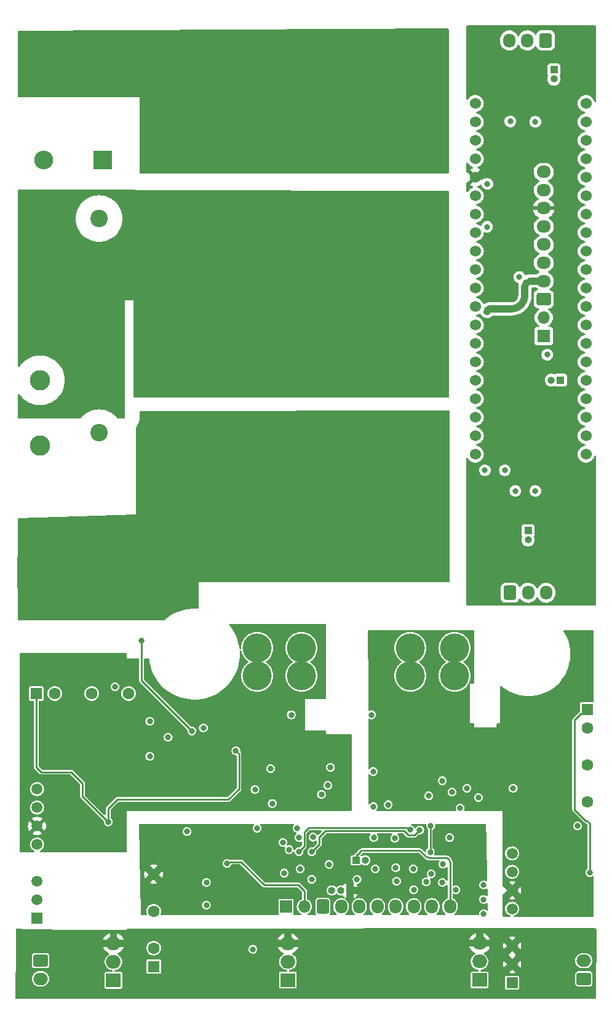
<source format=gbr>
%TF.GenerationSoftware,KiCad,Pcbnew,7.0.9*%
%TF.CreationDate,2024-10-22T00:58:25+05:30*%
%TF.ProjectId,Inverter,496e7665-7274-4657-922e-6b696361645f,rev?*%
%TF.SameCoordinates,Original*%
%TF.FileFunction,Copper,L2,Inr*%
%TF.FilePolarity,Positive*%
%FSLAX46Y46*%
G04 Gerber Fmt 4.6, Leading zero omitted, Abs format (unit mm)*
G04 Created by KiCad (PCBNEW 7.0.9) date 2024-10-22 00:58:25*
%MOMM*%
%LPD*%
G01*
G04 APERTURE LIST*
G04 Aperture macros list*
%AMRoundRect*
0 Rectangle with rounded corners*
0 $1 Rounding radius*
0 $2 $3 $4 $5 $6 $7 $8 $9 X,Y pos of 4 corners*
0 Add a 4 corners polygon primitive as box body*
4,1,4,$2,$3,$4,$5,$6,$7,$8,$9,$2,$3,0*
0 Add four circle primitives for the rounded corners*
1,1,$1+$1,$2,$3*
1,1,$1+$1,$4,$5*
1,1,$1+$1,$6,$7*
1,1,$1+$1,$8,$9*
0 Add four rect primitives between the rounded corners*
20,1,$1+$1,$2,$3,$4,$5,0*
20,1,$1+$1,$4,$5,$6,$7,0*
20,1,$1+$1,$6,$7,$8,$9,0*
20,1,$1+$1,$8,$9,$2,$3,0*%
G04 Aperture macros list end*
%TA.AperFunction,ComponentPad*%
%ADD10R,2.600000X2.600000*%
%TD*%
%TA.AperFunction,ComponentPad*%
%ADD11O,2.600000X2.600000*%
%TD*%
%TA.AperFunction,ComponentPad*%
%ADD12R,2.000000X1.905000*%
%TD*%
%TA.AperFunction,ComponentPad*%
%ADD13O,2.000000X1.905000*%
%TD*%
%TA.AperFunction,ComponentPad*%
%ADD14R,1.508000X1.508000*%
%TD*%
%TA.AperFunction,ComponentPad*%
%ADD15C,1.508000*%
%TD*%
%TA.AperFunction,ComponentPad*%
%ADD16RoundRect,0.250000X-0.600000X-0.725000X0.600000X-0.725000X0.600000X0.725000X-0.600000X0.725000X0*%
%TD*%
%TA.AperFunction,ComponentPad*%
%ADD17O,1.700000X1.950000*%
%TD*%
%TA.AperFunction,ComponentPad*%
%ADD18C,2.400000*%
%TD*%
%TA.AperFunction,ComponentPad*%
%ADD19C,2.800000*%
%TD*%
%TA.AperFunction,ComponentPad*%
%ADD20C,1.600000*%
%TD*%
%TA.AperFunction,ComponentPad*%
%ADD21R,1.600000X1.600000*%
%TD*%
%TA.AperFunction,ComponentPad*%
%ADD22R,1.000000X1.000000*%
%TD*%
%TA.AperFunction,ComponentPad*%
%ADD23O,1.000000X1.000000*%
%TD*%
%TA.AperFunction,ComponentPad*%
%ADD24RoundRect,0.250000X0.750000X-0.600000X0.750000X0.600000X-0.750000X0.600000X-0.750000X-0.600000X0*%
%TD*%
%TA.AperFunction,ComponentPad*%
%ADD25O,2.000000X1.700000*%
%TD*%
%TA.AperFunction,ComponentPad*%
%ADD26R,1.700000X1.700000*%
%TD*%
%TA.AperFunction,ComponentPad*%
%ADD27O,1.700000X1.700000*%
%TD*%
%TA.AperFunction,ComponentPad*%
%ADD28RoundRect,0.250000X0.600000X0.725000X-0.600000X0.725000X-0.600000X-0.725000X0.600000X-0.725000X0*%
%TD*%
%TA.AperFunction,ComponentPad*%
%ADD29RoundRect,0.250000X-0.750000X0.600000X-0.750000X-0.600000X0.750000X-0.600000X0.750000X0.600000X0*%
%TD*%
%TA.AperFunction,ComponentPad*%
%ADD30C,1.524000*%
%TD*%
%TA.AperFunction,ComponentPad*%
%ADD31RoundRect,0.250000X0.725000X-0.600000X0.725000X0.600000X-0.725000X0.600000X-0.725000X-0.600000X0*%
%TD*%
%TA.AperFunction,ComponentPad*%
%ADD32O,1.950000X1.700000*%
%TD*%
%TA.AperFunction,ComponentPad*%
%ADD33R,18.000000X14.000000*%
%TD*%
%TA.AperFunction,ComponentPad*%
%ADD34C,4.000000*%
%TD*%
%TA.AperFunction,ViaPad*%
%ADD35C,0.800000*%
%TD*%
%TA.AperFunction,Conductor*%
%ADD36C,1.000000*%
%TD*%
%TA.AperFunction,Conductor*%
%ADD37C,0.250000*%
%TD*%
G04 APERTURE END LIST*
D10*
%TO.N,Net-(D8-K)*%
%TO.C,D8*%
X25400000Y-48260000D03*
D11*
%TO.N,Net-(D7-K)*%
X25400000Y-33020000D03*
%TD*%
D12*
%TO.N,VAux+*%
%TO.C,U3*%
X50895000Y-161090000D03*
D13*
%TO.N,VAux-*%
X50895000Y-158550000D03*
%TO.N,VAux9V*%
X50895000Y-156010000D03*
%TD*%
D14*
%TO.N,VAux-*%
%TO.C,PS1*%
X16365000Y-152595500D03*
D15*
%TO.N,VAux9V*%
X16365000Y-150055500D03*
X16365000Y-147515500D03*
%TO.N,unconnected-(PS1-NC-Pad5)*%
X16365000Y-142435500D03*
%TO.N,VDrive1*%
X16365000Y-139895500D03*
%TO.N,GND1*%
X16365000Y-137355500D03*
%TO.N,unconnected-(PS1-NC-Pad8)*%
X16365000Y-134815500D03*
%TD*%
D16*
%TO.N,DIG-*%
%TO.C,J2*%
X55706000Y-150977600D03*
D17*
%TO.N,Net-(J2-Pin_2)*%
X58206000Y-150977600D03*
%TO.N,FLT*%
X60706000Y-150977600D03*
%TO.N,RDY*%
X63206000Y-150977600D03*
%TO.N,RST*%
X65706000Y-150977600D03*
%TO.N,INHS*%
X68206000Y-150977600D03*
%TO.N,INLS*%
X70706000Y-150977600D03*
%TO.N,Net-(J2-Pin_8)*%
X73206000Y-150977600D03*
%TD*%
D18*
%TO.N,Net-(D8-K)*%
%TO.C,C25*%
X24892000Y-56314000D03*
%TO.N,-BATT*%
X24892000Y-78814000D03*
%TD*%
D19*
%TO.N,-BATT*%
%TO.C,R5*%
X16764000Y-58580000D03*
%TO.N,Net-(D7-A)*%
X16764000Y-78580000D03*
%TD*%
D20*
%TO.N,GND1*%
%TO.C,IC3*%
X18796000Y-121666000D03*
%TO.N,VDrive1Neg*%
X23876000Y-121666000D03*
D21*
%TO.N,VDrive1_5V*%
X16256000Y-121666000D03*
D20*
%TO.N,GND1*%
X28956000Y-121666000D03*
%TD*%
D22*
%TO.N,Net-(J2-Pin_8)*%
%TO.C,J9*%
X60250000Y-144600000D03*
D23*
%TO.N,DIG-*%
X61520000Y-144600000D03*
%TD*%
D24*
%TO.N,VAux-*%
%TO.C,J3*%
X91622200Y-160914400D03*
D25*
%TO.N,VAux+*%
X91622200Y-158414400D03*
%TD*%
D12*
%TO.N,VAux+*%
%TO.C,U2*%
X77266800Y-161074500D03*
D13*
%TO.N,VAux-*%
X77266800Y-158534500D03*
%TO.N,VAux9V*%
X77266800Y-155994500D03*
%TD*%
D26*
%TO.N,/GND MCU*%
%TO.C,J13*%
X86100000Y-72480000D03*
D27*
%TO.N,Net-(J13-Pin_2)*%
X86100000Y-69940000D03*
%TD*%
D22*
%TO.N,Net-(J8-Pin_1)*%
%TO.C,J8*%
X88420000Y-78550000D03*
D23*
%TO.N,Net-(J10-Pin_1)*%
X87150000Y-78550000D03*
%TD*%
D19*
%TO.N,Net-(D8-K)*%
%TO.C,R6*%
X16764000Y-87536000D03*
%TO.N,+BATT*%
X16764000Y-107536000D03*
%TD*%
D20*
%TO.N,VAux-*%
%TO.C,IC2*%
X32411800Y-156688200D03*
%TO.N,DIG-*%
X32411800Y-151608200D03*
D21*
%TO.N,Net-(U4-VO)*%
X32411800Y-159228200D03*
D20*
%TO.N,DIG5V*%
X32411800Y-146528200D03*
%TD*%
D12*
%TO.N,VAux+*%
%TO.C,U1*%
X26873200Y-161112200D03*
D13*
%TO.N,VAux-*%
X26873200Y-158572200D03*
%TO.N,VAux9V*%
X26873200Y-156032200D03*
%TD*%
D16*
%TO.N,Net-(J6-Pin_1)*%
%TO.C,J6*%
X81450000Y-107800000D03*
D17*
%TO.N,Net-(J10-Pin_2)*%
X83950000Y-107800000D03*
%TO.N,/GND MCU*%
X86450000Y-107800000D03*
%TD*%
D20*
%TO.N,GND2*%
%TO.C,IC4*%
X92075000Y-126390000D03*
%TO.N,VDrive2Neg*%
X92075000Y-131470000D03*
D21*
%TO.N,Net-(U6-VO)*%
X92075000Y-123850000D03*
D20*
%TO.N,GND2*%
X92075000Y-136550000D03*
%TD*%
D18*
%TO.N,+BATT*%
%TO.C,C24*%
X24892000Y-108278000D03*
%TO.N,Net-(D7-A)*%
X24892000Y-85778000D03*
%TD*%
D22*
%TO.N,Net-(J11-Pin_1)*%
%TO.C,J11*%
X87500000Y-35850000D03*
D23*
%TO.N,Net-(J10-Pin_1)*%
X87500000Y-37120000D03*
%TD*%
D14*
%TO.N,VAux-*%
%TO.C,PS2*%
X81744600Y-161440000D03*
D15*
%TO.N,VAux9V*%
X81744600Y-158900000D03*
X81744600Y-156360000D03*
%TO.N,unconnected-(PS2-NC-Pad5)*%
X81744600Y-151280000D03*
%TO.N,VDrive2*%
X81744600Y-148740000D03*
%TO.N,GND2*%
X81744600Y-146200000D03*
%TO.N,unconnected-(PS2-NC-Pad8)*%
X81744600Y-143660000D03*
%TD*%
D28*
%TO.N,/GND MCU*%
%TO.C,J7*%
X86350000Y-31800000D03*
D17*
%TO.N,Net-(J11-Pin_1)*%
X83850000Y-31800000D03*
%TO.N,Net-(J7-Pin_3)*%
X81350000Y-31800000D03*
%TD*%
D29*
%TO.N,VAux+*%
%TO.C,J1*%
X16835800Y-158414400D03*
D25*
%TO.N,VAux-*%
X16835800Y-160914400D03*
%TD*%
D30*
%TO.N,/3V3 MCU*%
%TO.C,U9*%
X76680000Y-88730000D03*
X91920000Y-45550000D03*
%TO.N,unconnected-(U9-Pad5V)*%
X76680000Y-83650000D03*
%TO.N,/GND MCU*%
X76680000Y-86190000D03*
X91920000Y-40470000D03*
X91920000Y-43010000D03*
%TO.N,unconnected-(U9-PadNRST)*%
X91920000Y-48090000D03*
%TO.N,Net-(J8-Pin_1)*%
X91920000Y-78570000D03*
%TO.N,Net-(J13-Pin_2)*%
X91920000Y-76030000D03*
%TO.N,Net-(J5-Pin_8)*%
X91920000Y-73490000D03*
%TO.N,unconnected-(U9-PadPA3)*%
X91920000Y-70950000D03*
%TO.N,unconnected-(U9-PadPA4)*%
X91920000Y-68410000D03*
%TO.N,unconnected-(U9-PadPA5)*%
X91920000Y-65870000D03*
%TO.N,unconnected-(U9-PadPA6)*%
X91920000Y-63330000D03*
%TO.N,/OUTLS*%
X91920000Y-60790000D03*
%TO.N,/OUTHS*%
X76680000Y-50630000D03*
%TO.N,Net-(J7-Pin_3)*%
X76680000Y-53170000D03*
%TO.N,Net-(J6-Pin_1)*%
X76680000Y-55710000D03*
%TO.N,unconnected-(U9-PadPA11)*%
X76680000Y-58250000D03*
%TO.N,Net-(J10-Pin_1)*%
X76680000Y-60790000D03*
%TO.N,unconnected-(U9-PadPA15)*%
X76680000Y-63330000D03*
%TO.N,unconnected-(U9-PadPB0)*%
X91920000Y-58250000D03*
%TO.N,unconnected-(U9-PadPB1)*%
X91920000Y-55710000D03*
%TO.N,unconnected-(U9-PadPB3)*%
X76680000Y-65870000D03*
%TO.N,unconnected-(U9-PadPB4)*%
X76680000Y-68410000D03*
%TO.N,unconnected-(U9-PadPB5)*%
X76680000Y-70950000D03*
%TO.N,unconnected-(U9-PadPB6)*%
X76680000Y-73490000D03*
%TO.N,unconnected-(U9-PadPB7)*%
X76680000Y-76030000D03*
%TO.N,unconnected-(U9-PadPB8)*%
X76680000Y-78570000D03*
%TO.N,unconnected-(U9-PadPB9)*%
X76680000Y-81110000D03*
%TO.N,Net-(J5-Pin_4)*%
X91920000Y-53170000D03*
%TO.N,Net-(J5-Pin_5)*%
X91920000Y-50630000D03*
%TO.N,Net-(J5-Pin_3)*%
X76680000Y-40470000D03*
%TO.N,unconnected-(U9-PadPB13)*%
X76680000Y-43010000D03*
%TO.N,unconnected-(U9-PadPB14)*%
X76680000Y-45550000D03*
%TO.N,unconnected-(U9-PadPB15)*%
X76680000Y-48090000D03*
%TO.N,unconnected-(U9-PadPC13)*%
X91920000Y-86190000D03*
%TO.N,unconnected-(U9-PadPC14)*%
X91920000Y-83650000D03*
%TO.N,unconnected-(U9-PadPC15)*%
X91920000Y-81110000D03*
%TO.N,unconnected-(U9-PadVBAT)*%
X91920000Y-88730000D03*
%TD*%
D22*
%TO.N,Net-(J10-Pin_1)*%
%TO.C,J10*%
X83950000Y-99250000D03*
D23*
%TO.N,Net-(J10-Pin_2)*%
X83950000Y-100520000D03*
%TD*%
D10*
%TO.N,Net-(D7-K)*%
%TO.C,D7*%
X17272000Y-33020000D03*
D11*
%TO.N,Net-(D7-A)*%
X17272000Y-48260000D03*
%TD*%
D31*
%TO.N,/GND MCU*%
%TO.C,J5*%
X86100000Y-67400000D03*
D32*
%TO.N,/3V3 MCU*%
X86100000Y-64900000D03*
%TO.N,Net-(J5-Pin_3)*%
X86100000Y-62400000D03*
%TO.N,Net-(J5-Pin_4)*%
X86100000Y-59900000D03*
%TO.N,Net-(J5-Pin_5)*%
X86100000Y-57400000D03*
%TO.N,/OUTHS*%
X86100000Y-54900000D03*
%TO.N,/OUTLS*%
X86100000Y-52400000D03*
%TO.N,Net-(J5-Pin_8)*%
X86100000Y-49900000D03*
%TD*%
D33*
%TO.N,Net-(D7-K)*%
%TO.C,U7*%
X61010800Y-41249800D03*
%TO.N,-BATT*%
X61010800Y-69249800D03*
%TO.N,+BATT*%
X61010800Y-97249800D03*
D34*
%TO.N,Net-(IC5-CLAMP)*%
X73837800Y-119212800D03*
X73837800Y-115402800D03*
%TO.N,GND2*%
X67741800Y-119212800D03*
X67741800Y-115402800D03*
%TO.N,Net-(IC1-CLAMP)*%
X46659800Y-119212800D03*
X46659800Y-115402800D03*
%TO.N,GND1*%
X52755800Y-119212800D03*
X52755800Y-115402800D03*
%TD*%
D22*
%TO.N,DIG5V*%
%TO.C,J4*%
X59461400Y-148742400D03*
D23*
%TO.N,Net-(J2-Pin_2)*%
X58191400Y-148742400D03*
%TO.N,DIG+*%
X56921400Y-148742400D03*
%TD*%
D26*
%TO.N,DIG-*%
%TO.C,J12*%
X50620000Y-150977600D03*
D27*
%TO.N,Net-(D20-K)*%
X53160000Y-150977600D03*
%TD*%
D35*
%TO.N,VDrive1*%
X25549000Y-120721000D03*
X33500000Y-124250000D03*
X37200000Y-124950000D03*
X58928000Y-131191000D03*
X52920645Y-135580944D03*
X36600000Y-124250000D03*
X26035000Y-130429000D03*
X34350000Y-124950000D03*
%TO.N,GND1*%
X55494201Y-135560703D03*
X39250000Y-126400000D03*
X56750000Y-131800000D03*
X34400000Y-127700000D03*
%TO.N,VDrive2*%
X84226400Y-146456400D03*
X68000000Y-132155300D03*
X72694800Y-136144000D03*
X68148200Y-135407400D03*
X68100000Y-124650000D03*
X89382600Y-140004800D03*
X91998800Y-151714200D03*
X78816200Y-131546600D03*
%TO.N,GND2*%
X70250000Y-135750000D03*
X62661800Y-137210800D03*
X74599800Y-137414000D03*
X62385200Y-124587000D03*
%TO.N,Net-(U4-VO)*%
X46050600Y-156845000D03*
%TO.N,VDrive1_5V*%
X43723749Y-129550275D03*
X26137000Y-139319000D03*
%TO.N,Net-(U6-VO)*%
X92430600Y-146278600D03*
%TO.N,DIG5V*%
X43450000Y-145550000D03*
X72250000Y-146400000D03*
X75000000Y-146000000D03*
X32850000Y-142750000D03*
%TO.N,DIG-*%
X39662200Y-150778300D03*
X51054000Y-143136900D03*
X73152000Y-141478000D03*
X46650000Y-140200000D03*
%TO.N,DIG+*%
X65582800Y-141579600D03*
X36982400Y-140665200D03*
X39662200Y-147653300D03*
X62700000Y-141500000D03*
X56565800Y-145161000D03*
X72212200Y-145135600D03*
X52400200Y-141452600D03*
X54330600Y-141427200D03*
%TO.N,VDrive1Neg*%
X27073000Y-120721000D03*
X46355000Y-134874000D03*
X31877000Y-125476000D03*
X48729500Y-136779000D03*
X31877000Y-130302000D03*
%TO.N,VDrive2Neg*%
X90754200Y-139877800D03*
X64706100Y-136956800D03*
X73456800Y-135229600D03*
X77114400Y-135966200D03*
X81900000Y-134700000D03*
X62636400Y-132384800D03*
%TO.N,Net-(D1-A)*%
X48487500Y-131977500D03*
X56362600Y-134312400D03*
%TO.N,Net-(D4-A)*%
X75539600Y-134696200D03*
X72125898Y-133654800D03*
%TO.N,-BATT*%
X30500000Y-79550000D03*
%TO.N,Net-(D3-A)*%
X51348000Y-124587000D03*
%TO.N,INLS*%
X50368200Y-146354800D03*
X70586600Y-146481800D03*
%TO.N,RDY*%
X50200000Y-142137898D03*
X52400200Y-143417800D03*
X67741800Y-140411200D03*
X52578000Y-145771100D03*
X62915800Y-145771100D03*
%TO.N,FLT*%
X69037200Y-140436600D03*
X60401200Y-147220100D03*
X52140106Y-140167201D03*
X54152800Y-147220100D03*
X54168098Y-143443200D03*
%TO.N,RST*%
X72161400Y-147675600D03*
X65836800Y-147472400D03*
X70485000Y-143468600D03*
X70561200Y-139827000D03*
X69900800Y-147574000D03*
%TO.N,INHS*%
X65735200Y-145643600D03*
X68206000Y-148640800D03*
X74000000Y-148650000D03*
X68148200Y-145770600D03*
%TO.N,Net-(D9-A)*%
X77834600Y-151968200D03*
%TO.N,Net-(D10-A)*%
X77834600Y-149987000D03*
%TO.N,Net-(D11-A)*%
X77834600Y-148005800D03*
%TO.N,/GND MCU*%
X84950000Y-43000000D03*
X81500000Y-42950000D03*
%TO.N,/3V3 MCU*%
X78300000Y-57450000D03*
X78350000Y-51550000D03*
X80750000Y-90950000D03*
X78300000Y-69100000D03*
X84950000Y-93800000D03*
X86600000Y-75050000D03*
X78000000Y-90950000D03*
X82200000Y-93800000D03*
%TO.N,Net-(J10-Pin_1)*%
X82750000Y-64350000D03*
%TO.N,Net-(U10-VIN)*%
X30700000Y-114350000D03*
X37650000Y-126800000D03*
%TO.N,Net-(D20-K)*%
X42516080Y-145035270D03*
%TD*%
D36*
%TO.N,VDrive1*%
X33150000Y-124250000D02*
X33500000Y-124250000D01*
X32950000Y-124950000D02*
X34350000Y-124950000D01*
D37*
%TO.N,VDrive1_5V*%
X21082000Y-132461000D02*
X22606000Y-133985000D01*
X16256000Y-131826000D02*
X16891000Y-132461000D01*
X16256000Y-121666000D02*
X16256000Y-131826000D01*
X26137000Y-137513000D02*
X27400000Y-136250000D01*
X26137000Y-139319000D02*
X26137000Y-137513000D01*
X42700000Y-136250000D02*
X44150000Y-134800000D01*
X16891000Y-132461000D02*
X21082000Y-132461000D01*
X22606000Y-133985000D02*
X22606000Y-135788000D01*
X22606000Y-135788000D02*
X26137000Y-139319000D01*
X44150000Y-134800000D02*
X44150000Y-129976526D01*
X27400000Y-136250000D02*
X42700000Y-136250000D01*
X44150000Y-129976526D02*
X43723749Y-129550275D01*
%TO.N,Net-(U6-VO)*%
X92430600Y-146278600D02*
X92430600Y-139540600D01*
X91890000Y-139170000D02*
X90360000Y-137640000D01*
X90360000Y-125320000D02*
X91220000Y-124460000D01*
X91220000Y-124460000D02*
X92075000Y-124460000D01*
X92060000Y-139170000D02*
X91890000Y-139170000D01*
X92430600Y-139540600D02*
X92060000Y-139170000D01*
X90360000Y-137640000D02*
X90360000Y-125320000D01*
%TO.N,DIG5V*%
X60731400Y-148742400D02*
X60756800Y-148717000D01*
X59461400Y-148742400D02*
X60731400Y-148742400D01*
X71950000Y-146400000D02*
X72250000Y-146400000D01*
%TO.N,RDY*%
X67462400Y-140131800D02*
X67741800Y-140411200D01*
X53125200Y-140756600D02*
X53750000Y-140131800D01*
X53125200Y-142692800D02*
X53125200Y-140756600D01*
X53750000Y-140131800D02*
X67462400Y-140131800D01*
X52400200Y-143417800D02*
X53125200Y-142692800D01*
%TO.N,FLT*%
X54168098Y-143443200D02*
X55219600Y-142391698D01*
X55219600Y-142391698D02*
X55219600Y-141412200D01*
X66887095Y-140581800D02*
X67441495Y-141136200D01*
X68337600Y-141136200D02*
X69037200Y-140436600D01*
X67441495Y-141136200D02*
X68337600Y-141136200D01*
X55219600Y-141412200D02*
X56050000Y-140581800D01*
X56050000Y-140581800D02*
X66887095Y-140581800D01*
%TO.N,RST*%
X70485000Y-139903200D02*
X70485000Y-143468600D01*
X70561200Y-139827000D02*
X70485000Y-139903200D01*
D36*
%TO.N,/3V3 MCU*%
X86100000Y-64900000D02*
X84300000Y-64900000D01*
X83500000Y-65700000D02*
X83500000Y-66900000D01*
X81650000Y-68750000D02*
X78650000Y-68750000D01*
X81650000Y-68750000D02*
G75*
G03*
X83500000Y-66900000I0J1850000D01*
G01*
X78650000Y-68750000D02*
G75*
G03*
X78300000Y-69100000I0J-350000D01*
G01*
X84300000Y-64900000D02*
G75*
G03*
X83500000Y-65700000I0J-800000D01*
G01*
D37*
%TO.N,/OUTHS*%
X76680000Y-50630000D02*
X76770000Y-50630000D01*
D36*
X76770000Y-50630000D02*
G75*
G03*
X78550000Y-48850000I0J1780000D01*
G01*
D37*
%TO.N,Net-(J2-Pin_8)*%
X69196447Y-143396447D02*
X69903554Y-144103554D01*
X61257107Y-143250000D02*
X68842893Y-143250000D01*
X70257107Y-144250000D02*
X72592893Y-144250000D01*
X72946447Y-144396447D02*
X73059554Y-144509554D01*
X60250000Y-144600000D02*
X60250000Y-144257107D01*
X60396447Y-143903553D02*
X60903554Y-143396446D01*
X73206000Y-144863107D02*
X73206000Y-150977600D01*
X60396444Y-143903550D02*
G75*
G03*
X60250000Y-144257107I353556J-353550D01*
G01*
X73205995Y-144863107D02*
G75*
G03*
X73059554Y-144509554I-499995J7D01*
G01*
X61257107Y-143250005D02*
G75*
G03*
X60903554Y-143396446I-7J-499995D01*
G01*
X69903551Y-144103557D02*
G75*
G03*
X70257107Y-144250000I353549J353557D01*
G01*
X69196450Y-143396444D02*
G75*
G03*
X68842893Y-143250000I-353550J-353556D01*
G01*
X72946450Y-144396444D02*
G75*
G03*
X72592893Y-144250000I-353550J-353556D01*
G01*
%TO.N,Net-(U10-VIN)*%
X37650000Y-126800000D02*
X30750000Y-119900000D01*
X30750000Y-119900000D02*
X30750000Y-114400000D01*
X30750000Y-114400000D02*
X30700000Y-114350000D01*
%TO.N,Net-(D20-K)*%
X42516080Y-145035270D02*
X42726350Y-144825000D01*
X47650000Y-148000000D02*
X52350000Y-148000000D01*
X53160000Y-148810000D02*
X53160000Y-150977600D01*
X44475000Y-144825000D02*
X47650000Y-148000000D01*
X52350000Y-148000000D02*
X53160000Y-148810000D01*
X42726350Y-144825000D02*
X44475000Y-144825000D01*
%TD*%
%TA.AperFunction,Conductor*%
%TO.N,Net-(D7-K)*%
G36*
X72967502Y-30195179D02*
G01*
X73013528Y-30247748D01*
X73025000Y-30299838D01*
X73025000Y-49964947D01*
X73005315Y-50031986D01*
X72952511Y-50077741D01*
X72901148Y-50088947D01*
X30629248Y-50139452D01*
X30562185Y-50119847D01*
X30516367Y-50067098D01*
X30505100Y-50015755D01*
X30480000Y-39624000D01*
X13840000Y-39624000D01*
X13772961Y-39604315D01*
X13727206Y-39551511D01*
X13716000Y-39500000D01*
X13716000Y-30603364D01*
X13735685Y-30536325D01*
X13788489Y-30490570D01*
X13839362Y-30479366D01*
X72900364Y-30175840D01*
X72967502Y-30195179D01*
G37*
%TD.AperFunction*%
%TD*%
%TA.AperFunction,Conductor*%
%TO.N,+BATT*%
G36*
X29591000Y-106375200D02*
G01*
X38608000Y-106375200D01*
X38608000Y-106379339D01*
X38608000Y-109892799D01*
X38588315Y-109959838D01*
X38535511Y-110005593D01*
X38474149Y-110016407D01*
X38259497Y-109999300D01*
X38259495Y-109999300D01*
X37886488Y-109999300D01*
X37513804Y-110014128D01*
X37307842Y-110038817D01*
X37019948Y-110073327D01*
X37019949Y-110073327D01*
X36675786Y-110142675D01*
X36532360Y-110171575D01*
X36054123Y-110308249D01*
X35588246Y-110482492D01*
X35137703Y-110693190D01*
X35137699Y-110693192D01*
X35137691Y-110693196D01*
X34705300Y-110939030D01*
X34293808Y-111218441D01*
X34149384Y-111334287D01*
X33913367Y-111523603D01*
X33848755Y-111550195D01*
X33836285Y-111550875D01*
X13839794Y-111632494D01*
X13772675Y-111613083D01*
X13726705Y-111560466D01*
X13715290Y-111509208D01*
X13665911Y-102892513D01*
X13685211Y-102825362D01*
X13715541Y-102798774D01*
X13745980Y-102768013D01*
X29591000Y-102692200D01*
X29591000Y-106375200D01*
G37*
%TD.AperFunction*%
%TD*%
%TA.AperFunction,Conductor*%
%TO.N,-BATT*%
G36*
X72901365Y-52476255D02*
G01*
X72968382Y-52496018D01*
X73014075Y-52548876D01*
X73025220Y-52600034D01*
X73075578Y-80825433D01*
X73056013Y-80892507D01*
X73003291Y-80938356D01*
X72951433Y-80949654D01*
X29791055Y-80899144D01*
X29724039Y-80879381D01*
X29678345Y-80826523D01*
X29667200Y-80775144D01*
X29667200Y-67564000D01*
X29972000Y-67564000D01*
X29972000Y-52425957D01*
X72901365Y-52476255D01*
G37*
%TD.AperFunction*%
%TD*%
%TA.AperFunction,Conductor*%
%TO.N,+BATT*%
G36*
X73094598Y-82696853D02*
G01*
X73140508Y-82749522D01*
X73151866Y-82801498D01*
X73126732Y-106226038D01*
X73106975Y-106293056D01*
X73054122Y-106338755D01*
X73002838Y-106349905D01*
X38608000Y-106379340D01*
X38608000Y-106375200D01*
X29591000Y-106375200D01*
X29591000Y-102692200D01*
X13745982Y-102768013D01*
X13716692Y-97656871D01*
X13735992Y-97589722D01*
X13788533Y-97543666D01*
X13836814Y-97532224D01*
X29972000Y-97028000D01*
X29972000Y-85080188D01*
X29991685Y-85013149D01*
X29996722Y-85005893D01*
X30115440Y-84847307D01*
X30252575Y-84596168D01*
X30258372Y-84580627D01*
X30352573Y-84328073D01*
X30352573Y-84328072D01*
X30372259Y-84261032D01*
X30372260Y-84261028D01*
X30372260Y-84261026D01*
X30372263Y-84261015D01*
X30433087Y-83981412D01*
X30453500Y-83696000D01*
X30453500Y-82926218D01*
X30473185Y-82859179D01*
X30525989Y-82813424D01*
X30577129Y-82802220D01*
X73027501Y-82677366D01*
X73094598Y-82696853D01*
G37*
%TD.AperFunction*%
%TD*%
%TA.AperFunction,Conductor*%
%TO.N,DIG5V*%
G36*
X46181343Y-139603696D02*
G01*
X46227098Y-139656500D01*
X46237042Y-139725658D01*
X46212681Y-139783494D01*
X46142231Y-139875308D01*
X46125463Y-139897160D01*
X46064956Y-140043237D01*
X46064955Y-140043239D01*
X46044318Y-140199998D01*
X46044318Y-140200001D01*
X46064955Y-140356760D01*
X46064956Y-140356762D01*
X46075467Y-140382139D01*
X46125464Y-140502841D01*
X46221718Y-140628282D01*
X46347159Y-140724536D01*
X46493238Y-140785044D01*
X46571619Y-140795363D01*
X46649999Y-140805682D01*
X46650000Y-140805682D01*
X46650001Y-140805682D01*
X46702254Y-140798802D01*
X46806762Y-140785044D01*
X46952841Y-140724536D01*
X47078282Y-140628282D01*
X47174536Y-140502841D01*
X47235044Y-140356762D01*
X47255682Y-140200000D01*
X47255012Y-140194914D01*
X47235044Y-140043239D01*
X47235044Y-140043238D01*
X47174536Y-139897159D01*
X47087318Y-139783495D01*
X47062126Y-139718328D01*
X47076164Y-139649884D01*
X47124978Y-139599894D01*
X47185696Y-139584011D01*
X51579242Y-139584011D01*
X51646281Y-139603696D01*
X51692036Y-139656500D01*
X51701980Y-139725658D01*
X51677618Y-139783497D01*
X51615570Y-139864358D01*
X51555062Y-140010438D01*
X51555061Y-140010440D01*
X51534424Y-140167199D01*
X51534424Y-140167202D01*
X51555061Y-140323961D01*
X51555062Y-140323963D01*
X51615570Y-140470042D01*
X51711824Y-140595483D01*
X51837265Y-140691737D01*
X51983344Y-140752245D01*
X51983349Y-140752245D01*
X51991194Y-140754348D01*
X51990574Y-140756659D01*
X52043325Y-140779990D01*
X52081801Y-140838311D01*
X52082638Y-140908175D01*
X52045571Y-140967402D01*
X52038738Y-140973044D01*
X51971920Y-141024315D01*
X51875663Y-141149760D01*
X51815156Y-141295837D01*
X51815155Y-141295839D01*
X51794518Y-141452598D01*
X51794518Y-141452601D01*
X51815155Y-141609360D01*
X51815156Y-141609362D01*
X51845606Y-141682876D01*
X51875664Y-141755441D01*
X51971918Y-141880882D01*
X52097359Y-141977136D01*
X52243438Y-142037644D01*
X52321819Y-142047963D01*
X52400199Y-142058282D01*
X52400200Y-142058282D01*
X52400201Y-142058282D01*
X52452454Y-142051402D01*
X52556962Y-142037644D01*
X52628249Y-142008115D01*
X52697716Y-142000647D01*
X52760195Y-142031922D01*
X52795848Y-142092010D01*
X52799700Y-142122677D01*
X52799700Y-142506611D01*
X52780015Y-142573650D01*
X52763381Y-142594292D01*
X52571884Y-142785788D01*
X52510561Y-142819273D01*
X52468018Y-142821046D01*
X52400201Y-142812118D01*
X52400199Y-142812118D01*
X52243439Y-142832755D01*
X52243437Y-142832756D01*
X52097360Y-142893263D01*
X51971915Y-142989520D01*
X51871085Y-143120924D01*
X51814657Y-143162127D01*
X51744911Y-143166281D01*
X51683991Y-143132068D01*
X51651239Y-143070350D01*
X51649773Y-143061636D01*
X51639044Y-142980138D01*
X51578536Y-142834059D01*
X51482282Y-142708618D01*
X51356841Y-142612364D01*
X51313211Y-142594292D01*
X51210762Y-142551856D01*
X51210760Y-142551855D01*
X51054001Y-142531218D01*
X51053999Y-142531218D01*
X50897239Y-142551855D01*
X50894078Y-142552703D01*
X50891307Y-142552636D01*
X50889180Y-142552917D01*
X50889136Y-142552585D01*
X50824229Y-142551038D01*
X50766367Y-142511874D01*
X50738865Y-142447645D01*
X50747426Y-142385475D01*
X50785044Y-142294660D01*
X50805682Y-142137898D01*
X50785044Y-141981136D01*
X50724536Y-141835057D01*
X50628282Y-141709616D01*
X50502841Y-141613362D01*
X50493184Y-141609362D01*
X50356762Y-141552854D01*
X50356760Y-141552853D01*
X50200001Y-141532216D01*
X50199999Y-141532216D01*
X50043239Y-141552853D01*
X50043237Y-141552854D01*
X49897160Y-141613361D01*
X49771718Y-141709616D01*
X49675463Y-141835058D01*
X49614956Y-141981135D01*
X49614955Y-141981137D01*
X49594318Y-142137896D01*
X49594318Y-142137899D01*
X49614955Y-142294658D01*
X49614956Y-142294660D01*
X49673293Y-142435499D01*
X49675464Y-142440739D01*
X49771718Y-142566180D01*
X49897159Y-142662434D01*
X50043238Y-142722942D01*
X50121619Y-142733261D01*
X50199999Y-142743580D01*
X50200000Y-142743580D01*
X50200001Y-142743580D01*
X50226127Y-142740140D01*
X50356762Y-142722942D01*
X50356771Y-142722938D01*
X50359908Y-142722098D01*
X50362673Y-142722163D01*
X50364820Y-142721881D01*
X50364864Y-142722215D01*
X50429758Y-142723755D01*
X50487623Y-142762913D01*
X50515133Y-142827139D01*
X50506573Y-142889322D01*
X50468955Y-142980140D01*
X50448318Y-143136898D01*
X50448318Y-143136901D01*
X50468955Y-143293660D01*
X50468956Y-143293662D01*
X50522817Y-143423695D01*
X50529464Y-143439741D01*
X50625718Y-143565182D01*
X50751159Y-143661436D01*
X50897238Y-143721944D01*
X50975619Y-143732263D01*
X51053999Y-143742582D01*
X51054000Y-143742582D01*
X51054001Y-143742582D01*
X51106254Y-143735702D01*
X51210762Y-143721944D01*
X51356841Y-143661436D01*
X51482282Y-143565182D01*
X51578536Y-143439741D01*
X51578537Y-143439739D01*
X51583113Y-143433776D01*
X51639541Y-143392573D01*
X51709287Y-143388418D01*
X51770207Y-143422630D01*
X51802960Y-143484348D01*
X51804428Y-143493076D01*
X51815156Y-143574561D01*
X51815156Y-143574562D01*
X51873534Y-143715500D01*
X51875664Y-143720641D01*
X51971918Y-143846082D01*
X52097359Y-143942336D01*
X52243438Y-144002844D01*
X52321819Y-144013163D01*
X52400199Y-144023482D01*
X52400200Y-144023482D01*
X52400201Y-144023482D01*
X52452454Y-144016602D01*
X52556962Y-144002844D01*
X52703041Y-143942336D01*
X52828482Y-143846082D01*
X52924736Y-143720641D01*
X52985244Y-143574562D01*
X53002538Y-143443198D01*
X53005882Y-143417801D01*
X53005882Y-143417799D01*
X52996953Y-143349980D01*
X53007718Y-143280945D01*
X53032208Y-143246116D01*
X53343404Y-142934920D01*
X53347366Y-142931289D01*
X53378394Y-142905255D01*
X53398638Y-142870190D01*
X53401535Y-142865641D01*
X53424754Y-142832484D01*
X53424754Y-142832481D01*
X53427019Y-142827624D01*
X53433947Y-142810899D01*
X53435784Y-142805850D01*
X53435788Y-142805845D01*
X53442819Y-142765962D01*
X53443977Y-142760740D01*
X53454464Y-142721607D01*
X53450935Y-142681278D01*
X53450700Y-142675875D01*
X53450700Y-140942788D01*
X53470385Y-140875749D01*
X53487019Y-140855107D01*
X53848507Y-140493619D01*
X53909830Y-140460134D01*
X53936188Y-140457300D01*
X55414812Y-140457300D01*
X55481851Y-140476985D01*
X55527606Y-140529789D01*
X55537550Y-140598947D01*
X55508525Y-140662503D01*
X55502493Y-140668981D01*
X55038469Y-141133003D01*
X54977146Y-141166488D01*
X54907454Y-141161504D01*
X54852412Y-141120809D01*
X54846039Y-141112503D01*
X54758882Y-140998918D01*
X54633441Y-140902664D01*
X54619967Y-140897083D01*
X54487362Y-140842156D01*
X54487360Y-140842155D01*
X54330601Y-140821518D01*
X54330599Y-140821518D01*
X54173839Y-140842155D01*
X54173837Y-140842156D01*
X54027760Y-140902663D01*
X53902318Y-140998918D01*
X53806063Y-141124360D01*
X53745556Y-141270437D01*
X53745555Y-141270439D01*
X53724918Y-141427198D01*
X53724918Y-141427201D01*
X53745555Y-141583960D01*
X53745556Y-141583962D01*
X53792517Y-141697337D01*
X53806064Y-141730041D01*
X53902318Y-141855482D01*
X54027759Y-141951736D01*
X54173838Y-142012244D01*
X54252219Y-142022563D01*
X54330599Y-142032882D01*
X54330600Y-142032882D01*
X54330601Y-142032882D01*
X54393994Y-142024536D01*
X54487362Y-142012244D01*
X54633441Y-141951736D01*
X54694613Y-141904796D01*
X54759782Y-141879602D01*
X54828227Y-141893640D01*
X54878217Y-141942454D01*
X54894100Y-142003172D01*
X54894100Y-142205509D01*
X54874415Y-142272548D01*
X54857781Y-142293190D01*
X54339782Y-142811188D01*
X54278459Y-142844673D01*
X54235916Y-142846446D01*
X54168099Y-142837518D01*
X54168097Y-142837518D01*
X54011337Y-142858155D01*
X54011335Y-142858156D01*
X53865258Y-142918663D01*
X53739816Y-143014918D01*
X53643561Y-143140360D01*
X53583054Y-143286437D01*
X53583053Y-143286439D01*
X53562416Y-143443198D01*
X53562416Y-143443201D01*
X53583053Y-143599960D01*
X53583054Y-143599962D01*
X53643562Y-143746041D01*
X53739816Y-143871482D01*
X53865257Y-143967736D01*
X54011336Y-144028244D01*
X54089717Y-144038563D01*
X54168097Y-144048882D01*
X54168098Y-144048882D01*
X54168099Y-144048882D01*
X54220352Y-144042002D01*
X54324860Y-144028244D01*
X54470939Y-143967736D01*
X54596380Y-143871482D01*
X54692634Y-143746041D01*
X54753142Y-143599962D01*
X54773780Y-143443200D01*
X54773322Y-143439725D01*
X54764851Y-143375380D01*
X54775616Y-143306345D01*
X54800106Y-143271516D01*
X55437810Y-142633813D01*
X55441772Y-142630182D01*
X55472794Y-142604153D01*
X55493044Y-142569076D01*
X55495933Y-142564543D01*
X55519153Y-142531382D01*
X55519155Y-142531374D01*
X55521416Y-142526526D01*
X55528354Y-142509777D01*
X55530183Y-142504750D01*
X55530188Y-142504743D01*
X55537222Y-142464845D01*
X55538379Y-142459627D01*
X55548863Y-142420505D01*
X55545335Y-142380187D01*
X55545100Y-142374784D01*
X55545100Y-141598388D01*
X55564785Y-141531349D01*
X55581419Y-141510707D01*
X56148507Y-140943619D01*
X56209830Y-140910134D01*
X56236188Y-140907300D01*
X62146434Y-140907300D01*
X62213473Y-140926985D01*
X62259228Y-140979789D01*
X62269172Y-141048947D01*
X62244811Y-141106783D01*
X62185880Y-141183583D01*
X62175463Y-141197160D01*
X62114956Y-141343237D01*
X62114955Y-141343239D01*
X62094318Y-141499998D01*
X62094318Y-141500001D01*
X62114955Y-141656760D01*
X62114956Y-141656762D01*
X62149503Y-141740167D01*
X62175464Y-141802841D01*
X62271718Y-141928282D01*
X62397159Y-142024536D01*
X62543238Y-142085044D01*
X62621619Y-142095363D01*
X62699999Y-142105682D01*
X62700000Y-142105682D01*
X62700001Y-142105682D01*
X62752254Y-142098802D01*
X62856762Y-142085044D01*
X63002841Y-142024536D01*
X63128282Y-141928282D01*
X63224536Y-141802841D01*
X63285044Y-141656762D01*
X63301555Y-141531349D01*
X63305682Y-141500001D01*
X63305682Y-141499998D01*
X63285044Y-141343239D01*
X63285044Y-141343238D01*
X63224536Y-141197159D01*
X63155188Y-141106783D01*
X63129996Y-141041618D01*
X63144034Y-140973173D01*
X63192848Y-140923183D01*
X63253566Y-140907300D01*
X65107237Y-140907300D01*
X65174276Y-140926985D01*
X65220031Y-140979789D01*
X65229975Y-141048947D01*
X65200950Y-141112503D01*
X65182725Y-141129673D01*
X65178387Y-141133003D01*
X65154519Y-141151316D01*
X65058263Y-141276760D01*
X64997756Y-141422837D01*
X64997755Y-141422839D01*
X64977118Y-141579598D01*
X64977118Y-141579601D01*
X64997755Y-141736360D01*
X64997756Y-141736362D01*
X65025292Y-141802841D01*
X65058264Y-141882441D01*
X65154518Y-142007882D01*
X65279959Y-142104136D01*
X65426038Y-142164644D01*
X65504419Y-142174963D01*
X65582799Y-142185282D01*
X65582800Y-142185282D01*
X65582801Y-142185282D01*
X65635054Y-142178402D01*
X65739562Y-142164644D01*
X65885641Y-142104136D01*
X66011082Y-142007882D01*
X66107336Y-141882441D01*
X66167844Y-141736362D01*
X66188482Y-141579600D01*
X66167844Y-141422838D01*
X66107336Y-141276759D01*
X66011082Y-141151318D01*
X66011080Y-141151317D01*
X66011080Y-141151316D01*
X65987213Y-141133003D01*
X65982876Y-141129675D01*
X65941674Y-141073248D01*
X65937519Y-141003502D01*
X65971731Y-140942582D01*
X66033448Y-140909829D01*
X66058363Y-140907300D01*
X66700907Y-140907300D01*
X66767946Y-140926985D01*
X66788588Y-140943619D01*
X67199358Y-141354389D01*
X67203013Y-141358378D01*
X67229036Y-141389390D01*
X67229038Y-141389391D01*
X67229040Y-141389394D01*
X67229042Y-141389395D01*
X67229043Y-141389396D01*
X67264094Y-141409633D01*
X67268657Y-141412539D01*
X67301811Y-141435754D01*
X67301814Y-141435754D01*
X67306671Y-141438020D01*
X67323428Y-141444960D01*
X67328445Y-141446786D01*
X67328447Y-141446786D01*
X67328450Y-141446788D01*
X67368313Y-141453816D01*
X67373571Y-141454982D01*
X67412688Y-141465464D01*
X67453013Y-141461935D01*
X67458417Y-141461700D01*
X68320678Y-141461700D01*
X68326081Y-141461935D01*
X68366407Y-141465464D01*
X68405540Y-141454977D01*
X68410762Y-141453819D01*
X68450645Y-141446788D01*
X68450650Y-141446784D01*
X68455699Y-141444947D01*
X68472424Y-141438019D01*
X68477281Y-141435754D01*
X68477284Y-141435754D01*
X68510441Y-141412535D01*
X68514990Y-141409638D01*
X68550055Y-141389394D01*
X68550059Y-141389390D01*
X68576076Y-141358382D01*
X68579722Y-141354402D01*
X68865515Y-141068609D01*
X68926836Y-141035126D01*
X68969380Y-141033353D01*
X69037199Y-141042282D01*
X69037200Y-141042282D01*
X69037201Y-141042282D01*
X69089454Y-141035402D01*
X69193962Y-141021644D01*
X69340041Y-140961136D01*
X69465482Y-140864882D01*
X69561736Y-140739441D01*
X69622244Y-140593362D01*
X69642882Y-140436600D01*
X69622244Y-140279838D01*
X69561736Y-140133759D01*
X69465482Y-140008318D01*
X69340041Y-139912064D01*
X69304057Y-139897159D01*
X69193962Y-139851556D01*
X69193960Y-139851555D01*
X69037444Y-139830950D01*
X69037286Y-139830880D01*
X69036956Y-139830950D01*
X68880439Y-139851555D01*
X68880437Y-139851556D01*
X68734360Y-139912063D01*
X68608918Y-140008318D01*
X68512662Y-140133761D01*
X68509319Y-140141833D01*
X68465476Y-140196234D01*
X68399180Y-140218296D01*
X68331482Y-140201014D01*
X68283874Y-140149875D01*
X68280199Y-140141827D01*
X68266337Y-140108361D01*
X68266336Y-140108360D01*
X68266336Y-140108359D01*
X68170082Y-139982918D01*
X68044641Y-139886664D01*
X68025187Y-139878606D01*
X67959883Y-139851556D01*
X67898562Y-139826156D01*
X67898560Y-139826155D01*
X67891053Y-139823046D01*
X67892225Y-139820216D01*
X67844983Y-139791421D01*
X67814454Y-139728574D01*
X67822749Y-139659199D01*
X67867234Y-139605321D01*
X67933786Y-139584046D01*
X67936737Y-139584011D01*
X69020771Y-139584011D01*
X69031179Y-139587067D01*
X69034523Y-139585492D01*
X69053629Y-139584011D01*
X69846113Y-139584011D01*
X69913152Y-139603696D01*
X69958907Y-139656500D01*
X69969052Y-139724196D01*
X69955518Y-139826998D01*
X69955518Y-139827001D01*
X69976155Y-139983760D01*
X69976156Y-139983762D01*
X70015302Y-140078270D01*
X70036664Y-140129841D01*
X70132918Y-140255282D01*
X70132920Y-140255284D01*
X70133876Y-140256529D01*
X70159070Y-140321699D01*
X70159500Y-140332016D01*
X70159500Y-142900299D01*
X70139815Y-142967338D01*
X70110988Y-142998674D01*
X70056720Y-143040315D01*
X69960463Y-143165760D01*
X69899956Y-143311837D01*
X69899956Y-143311838D01*
X69894642Y-143352201D01*
X69866375Y-143416097D01*
X69808050Y-143454567D01*
X69738185Y-143455398D01*
X69684022Y-143423695D01*
X69480503Y-143220177D01*
X69480501Y-143220174D01*
X69462931Y-143202604D01*
X69462921Y-143202586D01*
X69422461Y-143162127D01*
X69380672Y-143120339D01*
X69299854Y-143061622D01*
X69275551Y-143043965D01*
X69275541Y-143043959D01*
X69159774Y-142984975D01*
X69159775Y-142984975D01*
X69036192Y-142944823D01*
X68937602Y-142929209D01*
X68907857Y-142924499D01*
X68907856Y-142924499D01*
X68842888Y-142924500D01*
X61226330Y-142924500D01*
X61226226Y-142924504D01*
X61192143Y-142924504D01*
X61063810Y-142944827D01*
X61063807Y-142944828D01*
X60940229Y-142984979D01*
X60940226Y-142984980D01*
X60940224Y-142984981D01*
X60824453Y-143043968D01*
X60719335Y-143120339D01*
X60719332Y-143120341D01*
X60695462Y-143144211D01*
X60673393Y-143166280D01*
X60636939Y-143202734D01*
X60636937Y-143202736D01*
X60417043Y-143422630D01*
X60202738Y-143636935D01*
X60202732Y-143636939D01*
X60202603Y-143637069D01*
X60202587Y-143637077D01*
X60120336Y-143719331D01*
X60043965Y-143824448D01*
X60042579Y-143827167D01*
X60040222Y-143831795D01*
X59992251Y-143882590D01*
X59929738Y-143899500D01*
X59730247Y-143899500D01*
X59671770Y-143911131D01*
X59671769Y-143911132D01*
X59605447Y-143955447D01*
X59561132Y-144021769D01*
X59561131Y-144021770D01*
X59549500Y-144080247D01*
X59549500Y-145119752D01*
X59561131Y-145178229D01*
X59561132Y-145178230D01*
X59605447Y-145244552D01*
X59671769Y-145288867D01*
X59671770Y-145288868D01*
X59730247Y-145300499D01*
X59730250Y-145300500D01*
X59730252Y-145300500D01*
X60769750Y-145300500D01*
X60769751Y-145300499D01*
X60784568Y-145297552D01*
X60828229Y-145288868D01*
X60828229Y-145288867D01*
X60828231Y-145288867D01*
X60894552Y-145244552D01*
X60925899Y-145197638D01*
X60979508Y-145152836D01*
X61048833Y-145144127D01*
X61111225Y-145173715D01*
X61119148Y-145180734D01*
X61269775Y-145259790D01*
X61434944Y-145300500D01*
X61605056Y-145300500D01*
X61770225Y-145259790D01*
X61899330Y-145192030D01*
X61920849Y-145180736D01*
X61920850Y-145180734D01*
X61920852Y-145180734D01*
X62048183Y-145067929D01*
X62144818Y-144927930D01*
X62205140Y-144768872D01*
X62225645Y-144600000D01*
X62205140Y-144431128D01*
X62144818Y-144272070D01*
X62124709Y-144242938D01*
X62108999Y-144220177D01*
X62048183Y-144132071D01*
X61925611Y-144023482D01*
X61920849Y-144019263D01*
X61770226Y-143940210D01*
X61605056Y-143899500D01*
X61434944Y-143899500D01*
X61269773Y-143940210D01*
X61119149Y-144019264D01*
X61119147Y-144019266D01*
X61111223Y-144026286D01*
X61047989Y-144056005D01*
X60978726Y-144046820D01*
X60925897Y-144002359D01*
X60915170Y-143986305D01*
X60894292Y-143919628D01*
X60912776Y-143852247D01*
X60930582Y-143829743D01*
X61123392Y-143636934D01*
X61130839Y-143629486D01*
X61136938Y-143624139D01*
X61138747Y-143622750D01*
X61156901Y-143608820D01*
X61184933Y-143592636D01*
X61196864Y-143587694D01*
X61228128Y-143579319D01*
X61253108Y-143576030D01*
X61261204Y-143575500D01*
X61308657Y-143575500D01*
X68791343Y-143575500D01*
X68838833Y-143575500D01*
X68846930Y-143576031D01*
X68851737Y-143576663D01*
X68871874Y-143579314D01*
X68903140Y-143587690D01*
X68910535Y-143590754D01*
X68915067Y-143592631D01*
X68943097Y-143608814D01*
X68963043Y-143624118D01*
X68969133Y-143629459D01*
X69471744Y-144132071D01*
X69636938Y-144297265D01*
X69637071Y-144297398D01*
X69637077Y-144297409D01*
X69673390Y-144333722D01*
X69673390Y-144333723D01*
X69719329Y-144379662D01*
X69824450Y-144456035D01*
X69824452Y-144456036D01*
X69940228Y-144515025D01*
X69940230Y-144515025D01*
X69940233Y-144515027D01*
X70004170Y-144535800D01*
X70063805Y-144555176D01*
X70192143Y-144575501D01*
X70257112Y-144575500D01*
X71633619Y-144575500D01*
X71700658Y-144595185D01*
X71746413Y-144647989D01*
X71756357Y-144717147D01*
X71731994Y-144774987D01*
X71687664Y-144832757D01*
X71627156Y-144978837D01*
X71627155Y-144978839D01*
X71606518Y-145135598D01*
X71606518Y-145135601D01*
X71627155Y-145292360D01*
X71627156Y-145292362D01*
X71687664Y-145438441D01*
X71783918Y-145563882D01*
X71909359Y-145660136D01*
X72055438Y-145720644D01*
X72133819Y-145730963D01*
X72212199Y-145741282D01*
X72212200Y-145741282D01*
X72212201Y-145741282D01*
X72264454Y-145734402D01*
X72368962Y-145720644D01*
X72515041Y-145660136D01*
X72640482Y-145563882D01*
X72658124Y-145540889D01*
X72714552Y-145499687D01*
X72784298Y-145495532D01*
X72845218Y-145529744D01*
X72877971Y-145591461D01*
X72880500Y-145616376D01*
X72880500Y-147261027D01*
X72860815Y-147328066D01*
X72808011Y-147373821D01*
X72738853Y-147383765D01*
X72675297Y-147354740D01*
X72658124Y-147336514D01*
X72642106Y-147315639D01*
X72589682Y-147247318D01*
X72464241Y-147151064D01*
X72318162Y-147090556D01*
X72318160Y-147090555D01*
X72161401Y-147069918D01*
X72161399Y-147069918D01*
X72004639Y-147090555D01*
X72004637Y-147090556D01*
X71858560Y-147151063D01*
X71733118Y-147247318D01*
X71636863Y-147372760D01*
X71576356Y-147518837D01*
X71576355Y-147518839D01*
X71555718Y-147675598D01*
X71555718Y-147675601D01*
X71576355Y-147832360D01*
X71576356Y-147832362D01*
X71636864Y-147978441D01*
X71733118Y-148103882D01*
X71858559Y-148200136D01*
X72004638Y-148260644D01*
X72061455Y-148268124D01*
X72161399Y-148281282D01*
X72161400Y-148281282D01*
X72161401Y-148281282D01*
X72213654Y-148274402D01*
X72318162Y-148260644D01*
X72464241Y-148200136D01*
X72589682Y-148103882D01*
X72658124Y-148014685D01*
X72714552Y-147973483D01*
X72784298Y-147969328D01*
X72845218Y-148003540D01*
X72877971Y-148065257D01*
X72880500Y-148090172D01*
X72880500Y-149762017D01*
X72860815Y-149829056D01*
X72808011Y-149874811D01*
X72803951Y-149876579D01*
X72802045Y-149877368D01*
X72743488Y-149908668D01*
X72619550Y-149974915D01*
X72619548Y-149974916D01*
X72619547Y-149974917D01*
X72459589Y-150106189D01*
X72328317Y-150266147D01*
X72230769Y-150448643D01*
X72170699Y-150646667D01*
X72160440Y-150750832D01*
X72155500Y-150800992D01*
X72155500Y-151154208D01*
X72160502Y-151204998D01*
X72170699Y-151308532D01*
X72187326Y-151363343D01*
X72230768Y-151506554D01*
X72328315Y-151689050D01*
X72328317Y-151689052D01*
X72459589Y-151849010D01*
X72539914Y-151914930D01*
X72579249Y-151972676D01*
X72581120Y-152042521D01*
X72544933Y-152102289D01*
X72482177Y-152133005D01*
X72461316Y-152134784D01*
X71450160Y-152135321D01*
X71383110Y-152115672D01*
X71337327Y-152062892D01*
X71327347Y-151993739D01*
X71356338Y-151930168D01*
X71371431Y-151915467D01*
X71372086Y-151914930D01*
X71452410Y-151849010D01*
X71583685Y-151689050D01*
X71681232Y-151506554D01*
X71741300Y-151308534D01*
X71756500Y-151154208D01*
X71756500Y-150800992D01*
X71741300Y-150646666D01*
X71681232Y-150448646D01*
X71583685Y-150266150D01*
X71503052Y-150167898D01*
X71452410Y-150106189D01*
X71324940Y-150001579D01*
X71292450Y-149974915D01*
X71109954Y-149877368D01*
X70911934Y-149817300D01*
X70911932Y-149817299D01*
X70911934Y-149817299D01*
X70706000Y-149797017D01*
X70500067Y-149817299D01*
X70378840Y-149854073D01*
X70310476Y-149874811D01*
X70302043Y-149877369D01*
X70243488Y-149908668D01*
X70119550Y-149974915D01*
X70119548Y-149974916D01*
X70119547Y-149974917D01*
X69959589Y-150106189D01*
X69828317Y-150266147D01*
X69730769Y-150448643D01*
X69670699Y-150646667D01*
X69660440Y-150750832D01*
X69655500Y-150800992D01*
X69655500Y-151154208D01*
X69660502Y-151204998D01*
X69670699Y-151308532D01*
X69687326Y-151363343D01*
X69730768Y-151506554D01*
X69828315Y-151689050D01*
X69828317Y-151689052D01*
X69959589Y-151849010D01*
X70041531Y-151916257D01*
X70080866Y-151974003D01*
X70082737Y-152043848D01*
X70046550Y-152103616D01*
X69983794Y-152134332D01*
X69962933Y-152136111D01*
X68948541Y-152136650D01*
X68881491Y-152117001D01*
X68835708Y-152064221D01*
X68825728Y-151995068D01*
X68854719Y-151931497D01*
X68869805Y-151916801D01*
X68952410Y-151849010D01*
X69083685Y-151689050D01*
X69181232Y-151506554D01*
X69241300Y-151308534D01*
X69256500Y-151154208D01*
X69256500Y-150800992D01*
X69241300Y-150646666D01*
X69181232Y-150448646D01*
X69083685Y-150266150D01*
X69003052Y-150167898D01*
X68952410Y-150106189D01*
X68824940Y-150001579D01*
X68792450Y-149974915D01*
X68609954Y-149877368D01*
X68411934Y-149817300D01*
X68411932Y-149817299D01*
X68411934Y-149817299D01*
X68206000Y-149797017D01*
X68000067Y-149817299D01*
X67878840Y-149854073D01*
X67810476Y-149874811D01*
X67802043Y-149877369D01*
X67743488Y-149908668D01*
X67619550Y-149974915D01*
X67619548Y-149974916D01*
X67619547Y-149974917D01*
X67459589Y-150106189D01*
X67328317Y-150266147D01*
X67230769Y-150448643D01*
X67170699Y-150646667D01*
X67160440Y-150750832D01*
X67155500Y-150800992D01*
X67155500Y-151154208D01*
X67160502Y-151204998D01*
X67170699Y-151308532D01*
X67187326Y-151363343D01*
X67230768Y-151506554D01*
X67328315Y-151689050D01*
X67328317Y-151689052D01*
X67459589Y-151849010D01*
X67543149Y-151917585D01*
X67582484Y-151975331D01*
X67584355Y-152045176D01*
X67548168Y-152104944D01*
X67485412Y-152135660D01*
X67464551Y-152137439D01*
X66446921Y-152137980D01*
X66379871Y-152118331D01*
X66334088Y-152065551D01*
X66324108Y-151996398D01*
X66353099Y-151932827D01*
X66368191Y-151918126D01*
X66368851Y-151917585D01*
X66452410Y-151849010D01*
X66583685Y-151689050D01*
X66681232Y-151506554D01*
X66741300Y-151308534D01*
X66756500Y-151154208D01*
X66756500Y-150800992D01*
X66741300Y-150646666D01*
X66681232Y-150448646D01*
X66583685Y-150266150D01*
X66503052Y-150167898D01*
X66452410Y-150106189D01*
X66324940Y-150001579D01*
X66292450Y-149974915D01*
X66109954Y-149877368D01*
X65911934Y-149817300D01*
X65911932Y-149817299D01*
X65911934Y-149817299D01*
X65706000Y-149797017D01*
X65500067Y-149817299D01*
X65378840Y-149854073D01*
X65310476Y-149874811D01*
X65302043Y-149877369D01*
X65243488Y-149908668D01*
X65119550Y-149974915D01*
X65119548Y-149974916D01*
X65119547Y-149974917D01*
X64959589Y-150106189D01*
X64828317Y-150266147D01*
X64730769Y-150448643D01*
X64670699Y-150646667D01*
X64660440Y-150750832D01*
X64655500Y-150800992D01*
X64655500Y-151154208D01*
X64660502Y-151204998D01*
X64670699Y-151308532D01*
X64687326Y-151363343D01*
X64730768Y-151506554D01*
X64828315Y-151689050D01*
X64828317Y-151689052D01*
X64959589Y-151849010D01*
X65010874Y-151891097D01*
X65044767Y-151918913D01*
X65084102Y-151976657D01*
X65085973Y-152046502D01*
X65049786Y-152106271D01*
X64987031Y-152136987D01*
X64966169Y-152138766D01*
X63945302Y-152139309D01*
X63878252Y-152119660D01*
X63832469Y-152066880D01*
X63822489Y-151997727D01*
X63851480Y-151934156D01*
X63866572Y-151919455D01*
X63952410Y-151849010D01*
X63954470Y-151846500D01*
X64083685Y-151689050D01*
X64181232Y-151506554D01*
X64241300Y-151308534D01*
X64256500Y-151154208D01*
X64256500Y-150800992D01*
X64241300Y-150646666D01*
X64181232Y-150448646D01*
X64083685Y-150266150D01*
X64003052Y-150167898D01*
X63952410Y-150106189D01*
X63824940Y-150001579D01*
X63792450Y-149974915D01*
X63609954Y-149877368D01*
X63411934Y-149817300D01*
X63411932Y-149817299D01*
X63411934Y-149817299D01*
X63206000Y-149797017D01*
X63000067Y-149817299D01*
X62878840Y-149854073D01*
X62810476Y-149874811D01*
X62802043Y-149877369D01*
X62743488Y-149908668D01*
X62619550Y-149974915D01*
X62619548Y-149974916D01*
X62619547Y-149974917D01*
X62459589Y-150106189D01*
X62328317Y-150266147D01*
X62230769Y-150448643D01*
X62170699Y-150646667D01*
X62160440Y-150750832D01*
X62155500Y-150800992D01*
X62155500Y-151154208D01*
X62160502Y-151204998D01*
X62170699Y-151308532D01*
X62187326Y-151363343D01*
X62230768Y-151506554D01*
X62328315Y-151689050D01*
X62457530Y-151846500D01*
X62459590Y-151849010D01*
X62546386Y-151920242D01*
X62585720Y-151977987D01*
X62587591Y-152047832D01*
X62551404Y-152107600D01*
X62488648Y-152138316D01*
X62467787Y-152140095D01*
X61443681Y-152140639D01*
X61376631Y-152120990D01*
X61330848Y-152068210D01*
X61320868Y-151999057D01*
X61349859Y-151935486D01*
X61364951Y-151920785D01*
X61367234Y-151918912D01*
X61452410Y-151849010D01*
X61583685Y-151689050D01*
X61681232Y-151506554D01*
X61741300Y-151308534D01*
X61756500Y-151154208D01*
X61756500Y-150800992D01*
X61741300Y-150646666D01*
X61681232Y-150448646D01*
X61583685Y-150266150D01*
X61503052Y-150167898D01*
X61452410Y-150106189D01*
X61324940Y-150001579D01*
X61292450Y-149974915D01*
X61109954Y-149877368D01*
X60911934Y-149817300D01*
X60911932Y-149817299D01*
X60911934Y-149817299D01*
X60706000Y-149797017D01*
X60500066Y-149817299D01*
X60380892Y-149853450D01*
X60311026Y-149854073D01*
X60251913Y-149816824D01*
X60222322Y-149753530D01*
X60231649Y-149684285D01*
X60270588Y-149635522D01*
X60318589Y-149599588D01*
X60318590Y-149599587D01*
X60404750Y-149484493D01*
X60404754Y-149484486D01*
X60454996Y-149349779D01*
X60454998Y-149349772D01*
X60461399Y-149290244D01*
X60461400Y-149290227D01*
X60461400Y-149242400D01*
X59961400Y-149242400D01*
X59961400Y-149742400D01*
X60009228Y-149742400D01*
X60009242Y-149742399D01*
X60057252Y-149737237D01*
X60126012Y-149749641D01*
X60177150Y-149797251D01*
X60194430Y-149864950D01*
X60172366Y-149931245D01*
X60128964Y-149969883D01*
X60119548Y-149974915D01*
X59959589Y-150106189D01*
X59828317Y-150266147D01*
X59730769Y-150448643D01*
X59670699Y-150646667D01*
X59660440Y-150750832D01*
X59655500Y-150800992D01*
X59655500Y-151154208D01*
X59660502Y-151204998D01*
X59670699Y-151308532D01*
X59687326Y-151363343D01*
X59730768Y-151506554D01*
X59828315Y-151689050D01*
X59957530Y-151846500D01*
X59959590Y-151849010D01*
X60048003Y-151921569D01*
X60087337Y-151979314D01*
X60089208Y-152049159D01*
X60053021Y-152108927D01*
X59990265Y-152139643D01*
X59969404Y-152141422D01*
X58942062Y-152141967D01*
X58875012Y-152122318D01*
X58829229Y-152069538D01*
X58819249Y-152000385D01*
X58848240Y-151936814D01*
X58863325Y-151922119D01*
X58952410Y-151849010D01*
X59083685Y-151689050D01*
X59181232Y-151506554D01*
X59241300Y-151308534D01*
X59256500Y-151154208D01*
X59256500Y-150800992D01*
X59241300Y-150646666D01*
X59181232Y-150448646D01*
X59083685Y-150266150D01*
X59003052Y-150167898D01*
X58952410Y-150106189D01*
X58792451Y-149974915D01*
X58780316Y-149968429D01*
X58730472Y-149919466D01*
X58715013Y-149851328D01*
X58738846Y-149785649D01*
X58794404Y-149743281D01*
X58852028Y-149735783D01*
X58913558Y-149742399D01*
X58913572Y-149742400D01*
X58961400Y-149742400D01*
X58961400Y-148771702D01*
X59107772Y-148771702D01*
X59136447Y-148884938D01*
X59200336Y-148982727D01*
X59292515Y-149054472D01*
X59402995Y-149092400D01*
X59490405Y-149092400D01*
X59576616Y-149078014D01*
X59679347Y-149022419D01*
X59758460Y-148936479D01*
X59805382Y-148829508D01*
X59815028Y-148713098D01*
X59796720Y-148640801D01*
X67600318Y-148640801D01*
X67620955Y-148797560D01*
X67620956Y-148797562D01*
X67633116Y-148826920D01*
X67681464Y-148943641D01*
X67777718Y-149069082D01*
X67903159Y-149165336D01*
X68049238Y-149225844D01*
X68119112Y-149235043D01*
X68205999Y-149246482D01*
X68206000Y-149246482D01*
X68206001Y-149246482D01*
X68258254Y-149239602D01*
X68362762Y-149225844D01*
X68508841Y-149165336D01*
X68634282Y-149069082D01*
X68730536Y-148943641D01*
X68791044Y-148797562D01*
X68811682Y-148640800D01*
X68810602Y-148632599D01*
X68791044Y-148484039D01*
X68791044Y-148484038D01*
X68730536Y-148337959D01*
X68634282Y-148212518D01*
X68508841Y-148116264D01*
X68478948Y-148103882D01*
X68362762Y-148055756D01*
X68362760Y-148055755D01*
X68206001Y-148035118D01*
X68205999Y-148035118D01*
X68049239Y-148055755D01*
X68049237Y-148055756D01*
X67903160Y-148116263D01*
X67777718Y-148212518D01*
X67681463Y-148337960D01*
X67620956Y-148484037D01*
X67620955Y-148484039D01*
X67600318Y-148640798D01*
X67600318Y-148640801D01*
X59796720Y-148640801D01*
X59786353Y-148599862D01*
X59722464Y-148502073D01*
X59630285Y-148430328D01*
X59519805Y-148392400D01*
X59432395Y-148392400D01*
X59346184Y-148406786D01*
X59243453Y-148462381D01*
X59164340Y-148548321D01*
X59117418Y-148655292D01*
X59107772Y-148771702D01*
X58961400Y-148771702D01*
X58961400Y-147742400D01*
X58913555Y-147742400D01*
X58854027Y-147748801D01*
X58854020Y-147748803D01*
X58719313Y-147799045D01*
X58719306Y-147799049D01*
X58604212Y-147885209D01*
X58604209Y-147885212D01*
X58518047Y-148000309D01*
X58515144Y-148005626D01*
X58465737Y-148055029D01*
X58397464Y-148069879D01*
X58376640Y-148066592D01*
X58276457Y-148041900D01*
X58276456Y-148041900D01*
X58106344Y-148041900D01*
X57941173Y-148082610D01*
X57790550Y-148161663D01*
X57663215Y-148274472D01*
X57658449Y-148281378D01*
X57604166Y-148325368D01*
X57534717Y-148333027D01*
X57472153Y-148301923D01*
X57454351Y-148281378D01*
X57449584Y-148274472D01*
X57322249Y-148161663D01*
X57171626Y-148082610D01*
X57006456Y-148041900D01*
X56836344Y-148041900D01*
X56671173Y-148082610D01*
X56520550Y-148161663D01*
X56393216Y-148274472D01*
X56296582Y-148414468D01*
X56236260Y-148573525D01*
X56236259Y-148573530D01*
X56215755Y-148742400D01*
X56236259Y-148911269D01*
X56236260Y-148911274D01*
X56296582Y-149070331D01*
X56334457Y-149125201D01*
X56393217Y-149210329D01*
X56462894Y-149272057D01*
X56520550Y-149323136D01*
X56631407Y-149381318D01*
X56671175Y-149402190D01*
X56836344Y-149442900D01*
X57006456Y-149442900D01*
X57171625Y-149402190D01*
X57309256Y-149329955D01*
X57322249Y-149323136D01*
X57322250Y-149323134D01*
X57322252Y-149323134D01*
X57449583Y-149210329D01*
X57454350Y-149203421D01*
X57508630Y-149159433D01*
X57578078Y-149151772D01*
X57640644Y-149182873D01*
X57658446Y-149203417D01*
X57663217Y-149210329D01*
X57732894Y-149272057D01*
X57790550Y-149323136D01*
X57901407Y-149381318D01*
X57941175Y-149402190D01*
X58106344Y-149442900D01*
X58276456Y-149442900D01*
X58376640Y-149418207D01*
X58446441Y-149421276D01*
X58503503Y-149461596D01*
X58515146Y-149479177D01*
X58518047Y-149484491D01*
X58604209Y-149599586D01*
X58659570Y-149641030D01*
X58701441Y-149696964D01*
X58706425Y-149766656D01*
X58672940Y-149827979D01*
X58611616Y-149861463D01*
X58549264Y-149858958D01*
X58462827Y-149832738D01*
X58411934Y-149817300D01*
X58411932Y-149817299D01*
X58411934Y-149817299D01*
X58206000Y-149797017D01*
X58000067Y-149817299D01*
X57878840Y-149854073D01*
X57810476Y-149874811D01*
X57802043Y-149877369D01*
X57743488Y-149908668D01*
X57619550Y-149974915D01*
X57619548Y-149974916D01*
X57619547Y-149974917D01*
X57459589Y-150106189D01*
X57328317Y-150266147D01*
X57230769Y-150448643D01*
X57170699Y-150646667D01*
X57160440Y-150750832D01*
X57155500Y-150800992D01*
X57155500Y-151154208D01*
X57160502Y-151204998D01*
X57170699Y-151308532D01*
X57187326Y-151363343D01*
X57230768Y-151506554D01*
X57328315Y-151689050D01*
X57328317Y-151689052D01*
X57459589Y-151849010D01*
X57527154Y-151904458D01*
X57544766Y-151918912D01*
X57549620Y-151922895D01*
X57588955Y-151980641D01*
X57590826Y-152050485D01*
X57554639Y-152110254D01*
X57491883Y-152140970D01*
X57471022Y-152142749D01*
X56786489Y-152143113D01*
X56719439Y-152123464D01*
X56673656Y-152070684D01*
X56663676Y-152001531D01*
X56686652Y-151945481D01*
X56708793Y-151915482D01*
X56732931Y-151846500D01*
X56753646Y-151787301D01*
X56753646Y-151787299D01*
X56756500Y-151756869D01*
X56756500Y-150198330D01*
X56753646Y-150167900D01*
X56753646Y-150167898D01*
X56708793Y-150039719D01*
X56708792Y-150039717D01*
X56628150Y-149930450D01*
X56518882Y-149849807D01*
X56518880Y-149849806D01*
X56390700Y-149804953D01*
X56360270Y-149802100D01*
X56360266Y-149802100D01*
X55051734Y-149802100D01*
X55051730Y-149802100D01*
X55021300Y-149804953D01*
X55021298Y-149804953D01*
X54893119Y-149849806D01*
X54893117Y-149849807D01*
X54783850Y-149930450D01*
X54703207Y-150039717D01*
X54703206Y-150039719D01*
X54658353Y-150167898D01*
X54658353Y-150167900D01*
X54655500Y-150198330D01*
X54655500Y-151756869D01*
X54658353Y-151787299D01*
X54658353Y-151787301D01*
X54703206Y-151915480D01*
X54703207Y-151915482D01*
X54716989Y-151934156D01*
X54726194Y-151946628D01*
X54750164Y-152012257D01*
X54734848Y-152080427D01*
X54685108Y-152129495D01*
X54626489Y-152144261D01*
X53699994Y-152144753D01*
X53632944Y-152125104D01*
X53587161Y-152072324D01*
X53577181Y-152003171D01*
X53606172Y-151939600D01*
X53641471Y-151911397D01*
X53746450Y-151855285D01*
X53906410Y-151724010D01*
X54037685Y-151564050D01*
X54135232Y-151381554D01*
X54195300Y-151183534D01*
X54215583Y-150977600D01*
X54195300Y-150771666D01*
X54135232Y-150573646D01*
X54037685Y-150391150D01*
X53985702Y-150327809D01*
X53906410Y-150231189D01*
X53756121Y-150107852D01*
X53746450Y-150099915D01*
X53563954Y-150002368D01*
X53562049Y-150001579D01*
X53561203Y-150000898D01*
X53558581Y-149999496D01*
X53558846Y-149998998D01*
X53507645Y-149957738D01*
X53485579Y-149891444D01*
X53485500Y-149887017D01*
X53485500Y-148826920D01*
X53485736Y-148821513D01*
X53489264Y-148781193D01*
X53486721Y-148771702D01*
X53478782Y-148742076D01*
X53477616Y-148736818D01*
X53470588Y-148696955D01*
X53470586Y-148696952D01*
X53470586Y-148696950D01*
X53468760Y-148691933D01*
X53461820Y-148675176D01*
X53459554Y-148670319D01*
X53459554Y-148670316D01*
X53436339Y-148637162D01*
X53433433Y-148632599D01*
X53413196Y-148597548D01*
X53413195Y-148597547D01*
X53413194Y-148597545D01*
X53382177Y-148571518D01*
X53378193Y-148567867D01*
X52988162Y-148177836D01*
X52592119Y-147781793D01*
X52588474Y-147777814D01*
X52562456Y-147746807D01*
X52562455Y-147746806D01*
X52551058Y-147740226D01*
X52527392Y-147726561D01*
X52522831Y-147723655D01*
X52509687Y-147714452D01*
X52489684Y-147700446D01*
X52489681Y-147700445D01*
X52484861Y-147698197D01*
X52468055Y-147691235D01*
X52463043Y-147689411D01*
X52423190Y-147682383D01*
X52417910Y-147681212D01*
X52378808Y-147670735D01*
X52343892Y-147673790D01*
X52338481Y-147674264D01*
X52333078Y-147674500D01*
X47836188Y-147674500D01*
X47769149Y-147654815D01*
X47748507Y-147638181D01*
X47330427Y-147220101D01*
X53547118Y-147220101D01*
X53567755Y-147376860D01*
X53567756Y-147376862D01*
X53617327Y-147496538D01*
X53628264Y-147522941D01*
X53724518Y-147648382D01*
X53849959Y-147744636D01*
X53996038Y-147805144D01*
X54058286Y-147813339D01*
X54152799Y-147825782D01*
X54152800Y-147825782D01*
X54152801Y-147825782D01*
X54205054Y-147818902D01*
X54309562Y-147805144D01*
X54455641Y-147744636D01*
X54581082Y-147648382D01*
X54677336Y-147522941D01*
X54737844Y-147376862D01*
X54754899Y-147247318D01*
X54758482Y-147220101D01*
X59795518Y-147220101D01*
X59816155Y-147376860D01*
X59816156Y-147376862D01*
X59876664Y-147522942D01*
X59942537Y-147608788D01*
X59967732Y-147673957D01*
X59961400Y-147704829D01*
X59961400Y-148242400D01*
X60461400Y-148242400D01*
X60461400Y-148194572D01*
X60461399Y-148194555D01*
X60454998Y-148135027D01*
X60454996Y-148135020D01*
X60404755Y-148000316D01*
X60402295Y-147995811D01*
X60387441Y-147927538D01*
X60411855Y-147862073D01*
X60467786Y-147820199D01*
X60494933Y-147813441D01*
X60557962Y-147805144D01*
X60704041Y-147744636D01*
X60829482Y-147648382D01*
X60925736Y-147522941D01*
X60946670Y-147472401D01*
X65231118Y-147472401D01*
X65251755Y-147629160D01*
X65251756Y-147629162D01*
X65303659Y-147754468D01*
X65312264Y-147775241D01*
X65408518Y-147900682D01*
X65533959Y-147996936D01*
X65680038Y-148057444D01*
X65737090Y-148064955D01*
X65836799Y-148078082D01*
X65836800Y-148078082D01*
X65836801Y-148078082D01*
X65899108Y-148069879D01*
X65993562Y-148057444D01*
X66139641Y-147996936D01*
X66265082Y-147900682D01*
X66361336Y-147775241D01*
X66421844Y-147629162D01*
X66429106Y-147574001D01*
X69295118Y-147574001D01*
X69315755Y-147730760D01*
X69315756Y-147730762D01*
X69364747Y-147849038D01*
X69376264Y-147876841D01*
X69472518Y-148002282D01*
X69597959Y-148098536D01*
X69744038Y-148159044D01*
X69822419Y-148169363D01*
X69900799Y-148179682D01*
X69900800Y-148179682D01*
X69900801Y-148179682D01*
X69953054Y-148172802D01*
X70057562Y-148159044D01*
X70203641Y-148098536D01*
X70329082Y-148002282D01*
X70425336Y-147876841D01*
X70485844Y-147730762D01*
X70506482Y-147574000D01*
X70485844Y-147417238D01*
X70425336Y-147271159D01*
X70425334Y-147271156D01*
X70423023Y-147267152D01*
X70406552Y-147199252D01*
X70429405Y-147133225D01*
X70484327Y-147090036D01*
X70546595Y-147082215D01*
X70586600Y-147087482D01*
X70743362Y-147066844D01*
X70889441Y-147006336D01*
X71014882Y-146910082D01*
X71111136Y-146784641D01*
X71171644Y-146638562D01*
X71186173Y-146528200D01*
X71192282Y-146481801D01*
X71192282Y-146481798D01*
X71171644Y-146325039D01*
X71171644Y-146325038D01*
X71111136Y-146178959D01*
X71014882Y-146053518D01*
X70889441Y-145957264D01*
X70863307Y-145946439D01*
X70743362Y-145896756D01*
X70743360Y-145896755D01*
X70586601Y-145876118D01*
X70586599Y-145876118D01*
X70429839Y-145896755D01*
X70429837Y-145896756D01*
X70283760Y-145957263D01*
X70158318Y-146053518D01*
X70062063Y-146178960D01*
X70001556Y-146325037D01*
X70001555Y-146325039D01*
X69980918Y-146481798D01*
X69980918Y-146481801D01*
X70001555Y-146638560D01*
X70001556Y-146638562D01*
X70062065Y-146784643D01*
X70064378Y-146788650D01*
X70080847Y-146856551D01*
X70057992Y-146922577D01*
X70003069Y-146965765D01*
X69940804Y-146973584D01*
X69900803Y-146968318D01*
X69900799Y-146968318D01*
X69744039Y-146988955D01*
X69744037Y-146988956D01*
X69597960Y-147049463D01*
X69472518Y-147145718D01*
X69376263Y-147271160D01*
X69315756Y-147417237D01*
X69315755Y-147417239D01*
X69295118Y-147573998D01*
X69295118Y-147574001D01*
X66429106Y-147574001D01*
X66442482Y-147472400D01*
X66421844Y-147315638D01*
X66361336Y-147169559D01*
X66265082Y-147044118D01*
X66139641Y-146947864D01*
X65993562Y-146887356D01*
X65993560Y-146887355D01*
X65836801Y-146866718D01*
X65836799Y-146866718D01*
X65680039Y-146887355D01*
X65680037Y-146887356D01*
X65533960Y-146947863D01*
X65408518Y-147044118D01*
X65312263Y-147169560D01*
X65251756Y-147315637D01*
X65251755Y-147315639D01*
X65231118Y-147472398D01*
X65231118Y-147472401D01*
X60946670Y-147472401D01*
X60986244Y-147376862D01*
X61003299Y-147247318D01*
X61006882Y-147220101D01*
X61006882Y-147220098D01*
X60986891Y-147068255D01*
X60986244Y-147063338D01*
X60925736Y-146917259D01*
X60829482Y-146791818D01*
X60704041Y-146695564D01*
X60642133Y-146669921D01*
X60557962Y-146635056D01*
X60557960Y-146635055D01*
X60401201Y-146614418D01*
X60401199Y-146614418D01*
X60244439Y-146635055D01*
X60244437Y-146635056D01*
X60098360Y-146695563D01*
X59972918Y-146791818D01*
X59876663Y-146917260D01*
X59816156Y-147063337D01*
X59816155Y-147063339D01*
X59795518Y-147220098D01*
X59795518Y-147220101D01*
X54758482Y-147220101D01*
X54758482Y-147220098D01*
X54738491Y-147068255D01*
X54737844Y-147063338D01*
X54677336Y-146917259D01*
X54581082Y-146791818D01*
X54455641Y-146695564D01*
X54393733Y-146669921D01*
X54309562Y-146635056D01*
X54309560Y-146635055D01*
X54152801Y-146614418D01*
X54152799Y-146614418D01*
X53996039Y-146635055D01*
X53996037Y-146635056D01*
X53849960Y-146695563D01*
X53724518Y-146791818D01*
X53628263Y-146917260D01*
X53567756Y-147063337D01*
X53567755Y-147063339D01*
X53547118Y-147220098D01*
X53547118Y-147220101D01*
X47330427Y-147220101D01*
X46465127Y-146354801D01*
X49762518Y-146354801D01*
X49783155Y-146511560D01*
X49783156Y-146511562D01*
X49834308Y-146635055D01*
X49843664Y-146657641D01*
X49939918Y-146783082D01*
X50065359Y-146879336D01*
X50211438Y-146939844D01*
X50272349Y-146947863D01*
X50368199Y-146960482D01*
X50368200Y-146960482D01*
X50368201Y-146960482D01*
X50420454Y-146953602D01*
X50524962Y-146939844D01*
X50671041Y-146879336D01*
X50796482Y-146783082D01*
X50892736Y-146657641D01*
X50953244Y-146511562D01*
X50973882Y-146354800D01*
X50953244Y-146198038D01*
X50892736Y-146051959D01*
X50796482Y-145926518D01*
X50671041Y-145830264D01*
X50648900Y-145821093D01*
X50528209Y-145771101D01*
X51972318Y-145771101D01*
X51992955Y-145927860D01*
X51992956Y-145927862D01*
X52045004Y-146053518D01*
X52053464Y-146073941D01*
X52149718Y-146199382D01*
X52275159Y-146295636D01*
X52421238Y-146356144D01*
X52499619Y-146366463D01*
X52577999Y-146376782D01*
X52578000Y-146376782D01*
X52578001Y-146376782D01*
X52630254Y-146369902D01*
X52734762Y-146356144D01*
X52880841Y-146295636D01*
X53006282Y-146199382D01*
X53102536Y-146073941D01*
X53163044Y-145927862D01*
X53183682Y-145771101D01*
X62310118Y-145771101D01*
X62330755Y-145927860D01*
X62330756Y-145927862D01*
X62382804Y-146053518D01*
X62391264Y-146073941D01*
X62487518Y-146199382D01*
X62612959Y-146295636D01*
X62759038Y-146356144D01*
X62837419Y-146366463D01*
X62915799Y-146376782D01*
X62915800Y-146376782D01*
X62915801Y-146376782D01*
X62968054Y-146369902D01*
X63072562Y-146356144D01*
X63218641Y-146295636D01*
X63344082Y-146199382D01*
X63440336Y-146073941D01*
X63500844Y-145927862D01*
X63521482Y-145771100D01*
X63521416Y-145770601D01*
X63506873Y-145660136D01*
X63504696Y-145643601D01*
X65129518Y-145643601D01*
X65150155Y-145800360D01*
X65150156Y-145800362D01*
X65202411Y-145926518D01*
X65210664Y-145946441D01*
X65306918Y-146071882D01*
X65432359Y-146168136D01*
X65578438Y-146228644D01*
X65656819Y-146238963D01*
X65735199Y-146249282D01*
X65735200Y-146249282D01*
X65735201Y-146249282D01*
X65787454Y-146242402D01*
X65891962Y-146228644D01*
X66038041Y-146168136D01*
X66163482Y-146071882D01*
X66259736Y-145946441D01*
X66320244Y-145800362D01*
X66324162Y-145770601D01*
X67542518Y-145770601D01*
X67563155Y-145927360D01*
X67563156Y-145927362D01*
X67615411Y-146053518D01*
X67623664Y-146073441D01*
X67719918Y-146198882D01*
X67845359Y-146295136D01*
X67991438Y-146355644D01*
X68069819Y-146365963D01*
X68148199Y-146376282D01*
X68148200Y-146376282D01*
X68148201Y-146376282D01*
X68200454Y-146369402D01*
X68304962Y-146355644D01*
X68451041Y-146295136D01*
X68576482Y-146198882D01*
X68672736Y-146073441D01*
X68733244Y-145927362D01*
X68753816Y-145771100D01*
X68753882Y-145770601D01*
X68753882Y-145770598D01*
X68736814Y-145640952D01*
X68733244Y-145613838D01*
X68672736Y-145467759D01*
X68576482Y-145342318D01*
X68451041Y-145246064D01*
X68443786Y-145243059D01*
X68304962Y-145185556D01*
X68304960Y-145185555D01*
X68148201Y-145164918D01*
X68148199Y-145164918D01*
X67991439Y-145185555D01*
X67991437Y-145185556D01*
X67845360Y-145246063D01*
X67719918Y-145342318D01*
X67623663Y-145467760D01*
X67563156Y-145613837D01*
X67563155Y-145613839D01*
X67542518Y-145770598D01*
X67542518Y-145770601D01*
X66324162Y-145770601D01*
X66340882Y-145643600D01*
X66340533Y-145640952D01*
X66325893Y-145529744D01*
X66320244Y-145486838D01*
X66259736Y-145340759D01*
X66163482Y-145215318D01*
X66038041Y-145119064D01*
X66014379Y-145109263D01*
X65891962Y-145058556D01*
X65891960Y-145058555D01*
X65735201Y-145037918D01*
X65735199Y-145037918D01*
X65578439Y-145058555D01*
X65578437Y-145058556D01*
X65432360Y-145119063D01*
X65306918Y-145215318D01*
X65210663Y-145340760D01*
X65150156Y-145486837D01*
X65150155Y-145486839D01*
X65129518Y-145643598D01*
X65129518Y-145643601D01*
X63504696Y-145643601D01*
X63500844Y-145614338D01*
X63440336Y-145468259D01*
X63344082Y-145342818D01*
X63218641Y-145246564D01*
X63217431Y-145246063D01*
X63072562Y-145186056D01*
X63072560Y-145186055D01*
X62915801Y-145165418D01*
X62915799Y-145165418D01*
X62759039Y-145186055D01*
X62759037Y-145186056D01*
X62612960Y-145246563D01*
X62487518Y-145342818D01*
X62391263Y-145468260D01*
X62330756Y-145614337D01*
X62330755Y-145614339D01*
X62310118Y-145771098D01*
X62310118Y-145771101D01*
X53183682Y-145771101D01*
X53183682Y-145771100D01*
X53183616Y-145770601D01*
X53169073Y-145660136D01*
X53163044Y-145614338D01*
X53102536Y-145468259D01*
X53006282Y-145342818D01*
X52880841Y-145246564D01*
X52879631Y-145246063D01*
X52734762Y-145186056D01*
X52734760Y-145186055D01*
X52578001Y-145165418D01*
X52577999Y-145165418D01*
X52421239Y-145186055D01*
X52421237Y-145186056D01*
X52275160Y-145246563D01*
X52149718Y-145342818D01*
X52053463Y-145468260D01*
X51992956Y-145614337D01*
X51992955Y-145614339D01*
X51972318Y-145771098D01*
X51972318Y-145771101D01*
X50528209Y-145771101D01*
X50524962Y-145769756D01*
X50524960Y-145769755D01*
X50368201Y-145749118D01*
X50368199Y-145749118D01*
X50211439Y-145769755D01*
X50211437Y-145769756D01*
X50065360Y-145830263D01*
X49939918Y-145926518D01*
X49843663Y-146051960D01*
X49783156Y-146198037D01*
X49783155Y-146198039D01*
X49762518Y-146354798D01*
X49762518Y-146354801D01*
X46465127Y-146354801D01*
X46238526Y-146128200D01*
X45271327Y-145161001D01*
X55960118Y-145161001D01*
X55980755Y-145317760D01*
X55980756Y-145317762D01*
X56041264Y-145463841D01*
X56137518Y-145589282D01*
X56262959Y-145685536D01*
X56409038Y-145746044D01*
X56487419Y-145756363D01*
X56565799Y-145766682D01*
X56565800Y-145766682D01*
X56565801Y-145766682D01*
X56618054Y-145759802D01*
X56722562Y-145746044D01*
X56868641Y-145685536D01*
X56994082Y-145589282D01*
X57090336Y-145463841D01*
X57150844Y-145317762D01*
X57168183Y-145186056D01*
X57171482Y-145161001D01*
X57171482Y-145160998D01*
X57155278Y-145037918D01*
X57150844Y-145004238D01*
X57090336Y-144858159D01*
X56994082Y-144732718D01*
X56868641Y-144636464D01*
X56844798Y-144626588D01*
X56722562Y-144575956D01*
X56722560Y-144575955D01*
X56565801Y-144555318D01*
X56565799Y-144555318D01*
X56409039Y-144575955D01*
X56409037Y-144575956D01*
X56262960Y-144636463D01*
X56137518Y-144732718D01*
X56041263Y-144858160D01*
X55980756Y-145004237D01*
X55980755Y-145004239D01*
X55960118Y-145160998D01*
X55960118Y-145161001D01*
X45271327Y-145161001D01*
X44717119Y-144606793D01*
X44713474Y-144602814D01*
X44687456Y-144571807D01*
X44687455Y-144571806D01*
X44676058Y-144565226D01*
X44652392Y-144551561D01*
X44647831Y-144548655D01*
X44634687Y-144539452D01*
X44614684Y-144525446D01*
X44614681Y-144525445D01*
X44609861Y-144523197D01*
X44593055Y-144516235D01*
X44588043Y-144514411D01*
X44548190Y-144507383D01*
X44542910Y-144506212D01*
X44503808Y-144495735D01*
X44468892Y-144498790D01*
X44463481Y-144499264D01*
X44458078Y-144499500D01*
X42816465Y-144499500D01*
X42769012Y-144490061D01*
X42672842Y-144450226D01*
X42672840Y-144450225D01*
X42516081Y-144429588D01*
X42516079Y-144429588D01*
X42359319Y-144450225D01*
X42359317Y-144450226D01*
X42213240Y-144510733D01*
X42087798Y-144606988D01*
X41991543Y-144732430D01*
X41931036Y-144878507D01*
X41931035Y-144878509D01*
X41910398Y-145035268D01*
X41910398Y-145035271D01*
X41931035Y-145192030D01*
X41931036Y-145192032D01*
X41986152Y-145325095D01*
X41991544Y-145338111D01*
X42087798Y-145463552D01*
X42213239Y-145559806D01*
X42359318Y-145620314D01*
X42437699Y-145630633D01*
X42516079Y-145640952D01*
X42516080Y-145640952D01*
X42516081Y-145640952D01*
X42568334Y-145634072D01*
X42672842Y-145620314D01*
X42818921Y-145559806D01*
X42944362Y-145463552D01*
X43040616Y-145338111D01*
X43086620Y-145227046D01*
X43130461Y-145172644D01*
X43196755Y-145150579D01*
X43201181Y-145150500D01*
X44288812Y-145150500D01*
X44355851Y-145170185D01*
X44376493Y-145186819D01*
X47407863Y-148218189D01*
X47411518Y-148222178D01*
X47437541Y-148253190D01*
X47437543Y-148253191D01*
X47437545Y-148253194D01*
X47437547Y-148253195D01*
X47437548Y-148253196D01*
X47472599Y-148273433D01*
X47477162Y-148276339D01*
X47510316Y-148299554D01*
X47510319Y-148299554D01*
X47515176Y-148301820D01*
X47531933Y-148308760D01*
X47536950Y-148310586D01*
X47536952Y-148310586D01*
X47536955Y-148310588D01*
X47576818Y-148317616D01*
X47582076Y-148318782D01*
X47621193Y-148329264D01*
X47661518Y-148325735D01*
X47666922Y-148325500D01*
X52163812Y-148325500D01*
X52230851Y-148345185D01*
X52251493Y-148361819D01*
X52798181Y-148908507D01*
X52831666Y-148969830D01*
X52834500Y-148996188D01*
X52834500Y-149887017D01*
X52814815Y-149954056D01*
X52762011Y-149999811D01*
X52757951Y-150001579D01*
X52756045Y-150002368D01*
X52668114Y-150049369D01*
X52573550Y-150099915D01*
X52573548Y-150099916D01*
X52573547Y-150099917D01*
X52413589Y-150231189D01*
X52282317Y-150391147D01*
X52282315Y-150391150D01*
X52249741Y-150452091D01*
X52184769Y-150573643D01*
X52124699Y-150771667D01*
X52104417Y-150977600D01*
X52124699Y-151183532D01*
X52154734Y-151282544D01*
X52184768Y-151381554D01*
X52282315Y-151564050D01*
X52282317Y-151564052D01*
X52413589Y-151724010D01*
X52573548Y-151855284D01*
X52573550Y-151855285D01*
X52668114Y-151905831D01*
X52679596Y-151911968D01*
X52729441Y-151960930D01*
X52744901Y-152029068D01*
X52721069Y-152094748D01*
X52665511Y-152137116D01*
X52621209Y-152145326D01*
X51730578Y-152145800D01*
X51663528Y-152126151D01*
X51617745Y-152073371D01*
X51607765Y-152004218D01*
X51627409Y-151952910D01*
X51658867Y-151905831D01*
X51670500Y-151847348D01*
X51670500Y-150107852D01*
X51670500Y-150107849D01*
X51670499Y-150107847D01*
X51658868Y-150049370D01*
X51658867Y-150049369D01*
X51614552Y-149983047D01*
X51548230Y-149938732D01*
X51548229Y-149938731D01*
X51489752Y-149927100D01*
X51489748Y-149927100D01*
X49750252Y-149927100D01*
X49750247Y-149927100D01*
X49691770Y-149938731D01*
X49691769Y-149938732D01*
X49625447Y-149983047D01*
X49581132Y-150049369D01*
X49581131Y-150049370D01*
X49569500Y-150107847D01*
X49569500Y-151847352D01*
X49581131Y-151905829D01*
X49581132Y-151905831D01*
X49613377Y-151954087D01*
X49634256Y-152020764D01*
X49615772Y-152088145D01*
X49563794Y-152134835D01*
X49510342Y-152146979D01*
X33458555Y-152155509D01*
X33391505Y-152135860D01*
X33345722Y-152083080D01*
X33335742Y-152013927D01*
X33339829Y-151995513D01*
X33340612Y-151992929D01*
X33340614Y-151992927D01*
X33397824Y-151804332D01*
X33417141Y-151608200D01*
X33397824Y-151412068D01*
X33340614Y-151223473D01*
X33340611Y-151223469D01*
X33340611Y-151223466D01*
X33247713Y-151049667D01*
X33247709Y-151049660D01*
X33122683Y-150897316D01*
X32977663Y-150778301D01*
X39056518Y-150778301D01*
X39077155Y-150935060D01*
X39077156Y-150935062D01*
X39137664Y-151081141D01*
X39233918Y-151206582D01*
X39359359Y-151302836D01*
X39505438Y-151363344D01*
X39583819Y-151373663D01*
X39662199Y-151383982D01*
X39662200Y-151383982D01*
X39662201Y-151383982D01*
X39714454Y-151377102D01*
X39818962Y-151363344D01*
X39965041Y-151302836D01*
X40090482Y-151206582D01*
X40186736Y-151081141D01*
X40247244Y-150935062D01*
X40264895Y-150800992D01*
X40267882Y-150778301D01*
X40267882Y-150778298D01*
X40247244Y-150621539D01*
X40247244Y-150621538D01*
X40186736Y-150475459D01*
X40090482Y-150350018D01*
X39965041Y-150253764D01*
X39818962Y-150193256D01*
X39818960Y-150193255D01*
X39662201Y-150172618D01*
X39662199Y-150172618D01*
X39505439Y-150193255D01*
X39505437Y-150193256D01*
X39359360Y-150253763D01*
X39233918Y-150350018D01*
X39137663Y-150475460D01*
X39077156Y-150621537D01*
X39077155Y-150621539D01*
X39056518Y-150778298D01*
X39056518Y-150778301D01*
X32977663Y-150778301D01*
X32970339Y-150772290D01*
X32970332Y-150772286D01*
X32796533Y-150679388D01*
X32796527Y-150679386D01*
X32607932Y-150622176D01*
X32607929Y-150622175D01*
X32411800Y-150602859D01*
X32215670Y-150622175D01*
X32027066Y-150679388D01*
X31853267Y-150772286D01*
X31853260Y-150772290D01*
X31700916Y-150897316D01*
X31575890Y-151049660D01*
X31575886Y-151049667D01*
X31482988Y-151223466D01*
X31425775Y-151412070D01*
X31406459Y-151608200D01*
X31425775Y-151804330D01*
X31458253Y-151911395D01*
X31477245Y-151974003D01*
X31484108Y-151996625D01*
X31484731Y-152066491D01*
X31447483Y-152125604D01*
X31384189Y-152155195D01*
X31365513Y-152156620D01*
X30753874Y-152156946D01*
X30686824Y-152137297D01*
X30641041Y-152084518D01*
X30629829Y-152035207D01*
X30551449Y-147731303D01*
X31915801Y-147731303D01*
X31965479Y-147754468D01*
X32185189Y-147813339D01*
X32185200Y-147813341D01*
X32411798Y-147833166D01*
X32411802Y-147833166D01*
X32638399Y-147813341D01*
X32638410Y-147813339D01*
X32858117Y-147754469D01*
X32858126Y-147754465D01*
X32907798Y-147731303D01*
X32829796Y-147653301D01*
X39056518Y-147653301D01*
X39077155Y-147810060D01*
X39077156Y-147810062D01*
X39137664Y-147956141D01*
X39233918Y-148081582D01*
X39359359Y-148177836D01*
X39505438Y-148238344D01*
X39536247Y-148242400D01*
X39662199Y-148258982D01*
X39662200Y-148258982D01*
X39662201Y-148258982D01*
X39714454Y-148252102D01*
X39818962Y-148238344D01*
X39965041Y-148177836D01*
X40090482Y-148081582D01*
X40186736Y-147956141D01*
X40247244Y-147810062D01*
X40264946Y-147675600D01*
X40267882Y-147653301D01*
X40267882Y-147653298D01*
X40247244Y-147496539D01*
X40247244Y-147496538D01*
X40186736Y-147350459D01*
X40090482Y-147225018D01*
X39965041Y-147128764D01*
X39872796Y-147090555D01*
X39818962Y-147068256D01*
X39818960Y-147068255D01*
X39662201Y-147047618D01*
X39662199Y-147047618D01*
X39505439Y-147068255D01*
X39505437Y-147068256D01*
X39359360Y-147128763D01*
X39233918Y-147225018D01*
X39137663Y-147350460D01*
X39077156Y-147496537D01*
X39077155Y-147496539D01*
X39056518Y-147653298D01*
X39056518Y-147653301D01*
X32829796Y-147653301D01*
X32408331Y-147231836D01*
X32395150Y-147240643D01*
X32392115Y-147250982D01*
X32375481Y-147271624D01*
X31915801Y-147731303D01*
X30551449Y-147731303D01*
X30529539Y-146528200D01*
X31106834Y-146528200D01*
X31126658Y-146754799D01*
X31126660Y-146754810D01*
X31185531Y-146974522D01*
X31208695Y-147024197D01*
X31704692Y-146528200D01*
X32006814Y-146528200D01*
X32026635Y-146653348D01*
X32084159Y-146766245D01*
X32173755Y-146855841D01*
X32286652Y-146913365D01*
X32380319Y-146928200D01*
X32443281Y-146928200D01*
X32536948Y-146913365D01*
X32649845Y-146855841D01*
X32739441Y-146766245D01*
X32796965Y-146653348D01*
X32816786Y-146528200D01*
X32816237Y-146524731D01*
X33115436Y-146524731D01*
X33614903Y-147024197D01*
X33638065Y-146974526D01*
X33638069Y-146974517D01*
X33696939Y-146754810D01*
X33696941Y-146754799D01*
X33716766Y-146528200D01*
X33716766Y-146528197D01*
X33696941Y-146301600D01*
X33696939Y-146301589D01*
X33638068Y-146081879D01*
X33614903Y-146032201D01*
X33155224Y-146491881D01*
X33127139Y-146507216D01*
X33115436Y-146524731D01*
X32816237Y-146524731D01*
X32796965Y-146403052D01*
X32739441Y-146290155D01*
X32649845Y-146200559D01*
X32536948Y-146143035D01*
X32443281Y-146128200D01*
X32380319Y-146128200D01*
X32286652Y-146143035D01*
X32173755Y-146200559D01*
X32084159Y-146290155D01*
X32026635Y-146403052D01*
X32006814Y-146528200D01*
X31704692Y-146528200D01*
X31704693Y-146528199D01*
X31704692Y-146528198D01*
X31208695Y-146032200D01*
X31208694Y-146032201D01*
X31185533Y-146081872D01*
X31126659Y-146301592D01*
X31126658Y-146301600D01*
X31106834Y-146528197D01*
X31106834Y-146528200D01*
X30529539Y-146528200D01*
X30507629Y-145325095D01*
X31915800Y-145325095D01*
X32411798Y-145821092D01*
X32411799Y-145821093D01*
X32411800Y-145821093D01*
X32411800Y-145821092D01*
X32907797Y-145325095D01*
X32858122Y-145301931D01*
X32638410Y-145243060D01*
X32638399Y-145243058D01*
X32411802Y-145223234D01*
X32411798Y-145223234D01*
X32185200Y-145243058D01*
X32185192Y-145243059D01*
X31965472Y-145301933D01*
X31915801Y-145325094D01*
X31915800Y-145325095D01*
X30507629Y-145325095D01*
X30462457Y-142844673D01*
X30422766Y-140665201D01*
X36376718Y-140665201D01*
X36397355Y-140821960D01*
X36397356Y-140821962D01*
X36451825Y-140953463D01*
X36457864Y-140968041D01*
X36554118Y-141093482D01*
X36679559Y-141189736D01*
X36825638Y-141250244D01*
X36904019Y-141260563D01*
X36982399Y-141270882D01*
X36982400Y-141270882D01*
X36982401Y-141270882D01*
X37034654Y-141264002D01*
X37139162Y-141250244D01*
X37285241Y-141189736D01*
X37410682Y-141093482D01*
X37506936Y-140968041D01*
X37567444Y-140821962D01*
X37584588Y-140691737D01*
X37588082Y-140665201D01*
X37588082Y-140665198D01*
X37569570Y-140524586D01*
X37567444Y-140508438D01*
X37506936Y-140362359D01*
X37410682Y-140236918D01*
X37285241Y-140140664D01*
X37268573Y-140133760D01*
X37139162Y-140080156D01*
X37139160Y-140080155D01*
X36982401Y-140059518D01*
X36982399Y-140059518D01*
X36825639Y-140080155D01*
X36825637Y-140080156D01*
X36679560Y-140140663D01*
X36554118Y-140236918D01*
X36457863Y-140362360D01*
X36397356Y-140508437D01*
X36397355Y-140508439D01*
X36376718Y-140665198D01*
X36376718Y-140665201D01*
X30422766Y-140665201D01*
X30405375Y-139710269D01*
X30423835Y-139642882D01*
X30475797Y-139596173D01*
X30529354Y-139584011D01*
X46114304Y-139584011D01*
X46181343Y-139603696D01*
G37*
%TD.AperFunction*%
%TA.AperFunction,Conductor*%
G36*
X78101218Y-139603696D02*
G01*
X78146973Y-139656500D01*
X78158147Y-139705249D01*
X78201602Y-141656760D01*
X78328915Y-147374295D01*
X78310728Y-147441756D01*
X78258956Y-147488675D01*
X78190036Y-147500155D01*
X78142948Y-147484443D01*
X78137443Y-147481265D01*
X78137438Y-147481263D01*
X77991362Y-147420756D01*
X77991360Y-147420755D01*
X77834601Y-147400118D01*
X77834599Y-147400118D01*
X77677839Y-147420755D01*
X77677837Y-147420756D01*
X77531760Y-147481263D01*
X77406318Y-147577518D01*
X77310063Y-147702960D01*
X77249556Y-147849037D01*
X77249555Y-147849039D01*
X77228918Y-148005798D01*
X77228918Y-148005801D01*
X77249555Y-148162560D01*
X77249556Y-148162562D01*
X77307238Y-148301820D01*
X77310064Y-148308641D01*
X77406318Y-148434082D01*
X77531759Y-148530336D01*
X77677838Y-148590844D01*
X77746337Y-148599862D01*
X77834599Y-148611482D01*
X77834600Y-148611482D01*
X77834601Y-148611482D01*
X77886854Y-148604602D01*
X77991362Y-148590844D01*
X78137441Y-148530336D01*
X78156996Y-148515331D01*
X78222164Y-148490136D01*
X78290609Y-148504174D01*
X78340600Y-148552987D01*
X78356452Y-148610946D01*
X78373791Y-149389638D01*
X78355604Y-149457099D01*
X78303832Y-149504018D01*
X78234912Y-149515498D01*
X78174336Y-149490774D01*
X78137442Y-149462464D01*
X77991362Y-149401956D01*
X77991360Y-149401955D01*
X77834601Y-149381318D01*
X77834599Y-149381318D01*
X77677839Y-149401955D01*
X77677837Y-149401956D01*
X77531760Y-149462463D01*
X77406318Y-149558718D01*
X77310063Y-149684160D01*
X77249556Y-149830237D01*
X77249555Y-149830239D01*
X77228918Y-149986998D01*
X77228918Y-149987001D01*
X77249555Y-150143760D01*
X77249556Y-150143762D01*
X77300249Y-150266147D01*
X77310064Y-150289841D01*
X77406318Y-150415282D01*
X77531759Y-150511536D01*
X77677838Y-150572044D01*
X77756219Y-150582363D01*
X77834599Y-150592682D01*
X77834600Y-150592682D01*
X77834601Y-150592682D01*
X77886854Y-150585802D01*
X77991362Y-150572044D01*
X78137441Y-150511536D01*
X78200373Y-150463246D01*
X78265538Y-150438053D01*
X78333983Y-150452091D01*
X78383974Y-150500904D01*
X78399826Y-150558863D01*
X78418673Y-151405278D01*
X78400486Y-151472739D01*
X78348714Y-151519658D01*
X78279794Y-151531138D01*
X78219220Y-151506415D01*
X78137441Y-151443664D01*
X78061166Y-151412070D01*
X77991362Y-151383156D01*
X77991360Y-151383155D01*
X77834601Y-151362518D01*
X77834599Y-151362518D01*
X77677839Y-151383155D01*
X77677837Y-151383156D01*
X77531760Y-151443663D01*
X77406318Y-151539918D01*
X77310063Y-151665360D01*
X77249556Y-151811437D01*
X77249555Y-151811439D01*
X77228918Y-151968198D01*
X77228918Y-151968202D01*
X77232068Y-151992131D01*
X77221302Y-152061166D01*
X77174921Y-152113421D01*
X77109195Y-152132315D01*
X73951780Y-152133992D01*
X73884730Y-152114343D01*
X73838947Y-152061563D01*
X73828967Y-151992410D01*
X73857958Y-151928839D01*
X73873045Y-151914142D01*
X73952410Y-151849010D01*
X74083685Y-151689050D01*
X74181232Y-151506554D01*
X74241300Y-151308534D01*
X74256500Y-151154208D01*
X74256500Y-150800992D01*
X74241300Y-150646666D01*
X74181232Y-150448646D01*
X74083685Y-150266150D01*
X74003052Y-150167898D01*
X73952410Y-150106189D01*
X73824940Y-150001579D01*
X73792450Y-149974915D01*
X73609954Y-149877368D01*
X73608049Y-149876579D01*
X73607203Y-149875898D01*
X73604581Y-149874496D01*
X73604846Y-149873998D01*
X73553645Y-149832738D01*
X73531579Y-149766444D01*
X73531500Y-149762017D01*
X73531500Y-149291496D01*
X73551185Y-149224457D01*
X73603989Y-149178702D01*
X73673147Y-149168758D01*
X73702946Y-149176933D01*
X73843238Y-149235044D01*
X73899113Y-149242400D01*
X73999999Y-149255682D01*
X74000000Y-149255682D01*
X74000001Y-149255682D01*
X74069881Y-149246482D01*
X74156762Y-149235044D01*
X74302841Y-149174536D01*
X74428282Y-149078282D01*
X74524536Y-148952841D01*
X74585044Y-148806762D01*
X74605682Y-148650000D01*
X74600540Y-148610946D01*
X74585044Y-148493239D01*
X74585044Y-148493238D01*
X74524536Y-148347159D01*
X74428282Y-148221718D01*
X74302841Y-148125464D01*
X74280630Y-148116264D01*
X74156762Y-148064956D01*
X74156760Y-148064955D01*
X74000001Y-148044318D01*
X73999999Y-148044318D01*
X73843239Y-148064955D01*
X73843237Y-148064956D01*
X73702953Y-148123064D01*
X73633483Y-148130533D01*
X73571004Y-148099258D01*
X73535352Y-148039169D01*
X73531500Y-148008503D01*
X73531500Y-144831817D01*
X73531495Y-144831715D01*
X73531495Y-144817940D01*
X73531496Y-144798143D01*
X73511172Y-144669807D01*
X73471021Y-144546229D01*
X73412032Y-144430455D01*
X73411402Y-144429588D01*
X73335660Y-144325335D01*
X73335658Y-144325332D01*
X73289720Y-144279393D01*
X73253267Y-144242940D01*
X73253264Y-144242936D01*
X73230504Y-144220177D01*
X73212931Y-144202604D01*
X73212921Y-144202586D01*
X73176612Y-144166278D01*
X73130672Y-144120339D01*
X73075496Y-144080252D01*
X73025551Y-144043965D01*
X73025541Y-144043959D01*
X72909774Y-143984975D01*
X72909775Y-143984975D01*
X72786192Y-143944823D01*
X72687602Y-143929209D01*
X72657857Y-143924499D01*
X72657856Y-143924499D01*
X72592888Y-143924500D01*
X71131716Y-143924500D01*
X71064677Y-143904815D01*
X71018922Y-143852011D01*
X71008978Y-143782853D01*
X71017155Y-143753047D01*
X71030038Y-143721944D01*
X71070044Y-143625362D01*
X71090682Y-143468600D01*
X71090439Y-143466758D01*
X71070044Y-143311839D01*
X71070044Y-143311838D01*
X71009536Y-143165759D01*
X70913282Y-143040318D01*
X70913280Y-143040316D01*
X70913279Y-143040315D01*
X70859012Y-142998674D01*
X70817810Y-142942246D01*
X70810500Y-142900299D01*
X70810500Y-141478001D01*
X72546318Y-141478001D01*
X72566955Y-141634760D01*
X72566956Y-141634762D01*
X72586885Y-141682876D01*
X72627464Y-141780841D01*
X72723718Y-141906282D01*
X72849159Y-142002536D01*
X72995238Y-142063044D01*
X73073619Y-142073363D01*
X73151999Y-142083682D01*
X73152000Y-142083682D01*
X73152001Y-142083682D01*
X73204254Y-142076802D01*
X73308762Y-142063044D01*
X73454841Y-142002536D01*
X73580282Y-141906282D01*
X73676536Y-141780841D01*
X73737044Y-141634762D01*
X73757682Y-141478000D01*
X73756031Y-141465463D01*
X73737044Y-141321239D01*
X73737044Y-141321238D01*
X73676536Y-141175159D01*
X73580282Y-141049718D01*
X73454841Y-140953464D01*
X73441659Y-140948004D01*
X73308762Y-140892956D01*
X73308760Y-140892955D01*
X73152001Y-140872318D01*
X73151999Y-140872318D01*
X72995239Y-140892955D01*
X72995237Y-140892956D01*
X72849160Y-140953463D01*
X72723718Y-141049718D01*
X72627463Y-141175160D01*
X72566956Y-141321237D01*
X72566955Y-141321239D01*
X72546318Y-141477998D01*
X72546318Y-141478001D01*
X70810500Y-141478001D01*
X70810500Y-140453769D01*
X70830185Y-140386730D01*
X70859014Y-140355393D01*
X70889480Y-140332016D01*
X70989482Y-140255282D01*
X71085736Y-140129841D01*
X71146244Y-139983762D01*
X71160522Y-139875308D01*
X71166882Y-139827001D01*
X71166882Y-139826998D01*
X71153348Y-139724196D01*
X71164114Y-139655161D01*
X71210494Y-139602905D01*
X71276287Y-139584011D01*
X78034179Y-139584011D01*
X78101218Y-139603696D01*
G37*
%TD.AperFunction*%
%TD*%
%TA.AperFunction,Conductor*%
%TO.N,VDrive1*%
G36*
X28645039Y-116109685D02*
G01*
X28690794Y-116162489D01*
X28702000Y-116214000D01*
X28702000Y-120697529D01*
X28571266Y-120737188D01*
X28397467Y-120830086D01*
X28397460Y-120830090D01*
X28245116Y-120955116D01*
X28120090Y-121107460D01*
X28120086Y-121107467D01*
X28027188Y-121281266D01*
X27969975Y-121469870D01*
X27950659Y-121666000D01*
X27969975Y-121862129D01*
X28027188Y-122050733D01*
X28120086Y-122224532D01*
X28120090Y-122224539D01*
X28245116Y-122376883D01*
X28397460Y-122501909D01*
X28397467Y-122501913D01*
X28571266Y-122594811D01*
X28571269Y-122594811D01*
X28571273Y-122594814D01*
X28702000Y-122634469D01*
X28702000Y-135924500D01*
X27416922Y-135924500D01*
X27411518Y-135924264D01*
X27406107Y-135923790D01*
X27371192Y-135920735D01*
X27371191Y-135920735D01*
X27332091Y-135931212D01*
X27326811Y-135932383D01*
X27286959Y-135939410D01*
X27281961Y-135941229D01*
X27265117Y-135948206D01*
X27260313Y-135950446D01*
X27227166Y-135973656D01*
X27222606Y-135976562D01*
X27187548Y-135996804D01*
X27187540Y-135996810D01*
X27161523Y-136027815D01*
X27157869Y-136031804D01*
X25918803Y-137270870D01*
X25914814Y-137274525D01*
X25883805Y-137300545D01*
X25863562Y-137335606D01*
X25860656Y-137340166D01*
X25837446Y-137373313D01*
X25835206Y-137378117D01*
X25828229Y-137394961D01*
X25826410Y-137399959D01*
X25819383Y-137439811D01*
X25818212Y-137445091D01*
X25807735Y-137484191D01*
X25811264Y-137524513D01*
X25811500Y-137529920D01*
X25811500Y-138233812D01*
X25791815Y-138300851D01*
X25739011Y-138346606D01*
X25669853Y-138356550D01*
X25606297Y-138327525D01*
X25599819Y-138321493D01*
X22967819Y-135689493D01*
X22934334Y-135628170D01*
X22931500Y-135601812D01*
X22931500Y-134001909D01*
X22931736Y-133996502D01*
X22935263Y-133956191D01*
X22924786Y-133917092D01*
X22923617Y-133911824D01*
X22916588Y-133871955D01*
X22916587Y-133871954D01*
X22916587Y-133871951D01*
X22914765Y-133866947D01*
X22907815Y-133850168D01*
X22905554Y-133845319D01*
X22905553Y-133845318D01*
X22905553Y-133845316D01*
X22882333Y-133812154D01*
X22879435Y-133807604D01*
X22875845Y-133801387D01*
X22859194Y-133772545D01*
X22859191Y-133772542D01*
X22859190Y-133772541D01*
X22842189Y-133758276D01*
X22828182Y-133746522D01*
X22824210Y-133742883D01*
X21324119Y-132242793D01*
X21320474Y-132238814D01*
X21294456Y-132207807D01*
X21294455Y-132207806D01*
X21283058Y-132201226D01*
X21259392Y-132187561D01*
X21254831Y-132184655D01*
X21241687Y-132175452D01*
X21221684Y-132161446D01*
X21221681Y-132161445D01*
X21216861Y-132159197D01*
X21200055Y-132152235D01*
X21195043Y-132150411D01*
X21155190Y-132143383D01*
X21149910Y-132142212D01*
X21110808Y-132131735D01*
X21075892Y-132134790D01*
X21070481Y-132135264D01*
X21065078Y-132135500D01*
X17077188Y-132135500D01*
X17010149Y-132115815D01*
X16989507Y-132099181D01*
X16617819Y-131727493D01*
X16584334Y-131666170D01*
X16581500Y-131639812D01*
X16581500Y-122790500D01*
X16601185Y-122723461D01*
X16653989Y-122677706D01*
X16705500Y-122666500D01*
X17075750Y-122666500D01*
X17075751Y-122666499D01*
X17090568Y-122663552D01*
X17134229Y-122654868D01*
X17134229Y-122654867D01*
X17134231Y-122654867D01*
X17200552Y-122610552D01*
X17244867Y-122544231D01*
X17244867Y-122544229D01*
X17244868Y-122544229D01*
X17256499Y-122485752D01*
X17256500Y-122485750D01*
X17256500Y-121666000D01*
X17790659Y-121666000D01*
X17809975Y-121862129D01*
X17867188Y-122050733D01*
X17960086Y-122224532D01*
X17960090Y-122224539D01*
X18085116Y-122376883D01*
X18237460Y-122501909D01*
X18237467Y-122501913D01*
X18411266Y-122594811D01*
X18411269Y-122594811D01*
X18411273Y-122594814D01*
X18599868Y-122652024D01*
X18796000Y-122671341D01*
X18992132Y-122652024D01*
X19180727Y-122594814D01*
X19354538Y-122501910D01*
X19506883Y-122376883D01*
X19631910Y-122224538D01*
X19724814Y-122050727D01*
X19782024Y-121862132D01*
X19801341Y-121666000D01*
X22870659Y-121666000D01*
X22889975Y-121862129D01*
X22947188Y-122050733D01*
X23040086Y-122224532D01*
X23040090Y-122224539D01*
X23165116Y-122376883D01*
X23317460Y-122501909D01*
X23317467Y-122501913D01*
X23491266Y-122594811D01*
X23491269Y-122594811D01*
X23491273Y-122594814D01*
X23679868Y-122652024D01*
X23876000Y-122671341D01*
X24072132Y-122652024D01*
X24260727Y-122594814D01*
X24434538Y-122501910D01*
X24586883Y-122376883D01*
X24711910Y-122224538D01*
X24804814Y-122050727D01*
X24862024Y-121862132D01*
X24881341Y-121666000D01*
X24862024Y-121469868D01*
X24804814Y-121281273D01*
X24804811Y-121281269D01*
X24804811Y-121281266D01*
X24711913Y-121107467D01*
X24711909Y-121107460D01*
X24586883Y-120955116D01*
X24434539Y-120830090D01*
X24434532Y-120830086D01*
X24260733Y-120737188D01*
X24260727Y-120737186D01*
X24207373Y-120721001D01*
X26467318Y-120721001D01*
X26487955Y-120877760D01*
X26487956Y-120877762D01*
X26519997Y-120955117D01*
X26548464Y-121023841D01*
X26644718Y-121149282D01*
X26770159Y-121245536D01*
X26916238Y-121306044D01*
X26994619Y-121316363D01*
X27072999Y-121326682D01*
X27073000Y-121326682D01*
X27073001Y-121326682D01*
X27125254Y-121319802D01*
X27229762Y-121306044D01*
X27375841Y-121245536D01*
X27501282Y-121149282D01*
X27597536Y-121023841D01*
X27658044Y-120877762D01*
X27678682Y-120721000D01*
X27658044Y-120564238D01*
X27597536Y-120418159D01*
X27501282Y-120292718D01*
X27375841Y-120196464D01*
X27229762Y-120135956D01*
X27229760Y-120135955D01*
X27073001Y-120115318D01*
X27072999Y-120115318D01*
X26916239Y-120135955D01*
X26916237Y-120135956D01*
X26770160Y-120196463D01*
X26644718Y-120292718D01*
X26548463Y-120418160D01*
X26487956Y-120564237D01*
X26487955Y-120564239D01*
X26467318Y-120720998D01*
X26467318Y-120721001D01*
X24207373Y-120721001D01*
X24072132Y-120679976D01*
X24072129Y-120679975D01*
X23876000Y-120660659D01*
X23679870Y-120679975D01*
X23491266Y-120737188D01*
X23317467Y-120830086D01*
X23317460Y-120830090D01*
X23165116Y-120955116D01*
X23040090Y-121107460D01*
X23040086Y-121107467D01*
X22947188Y-121281266D01*
X22889975Y-121469870D01*
X22870659Y-121666000D01*
X19801341Y-121666000D01*
X19782024Y-121469868D01*
X19724814Y-121281273D01*
X19724811Y-121281269D01*
X19724811Y-121281266D01*
X19631913Y-121107467D01*
X19631909Y-121107460D01*
X19506883Y-120955116D01*
X19354539Y-120830090D01*
X19354532Y-120830086D01*
X19180733Y-120737188D01*
X19180727Y-120737186D01*
X18992132Y-120679976D01*
X18992129Y-120679975D01*
X18796000Y-120660659D01*
X18599870Y-120679975D01*
X18411266Y-120737188D01*
X18237467Y-120830086D01*
X18237460Y-120830090D01*
X18085116Y-120955116D01*
X17960090Y-121107460D01*
X17960086Y-121107467D01*
X17867188Y-121281266D01*
X17809975Y-121469870D01*
X17790659Y-121666000D01*
X17256500Y-121666000D01*
X17256500Y-120846249D01*
X17256499Y-120846247D01*
X17244868Y-120787770D01*
X17244867Y-120787769D01*
X17200552Y-120721447D01*
X17134230Y-120677132D01*
X17134229Y-120677131D01*
X17075752Y-120665500D01*
X17075748Y-120665500D01*
X15436252Y-120665500D01*
X15436247Y-120665500D01*
X15377770Y-120677131D01*
X15377769Y-120677132D01*
X15311447Y-120721447D01*
X15267132Y-120787769D01*
X15267131Y-120787770D01*
X15255500Y-120846247D01*
X15255500Y-122485752D01*
X15267131Y-122544229D01*
X15267132Y-122544230D01*
X15311447Y-122610552D01*
X15377769Y-122654867D01*
X15377770Y-122654868D01*
X15436247Y-122666499D01*
X15436250Y-122666500D01*
X15436252Y-122666500D01*
X15806500Y-122666500D01*
X15873539Y-122686185D01*
X15919294Y-122738989D01*
X15930500Y-122790500D01*
X15930500Y-131809078D01*
X15930264Y-131814485D01*
X15926735Y-131854808D01*
X15937212Y-131893910D01*
X15938383Y-131899190D01*
X15945411Y-131939043D01*
X15947235Y-131944055D01*
X15954197Y-131960861D01*
X15956445Y-131965681D01*
X15956446Y-131965684D01*
X15970452Y-131985687D01*
X15979655Y-131998831D01*
X15982561Y-132003392D01*
X16002806Y-132038455D01*
X16033815Y-132064475D01*
X16037805Y-132068131D01*
X16648863Y-132679189D01*
X16652518Y-132683178D01*
X16678541Y-132714190D01*
X16678543Y-132714191D01*
X16678545Y-132714194D01*
X16678547Y-132714195D01*
X16678548Y-132714196D01*
X16713599Y-132734433D01*
X16718162Y-132737339D01*
X16751316Y-132760554D01*
X16751319Y-132760554D01*
X16756176Y-132762820D01*
X16772933Y-132769760D01*
X16777953Y-132771587D01*
X16777955Y-132771588D01*
X16813806Y-132777909D01*
X16817808Y-132778615D01*
X16823080Y-132779783D01*
X16862193Y-132790264D01*
X16902522Y-132786735D01*
X16907924Y-132786500D01*
X20895812Y-132786500D01*
X20962851Y-132806185D01*
X20983493Y-132822819D01*
X22244181Y-134083507D01*
X22277666Y-134144830D01*
X22280500Y-134171188D01*
X22280500Y-135771078D01*
X22280264Y-135776485D01*
X22276735Y-135816808D01*
X22287212Y-135855910D01*
X22288383Y-135861190D01*
X22295411Y-135901043D01*
X22297235Y-135906055D01*
X22304197Y-135922861D01*
X22306445Y-135927681D01*
X22306446Y-135927684D01*
X22314657Y-135939410D01*
X22329655Y-135960831D01*
X22332561Y-135965392D01*
X22352806Y-136000455D01*
X22383815Y-136026475D01*
X22387805Y-136030131D01*
X25504988Y-139147314D01*
X25538473Y-139208637D01*
X25540246Y-139251179D01*
X25531318Y-139318997D01*
X25531318Y-139319001D01*
X25551955Y-139475760D01*
X25551956Y-139475762D01*
X25612464Y-139621841D01*
X25708718Y-139747282D01*
X25834159Y-139843536D01*
X25980238Y-139904044D01*
X26058619Y-139914363D01*
X26136999Y-139924682D01*
X26137000Y-139924682D01*
X26137001Y-139924682D01*
X26189254Y-139917802D01*
X26293762Y-139904044D01*
X26439841Y-139843536D01*
X26565282Y-139747282D01*
X26661536Y-139621841D01*
X26722044Y-139475762D01*
X26742682Y-139319000D01*
X26735718Y-139266106D01*
X26728923Y-139214492D01*
X26722044Y-139162238D01*
X26661536Y-139016159D01*
X26565282Y-138890718D01*
X26565280Y-138890716D01*
X26565279Y-138890715D01*
X26511012Y-138849074D01*
X26469810Y-138792646D01*
X26462500Y-138750699D01*
X26462500Y-137699188D01*
X26482185Y-137632149D01*
X26498819Y-137611507D01*
X27498507Y-136611819D01*
X27559830Y-136578334D01*
X27586188Y-136575500D01*
X28702000Y-136575500D01*
X28702000Y-137795000D01*
X28702000Y-143386000D01*
X28682315Y-143453039D01*
X28629511Y-143498794D01*
X28578000Y-143510000D01*
X16874620Y-143510000D01*
X16807581Y-143490315D01*
X16761826Y-143437511D01*
X16751882Y-143368353D01*
X16780907Y-143304797D01*
X16816167Y-143276642D01*
X16897851Y-143232980D01*
X16897857Y-143232977D01*
X17043199Y-143113699D01*
X17162477Y-142968357D01*
X17162478Y-142968353D01*
X17162481Y-142968351D01*
X17251108Y-142802540D01*
X17251109Y-142802539D01*
X17305689Y-142622615D01*
X17324118Y-142435500D01*
X17305689Y-142248385D01*
X17251109Y-142068461D01*
X17251108Y-142068459D01*
X17162481Y-141902648D01*
X17162476Y-141902642D01*
X17043199Y-141757300D01*
X16897857Y-141638023D01*
X16897851Y-141638018D01*
X16732040Y-141549391D01*
X16552117Y-141494811D01*
X16552115Y-141494810D01*
X16365000Y-141476382D01*
X16177884Y-141494810D01*
X16177882Y-141494811D01*
X15997959Y-141549391D01*
X15832148Y-141638018D01*
X15832142Y-141638023D01*
X15686800Y-141757300D01*
X15567523Y-141902642D01*
X15567518Y-141902648D01*
X15478891Y-142068459D01*
X15424311Y-142248382D01*
X15424310Y-142248384D01*
X15405882Y-142435500D01*
X15424310Y-142622615D01*
X15424311Y-142622617D01*
X15478891Y-142802540D01*
X15567518Y-142968351D01*
X15567523Y-142968357D01*
X15686800Y-143113699D01*
X15806078Y-143211586D01*
X15832143Y-143232977D01*
X15832145Y-143232978D01*
X15832148Y-143232980D01*
X15913833Y-143276642D01*
X15963677Y-143325604D01*
X15979138Y-143393742D01*
X15955306Y-143459421D01*
X15899749Y-143501790D01*
X15855380Y-143510000D01*
X14094000Y-143510000D01*
X14026961Y-143490315D01*
X13981206Y-143437511D01*
X13970000Y-143386000D01*
X13970000Y-139895500D01*
X15106210Y-139895500D01*
X15125333Y-140114082D01*
X15125335Y-140114092D01*
X15182121Y-140326024D01*
X15182124Y-140326033D01*
X15274855Y-140524893D01*
X15274856Y-140524895D01*
X15319002Y-140587942D01*
X15319003Y-140587943D01*
X15881922Y-140025023D01*
X15905507Y-140105344D01*
X15983239Y-140226298D01*
X16091900Y-140320452D01*
X16222685Y-140380180D01*
X16232466Y-140381586D01*
X15672555Y-140941496D01*
X15735604Y-140985643D01*
X15735606Y-140985644D01*
X15934466Y-141078375D01*
X15934475Y-141078378D01*
X16146407Y-141135164D01*
X16146417Y-141135166D01*
X16364999Y-141154290D01*
X16365001Y-141154290D01*
X16583582Y-141135166D01*
X16583592Y-141135164D01*
X16795524Y-141078378D01*
X16795533Y-141078374D01*
X16994392Y-140985645D01*
X17057443Y-140941496D01*
X16497534Y-140381586D01*
X16507315Y-140380180D01*
X16638100Y-140320452D01*
X16746761Y-140226298D01*
X16824493Y-140105344D01*
X16848076Y-140025023D01*
X17410996Y-140587943D01*
X17455145Y-140524892D01*
X17547874Y-140326033D01*
X17547878Y-140326024D01*
X17604664Y-140114092D01*
X17604666Y-140114082D01*
X17623790Y-139895500D01*
X17623790Y-139895499D01*
X17604666Y-139676917D01*
X17604664Y-139676907D01*
X17547878Y-139464975D01*
X17547875Y-139464966D01*
X17455144Y-139266106D01*
X17455143Y-139266104D01*
X17410996Y-139203056D01*
X17410996Y-139203055D01*
X16848076Y-139765975D01*
X16824493Y-139685656D01*
X16746761Y-139564702D01*
X16638100Y-139470548D01*
X16507315Y-139410820D01*
X16497533Y-139409413D01*
X17057443Y-138849503D01*
X17057442Y-138849502D01*
X16994395Y-138805356D01*
X16994393Y-138805355D01*
X16795533Y-138712624D01*
X16795524Y-138712621D01*
X16583592Y-138655835D01*
X16583582Y-138655833D01*
X16365001Y-138636710D01*
X16364999Y-138636710D01*
X16146417Y-138655833D01*
X16146407Y-138655835D01*
X15934475Y-138712621D01*
X15934466Y-138712624D01*
X15735602Y-138805357D01*
X15672555Y-138849501D01*
X16232467Y-139409413D01*
X16222685Y-139410820D01*
X16091900Y-139470548D01*
X15983239Y-139564702D01*
X15905507Y-139685656D01*
X15881922Y-139765976D01*
X15319001Y-139203055D01*
X15274857Y-139266102D01*
X15182124Y-139464966D01*
X15182121Y-139464975D01*
X15125335Y-139676907D01*
X15125333Y-139676917D01*
X15106210Y-139895499D01*
X15106210Y-139895500D01*
X13970000Y-139895500D01*
X13970000Y-137355500D01*
X15405882Y-137355500D01*
X15424310Y-137542615D01*
X15424311Y-137542617D01*
X15478891Y-137722540D01*
X15567518Y-137888351D01*
X15567523Y-137888357D01*
X15686800Y-138033699D01*
X15832142Y-138152976D01*
X15832148Y-138152981D01*
X15983374Y-138233812D01*
X15997961Y-138241609D01*
X16177882Y-138296188D01*
X16177884Y-138296189D01*
X16194660Y-138297841D01*
X16365000Y-138314618D01*
X16552115Y-138296189D01*
X16732039Y-138241609D01*
X16793373Y-138208824D01*
X16897851Y-138152981D01*
X16897853Y-138152978D01*
X16897857Y-138152977D01*
X17043199Y-138033699D01*
X17162477Y-137888357D01*
X17162478Y-137888353D01*
X17162481Y-137888351D01*
X17251108Y-137722540D01*
X17251109Y-137722539D01*
X17305689Y-137542615D01*
X17324118Y-137355500D01*
X17305689Y-137168385D01*
X17251109Y-136988461D01*
X17251108Y-136988459D01*
X17162481Y-136822648D01*
X17162476Y-136822642D01*
X17043199Y-136677300D01*
X16897857Y-136558023D01*
X16897851Y-136558018D01*
X16732040Y-136469391D01*
X16552117Y-136414811D01*
X16552115Y-136414810D01*
X16365000Y-136396382D01*
X16177884Y-136414810D01*
X16177882Y-136414811D01*
X15997959Y-136469391D01*
X15832148Y-136558018D01*
X15832142Y-136558023D01*
X15686800Y-136677300D01*
X15567523Y-136822642D01*
X15567518Y-136822648D01*
X15478891Y-136988459D01*
X15424311Y-137168382D01*
X15424310Y-137168384D01*
X15405882Y-137355500D01*
X13970000Y-137355500D01*
X13970000Y-134815500D01*
X15405882Y-134815500D01*
X15424310Y-135002615D01*
X15424311Y-135002617D01*
X15478891Y-135182540D01*
X15567518Y-135348351D01*
X15567523Y-135348357D01*
X15686800Y-135493699D01*
X15832142Y-135612976D01*
X15832148Y-135612981D01*
X15997959Y-135701608D01*
X15997961Y-135701609D01*
X16177882Y-135756188D01*
X16177884Y-135756189D01*
X16194660Y-135757841D01*
X16365000Y-135774618D01*
X16552115Y-135756189D01*
X16732039Y-135701609D01*
X16822654Y-135653174D01*
X16897851Y-135612981D01*
X16897853Y-135612978D01*
X16897857Y-135612977D01*
X17043199Y-135493699D01*
X17162477Y-135348357D01*
X17162478Y-135348353D01*
X17162481Y-135348351D01*
X17251108Y-135182540D01*
X17251109Y-135182539D01*
X17305689Y-135002615D01*
X17324118Y-134815500D01*
X17305689Y-134628385D01*
X17251109Y-134448461D01*
X17251108Y-134448459D01*
X17162481Y-134282648D01*
X17162476Y-134282642D01*
X17043199Y-134137300D01*
X16897857Y-134018023D01*
X16897851Y-134018018D01*
X16732040Y-133929391D01*
X16552117Y-133874811D01*
X16552115Y-133874810D01*
X16365000Y-133856382D01*
X16177884Y-133874810D01*
X16177882Y-133874811D01*
X15997959Y-133929391D01*
X15832148Y-134018018D01*
X15832142Y-134018023D01*
X15686800Y-134137300D01*
X15567523Y-134282642D01*
X15567518Y-134282648D01*
X15478891Y-134448459D01*
X15424311Y-134628382D01*
X15424310Y-134628384D01*
X15405882Y-134815500D01*
X13970000Y-134815500D01*
X13970000Y-116214000D01*
X13989685Y-116146961D01*
X14042489Y-116101206D01*
X14094000Y-116090000D01*
X28578000Y-116090000D01*
X28645039Y-116109685D01*
G37*
%TD.AperFunction*%
%TD*%
%TA.AperFunction,Conductor*%
%TO.N,/OUTHS*%
G36*
X93237276Y-29769685D02*
G01*
X93283031Y-29822489D01*
X93294237Y-29874000D01*
X93294237Y-40163091D01*
X93274552Y-40230130D01*
X93221748Y-40275885D01*
X93152590Y-40285829D01*
X93089034Y-40256804D01*
X93051260Y-40198026D01*
X93050970Y-40197025D01*
X93008643Y-40048259D01*
X93008639Y-40048249D01*
X92912613Y-39855402D01*
X92782776Y-39683471D01*
X92623564Y-39538331D01*
X92623562Y-39538329D01*
X92440394Y-39424916D01*
X92440388Y-39424913D01*
X92282056Y-39363576D01*
X92239496Y-39347088D01*
X92027721Y-39307500D01*
X91812279Y-39307500D01*
X91600504Y-39347088D01*
X91600501Y-39347088D01*
X91600501Y-39347089D01*
X91399611Y-39424913D01*
X91399605Y-39424916D01*
X91216437Y-39538329D01*
X91216435Y-39538331D01*
X91057223Y-39683471D01*
X90927386Y-39855402D01*
X90831360Y-40048249D01*
X90831356Y-40048259D01*
X90788745Y-40198026D01*
X90779611Y-40230130D01*
X90772398Y-40255480D01*
X90752520Y-40470000D01*
X90772398Y-40684519D01*
X90772398Y-40684521D01*
X90772399Y-40684524D01*
X90789030Y-40742975D01*
X90831356Y-40891740D01*
X90831360Y-40891750D01*
X90927386Y-41084597D01*
X91057223Y-41256528D01*
X91216435Y-41401668D01*
X91216437Y-41401670D01*
X91399605Y-41515083D01*
X91399611Y-41515086D01*
X91442169Y-41531573D01*
X91600504Y-41592912D01*
X91735307Y-41618111D01*
X91797588Y-41649780D01*
X91832861Y-41710092D01*
X91829927Y-41779900D01*
X91789718Y-41837040D01*
X91735308Y-41861888D01*
X91600504Y-41887088D01*
X91600501Y-41887088D01*
X91600501Y-41887089D01*
X91399611Y-41964913D01*
X91399605Y-41964916D01*
X91216437Y-42078329D01*
X91216435Y-42078331D01*
X91057223Y-42223471D01*
X90927386Y-42395402D01*
X90831360Y-42588249D01*
X90831356Y-42588259D01*
X90788745Y-42738026D01*
X90779611Y-42770130D01*
X90772398Y-42795480D01*
X90752520Y-43010000D01*
X90772398Y-43224519D01*
X90772398Y-43224521D01*
X90772399Y-43224524D01*
X90789030Y-43282975D01*
X90831356Y-43431740D01*
X90831360Y-43431750D01*
X90927386Y-43624597D01*
X91057223Y-43796528D01*
X91216435Y-43941668D01*
X91216437Y-43941670D01*
X91399605Y-44055083D01*
X91399611Y-44055086D01*
X91442169Y-44071573D01*
X91600504Y-44132912D01*
X91735307Y-44158111D01*
X91797588Y-44189780D01*
X91832861Y-44250092D01*
X91829927Y-44319900D01*
X91789718Y-44377040D01*
X91735308Y-44401888D01*
X91600504Y-44427088D01*
X91600501Y-44427088D01*
X91600501Y-44427089D01*
X91399611Y-44504913D01*
X91399605Y-44504916D01*
X91216437Y-44618329D01*
X91216435Y-44618331D01*
X91057223Y-44763471D01*
X90927386Y-44935402D01*
X90831360Y-45128249D01*
X90831356Y-45128259D01*
X90788745Y-45278026D01*
X90779611Y-45310130D01*
X90772398Y-45335480D01*
X90752520Y-45550000D01*
X90772398Y-45764519D01*
X90772398Y-45764521D01*
X90772399Y-45764524D01*
X90789030Y-45822975D01*
X90831356Y-45971740D01*
X90831360Y-45971750D01*
X90927386Y-46164597D01*
X91057223Y-46336528D01*
X91216435Y-46481668D01*
X91216437Y-46481670D01*
X91399605Y-46595083D01*
X91399611Y-46595086D01*
X91442169Y-46611573D01*
X91600504Y-46672912D01*
X91735307Y-46698111D01*
X91797588Y-46729780D01*
X91832861Y-46790092D01*
X91829927Y-46859900D01*
X91789718Y-46917040D01*
X91735308Y-46941888D01*
X91600504Y-46967088D01*
X91600501Y-46967088D01*
X91600501Y-46967089D01*
X91399611Y-47044913D01*
X91399605Y-47044916D01*
X91216437Y-47158329D01*
X91216435Y-47158331D01*
X91057223Y-47303471D01*
X90927386Y-47475402D01*
X90831360Y-47668249D01*
X90831356Y-47668259D01*
X90788745Y-47818026D01*
X90779611Y-47850130D01*
X90772398Y-47875480D01*
X90752520Y-48090000D01*
X90772398Y-48304519D01*
X90772398Y-48304521D01*
X90772399Y-48304524D01*
X90789030Y-48362975D01*
X90831356Y-48511740D01*
X90831360Y-48511750D01*
X90927386Y-48704597D01*
X91057223Y-48876528D01*
X91216435Y-49021668D01*
X91216437Y-49021670D01*
X91399605Y-49135083D01*
X91399611Y-49135086D01*
X91399614Y-49135087D01*
X91600504Y-49212912D01*
X91735307Y-49238111D01*
X91797588Y-49269780D01*
X91832861Y-49330092D01*
X91829927Y-49399900D01*
X91789718Y-49457040D01*
X91735308Y-49481888D01*
X91600504Y-49507088D01*
X91600501Y-49507088D01*
X91600501Y-49507089D01*
X91399611Y-49584913D01*
X91399605Y-49584916D01*
X91216437Y-49698329D01*
X91216435Y-49698331D01*
X91057223Y-49843471D01*
X90927386Y-50015402D01*
X90831360Y-50208249D01*
X90831356Y-50208259D01*
X90781936Y-50381956D01*
X90773951Y-50410023D01*
X90772398Y-50415480D01*
X90752520Y-50630000D01*
X90772398Y-50844519D01*
X90772398Y-50844521D01*
X90772399Y-50844524D01*
X90785797Y-50891612D01*
X90831356Y-51051740D01*
X90831360Y-51051750D01*
X90927386Y-51244597D01*
X91057223Y-51416528D01*
X91216435Y-51561668D01*
X91216437Y-51561670D01*
X91399605Y-51675083D01*
X91399611Y-51675086D01*
X91416790Y-51681741D01*
X91600504Y-51752912D01*
X91735307Y-51778111D01*
X91797588Y-51809780D01*
X91832861Y-51870092D01*
X91829927Y-51939900D01*
X91789718Y-51997040D01*
X91735308Y-52021888D01*
X91600504Y-52047088D01*
X91600501Y-52047088D01*
X91600501Y-52047089D01*
X91399611Y-52124913D01*
X91399605Y-52124916D01*
X91216437Y-52238329D01*
X91216435Y-52238331D01*
X91057223Y-52383471D01*
X90927386Y-52555402D01*
X90831360Y-52748249D01*
X90831356Y-52748259D01*
X90788745Y-52898026D01*
X90779611Y-52930130D01*
X90772398Y-52955480D01*
X90752520Y-53170000D01*
X90772398Y-53384519D01*
X90772398Y-53384521D01*
X90772399Y-53384524D01*
X90781287Y-53415763D01*
X90831356Y-53591740D01*
X90831360Y-53591750D01*
X90927386Y-53784597D01*
X91057223Y-53956528D01*
X91216435Y-54101668D01*
X91216437Y-54101670D01*
X91399605Y-54215083D01*
X91399611Y-54215086D01*
X91418543Y-54222420D01*
X91600504Y-54292912D01*
X91735307Y-54318111D01*
X91797588Y-54349780D01*
X91832861Y-54410092D01*
X91829927Y-54479900D01*
X91789718Y-54537040D01*
X91735308Y-54561888D01*
X91600504Y-54587088D01*
X91600501Y-54587088D01*
X91600501Y-54587089D01*
X91399611Y-54664913D01*
X91399605Y-54664916D01*
X91216437Y-54778329D01*
X91216435Y-54778331D01*
X91057223Y-54923471D01*
X90927386Y-55095402D01*
X90831360Y-55288249D01*
X90831356Y-55288259D01*
X90788745Y-55438026D01*
X90779611Y-55470130D01*
X90772398Y-55495480D01*
X90752520Y-55710000D01*
X90772398Y-55924519D01*
X90772398Y-55924521D01*
X90772399Y-55924524D01*
X90789030Y-55982975D01*
X90831356Y-56131740D01*
X90831360Y-56131750D01*
X90927386Y-56324597D01*
X91057223Y-56496528D01*
X91216435Y-56641668D01*
X91216437Y-56641670D01*
X91399605Y-56755083D01*
X91399611Y-56755086D01*
X91442169Y-56771573D01*
X91600504Y-56832912D01*
X91735307Y-56858111D01*
X91797588Y-56889780D01*
X91832861Y-56950092D01*
X91829927Y-57019900D01*
X91789718Y-57077040D01*
X91735308Y-57101888D01*
X91600504Y-57127088D01*
X91600501Y-57127088D01*
X91600501Y-57127089D01*
X91399611Y-57204913D01*
X91399605Y-57204916D01*
X91216437Y-57318329D01*
X91216435Y-57318331D01*
X91057223Y-57463471D01*
X90927386Y-57635402D01*
X90831360Y-57828249D01*
X90831356Y-57828259D01*
X90788745Y-57978026D01*
X90779611Y-58010130D01*
X90772398Y-58035480D01*
X90752520Y-58250000D01*
X90772398Y-58464519D01*
X90772398Y-58464521D01*
X90772399Y-58464524D01*
X90789030Y-58522975D01*
X90831356Y-58671740D01*
X90831360Y-58671750D01*
X90927386Y-58864597D01*
X91057223Y-59036528D01*
X91216435Y-59181668D01*
X91216437Y-59181670D01*
X91399605Y-59295083D01*
X91399611Y-59295086D01*
X91425285Y-59305032D01*
X91600504Y-59372912D01*
X91735307Y-59398111D01*
X91797588Y-59429780D01*
X91832861Y-59490092D01*
X91829927Y-59559900D01*
X91789718Y-59617040D01*
X91735308Y-59641888D01*
X91600504Y-59667088D01*
X91600501Y-59667088D01*
X91600501Y-59667089D01*
X91399611Y-59744913D01*
X91399605Y-59744916D01*
X91216437Y-59858329D01*
X91216435Y-59858331D01*
X91057223Y-60003471D01*
X90927386Y-60175402D01*
X90831360Y-60368249D01*
X90831356Y-60368259D01*
X90788745Y-60518026D01*
X90779611Y-60550130D01*
X90772398Y-60575480D01*
X90752520Y-60790000D01*
X90772398Y-61004519D01*
X90772398Y-61004521D01*
X90772399Y-61004524D01*
X90779993Y-61031215D01*
X90831356Y-61211740D01*
X90831360Y-61211750D01*
X90927386Y-61404597D01*
X91057223Y-61576528D01*
X91216435Y-61721668D01*
X91216437Y-61721670D01*
X91399605Y-61835083D01*
X91399611Y-61835086D01*
X91442169Y-61851573D01*
X91600504Y-61912912D01*
X91735307Y-61938111D01*
X91797588Y-61969780D01*
X91832861Y-62030092D01*
X91829927Y-62099900D01*
X91789718Y-62157040D01*
X91735308Y-62181888D01*
X91600504Y-62207088D01*
X91600501Y-62207088D01*
X91600501Y-62207089D01*
X91399611Y-62284913D01*
X91399605Y-62284916D01*
X91216437Y-62398329D01*
X91216435Y-62398331D01*
X91057223Y-62543471D01*
X90927386Y-62715402D01*
X90831360Y-62908249D01*
X90831356Y-62908259D01*
X90788745Y-63058026D01*
X90779611Y-63090130D01*
X90772398Y-63115480D01*
X90752520Y-63330000D01*
X90772398Y-63544519D01*
X90772398Y-63544521D01*
X90772399Y-63544524D01*
X90784902Y-63588468D01*
X90831356Y-63751740D01*
X90831360Y-63751750D01*
X90927386Y-63944597D01*
X91057223Y-64116528D01*
X91216435Y-64261668D01*
X91216437Y-64261670D01*
X91399605Y-64375083D01*
X91399611Y-64375086D01*
X91442169Y-64391573D01*
X91600504Y-64452912D01*
X91735307Y-64478111D01*
X91797588Y-64509780D01*
X91832861Y-64570092D01*
X91829927Y-64639900D01*
X91789718Y-64697040D01*
X91735308Y-64721888D01*
X91600504Y-64747088D01*
X91600501Y-64747088D01*
X91600501Y-64747089D01*
X91399611Y-64824913D01*
X91399605Y-64824916D01*
X91216437Y-64938329D01*
X91216435Y-64938331D01*
X91057223Y-65083471D01*
X90927386Y-65255402D01*
X90831360Y-65448249D01*
X90831356Y-65448259D01*
X90788745Y-65598026D01*
X90779611Y-65630130D01*
X90772398Y-65655480D01*
X90752520Y-65870000D01*
X90772398Y-66084519D01*
X90772398Y-66084521D01*
X90772399Y-66084524D01*
X90783456Y-66123384D01*
X90831356Y-66291740D01*
X90831360Y-66291750D01*
X90927386Y-66484597D01*
X91057223Y-66656528D01*
X91216435Y-66801668D01*
X91216437Y-66801670D01*
X91399605Y-66915083D01*
X91399611Y-66915086D01*
X91442169Y-66931573D01*
X91600504Y-66992912D01*
X91735307Y-67018111D01*
X91797588Y-67049780D01*
X91832861Y-67110092D01*
X91829927Y-67179900D01*
X91789718Y-67237040D01*
X91735308Y-67261888D01*
X91600504Y-67287088D01*
X91600501Y-67287088D01*
X91600501Y-67287089D01*
X91399611Y-67364913D01*
X91399605Y-67364916D01*
X91216437Y-67478329D01*
X91216435Y-67478331D01*
X91057223Y-67623471D01*
X90927386Y-67795402D01*
X90831360Y-67988249D01*
X90831356Y-67988259D01*
X90788745Y-68138026D01*
X90779611Y-68170130D01*
X90772398Y-68195480D01*
X90752520Y-68410000D01*
X90772398Y-68624519D01*
X90772398Y-68624521D01*
X90772399Y-68624524D01*
X90785391Y-68670185D01*
X90831356Y-68831740D01*
X90831360Y-68831750D01*
X90927386Y-69024597D01*
X91057223Y-69196528D01*
X91216435Y-69341668D01*
X91216437Y-69341670D01*
X91399605Y-69455083D01*
X91399611Y-69455086D01*
X91442169Y-69471573D01*
X91600504Y-69532912D01*
X91735307Y-69558111D01*
X91797588Y-69589780D01*
X91832861Y-69650092D01*
X91829927Y-69719900D01*
X91789718Y-69777040D01*
X91735308Y-69801888D01*
X91600504Y-69827088D01*
X91600501Y-69827088D01*
X91600501Y-69827089D01*
X91399611Y-69904913D01*
X91399605Y-69904916D01*
X91216437Y-70018329D01*
X91216435Y-70018331D01*
X91057223Y-70163471D01*
X90927386Y-70335402D01*
X90831360Y-70528249D01*
X90831356Y-70528259D01*
X90788745Y-70678026D01*
X90779611Y-70710130D01*
X90772398Y-70735480D01*
X90752520Y-70950000D01*
X90772398Y-71164519D01*
X90772398Y-71164521D01*
X90772399Y-71164524D01*
X90795112Y-71244352D01*
X90831356Y-71371740D01*
X90831360Y-71371750D01*
X90927386Y-71564597D01*
X91057223Y-71736528D01*
X91216435Y-71881668D01*
X91216437Y-71881670D01*
X91399605Y-71995083D01*
X91399611Y-71995086D01*
X91442169Y-72011573D01*
X91600504Y-72072912D01*
X91735307Y-72098111D01*
X91797588Y-72129780D01*
X91832861Y-72190092D01*
X91829927Y-72259900D01*
X91789718Y-72317040D01*
X91735308Y-72341888D01*
X91600504Y-72367088D01*
X91600501Y-72367088D01*
X91600501Y-72367089D01*
X91399611Y-72444913D01*
X91399605Y-72444916D01*
X91216437Y-72558329D01*
X91216435Y-72558331D01*
X91057223Y-72703471D01*
X90927386Y-72875402D01*
X90831360Y-73068249D01*
X90831356Y-73068259D01*
X90788745Y-73218026D01*
X90779611Y-73250130D01*
X90772398Y-73275480D01*
X90752520Y-73490000D01*
X90772398Y-73704519D01*
X90772398Y-73704521D01*
X90772399Y-73704524D01*
X90779790Y-73730500D01*
X90831356Y-73911740D01*
X90831360Y-73911750D01*
X90927386Y-74104597D01*
X91057223Y-74276528D01*
X91216435Y-74421668D01*
X91216437Y-74421670D01*
X91399605Y-74535083D01*
X91399611Y-74535086D01*
X91432270Y-74547738D01*
X91600504Y-74612912D01*
X91735307Y-74638111D01*
X91797588Y-74669780D01*
X91832861Y-74730092D01*
X91829927Y-74799900D01*
X91789718Y-74857040D01*
X91735308Y-74881888D01*
X91600504Y-74907088D01*
X91600501Y-74907088D01*
X91600501Y-74907089D01*
X91399611Y-74984913D01*
X91399605Y-74984916D01*
X91216437Y-75098329D01*
X91216435Y-75098331D01*
X91057223Y-75243471D01*
X90927386Y-75415402D01*
X90831360Y-75608249D01*
X90831356Y-75608259D01*
X90788745Y-75758026D01*
X90779611Y-75790130D01*
X90772398Y-75815480D01*
X90752520Y-76030000D01*
X90772398Y-76244519D01*
X90772398Y-76244521D01*
X90772399Y-76244524D01*
X90789030Y-76302975D01*
X90831356Y-76451740D01*
X90831360Y-76451750D01*
X90927386Y-76644597D01*
X91057223Y-76816528D01*
X91216435Y-76961668D01*
X91216437Y-76961670D01*
X91399605Y-77075083D01*
X91399611Y-77075086D01*
X91442169Y-77091573D01*
X91600504Y-77152912D01*
X91735307Y-77178111D01*
X91797588Y-77209780D01*
X91832861Y-77270092D01*
X91829927Y-77339900D01*
X91789718Y-77397040D01*
X91735308Y-77421888D01*
X91600504Y-77447088D01*
X91600501Y-77447088D01*
X91600501Y-77447089D01*
X91399611Y-77524913D01*
X91399605Y-77524916D01*
X91216437Y-77638329D01*
X91216435Y-77638331D01*
X91057223Y-77783471D01*
X90927386Y-77955402D01*
X90831360Y-78148249D01*
X90831356Y-78148259D01*
X90788745Y-78298026D01*
X90779611Y-78330130D01*
X90772398Y-78355480D01*
X90752520Y-78570000D01*
X90772398Y-78784519D01*
X90772398Y-78784521D01*
X90772399Y-78784524D01*
X90789030Y-78842975D01*
X90831356Y-78991740D01*
X90831360Y-78991750D01*
X90927386Y-79184597D01*
X91057223Y-79356528D01*
X91216435Y-79501668D01*
X91216437Y-79501670D01*
X91399605Y-79615083D01*
X91399611Y-79615086D01*
X91442169Y-79631573D01*
X91600504Y-79692912D01*
X91735307Y-79718111D01*
X91797588Y-79749780D01*
X91832861Y-79810092D01*
X91829927Y-79879900D01*
X91789718Y-79937040D01*
X91735308Y-79961888D01*
X91600504Y-79987088D01*
X91600501Y-79987088D01*
X91600501Y-79987089D01*
X91399611Y-80064913D01*
X91399605Y-80064916D01*
X91216437Y-80178329D01*
X91216435Y-80178331D01*
X91057223Y-80323471D01*
X90927386Y-80495402D01*
X90831360Y-80688249D01*
X90831356Y-80688259D01*
X90788745Y-80838026D01*
X90779611Y-80870130D01*
X90772398Y-80895480D01*
X90752520Y-81110000D01*
X90772398Y-81324519D01*
X90772398Y-81324521D01*
X90772399Y-81324524D01*
X90789030Y-81382975D01*
X90831356Y-81531740D01*
X90831360Y-81531750D01*
X90927386Y-81724597D01*
X91057223Y-81896528D01*
X91216435Y-82041668D01*
X91216437Y-82041670D01*
X91399605Y-82155083D01*
X91399611Y-82155086D01*
X91442169Y-82171573D01*
X91600504Y-82232912D01*
X91735307Y-82258111D01*
X91797588Y-82289780D01*
X91832861Y-82350092D01*
X91829927Y-82419900D01*
X91789718Y-82477040D01*
X91735308Y-82501888D01*
X91600504Y-82527088D01*
X91600501Y-82527088D01*
X91600501Y-82527089D01*
X91399611Y-82604913D01*
X91399605Y-82604916D01*
X91216437Y-82718329D01*
X91216435Y-82718331D01*
X91057223Y-82863471D01*
X90927386Y-83035402D01*
X90831360Y-83228249D01*
X90831356Y-83228259D01*
X90788745Y-83378026D01*
X90779611Y-83410130D01*
X90772398Y-83435480D01*
X90752520Y-83650000D01*
X90772398Y-83864519D01*
X90772398Y-83864521D01*
X90772399Y-83864524D01*
X90789030Y-83922975D01*
X90831356Y-84071740D01*
X90831360Y-84071750D01*
X90927386Y-84264597D01*
X91057223Y-84436528D01*
X91216435Y-84581668D01*
X91216437Y-84581670D01*
X91399605Y-84695083D01*
X91399611Y-84695086D01*
X91442169Y-84711573D01*
X91600504Y-84772912D01*
X91735307Y-84798111D01*
X91797588Y-84829780D01*
X91832861Y-84890092D01*
X91829927Y-84959900D01*
X91789718Y-85017040D01*
X91735308Y-85041888D01*
X91600504Y-85067088D01*
X91600501Y-85067088D01*
X91600501Y-85067089D01*
X91399611Y-85144913D01*
X91399605Y-85144916D01*
X91216437Y-85258329D01*
X91216435Y-85258331D01*
X91057223Y-85403471D01*
X90927386Y-85575402D01*
X90831360Y-85768249D01*
X90831356Y-85768259D01*
X90788745Y-85918026D01*
X90779611Y-85950130D01*
X90772398Y-85975480D01*
X90752520Y-86190000D01*
X90772398Y-86404519D01*
X90772398Y-86404521D01*
X90772399Y-86404524D01*
X90789030Y-86462975D01*
X90831356Y-86611740D01*
X90831360Y-86611750D01*
X90927386Y-86804597D01*
X91057223Y-86976528D01*
X91216435Y-87121668D01*
X91216437Y-87121670D01*
X91399605Y-87235083D01*
X91399611Y-87235086D01*
X91442169Y-87251573D01*
X91600504Y-87312912D01*
X91735307Y-87338111D01*
X91797588Y-87369780D01*
X91832861Y-87430092D01*
X91829927Y-87499900D01*
X91789718Y-87557040D01*
X91735308Y-87581888D01*
X91600504Y-87607088D01*
X91600501Y-87607088D01*
X91600501Y-87607089D01*
X91399611Y-87684913D01*
X91399605Y-87684916D01*
X91216437Y-87798329D01*
X91216435Y-87798331D01*
X91057223Y-87943471D01*
X90927386Y-88115402D01*
X90831360Y-88308249D01*
X90831356Y-88308259D01*
X90788745Y-88458026D01*
X90779611Y-88490130D01*
X90772398Y-88515480D01*
X90752520Y-88730000D01*
X90772398Y-88944519D01*
X90772398Y-88944521D01*
X90772399Y-88944524D01*
X90789030Y-89002975D01*
X90831356Y-89151740D01*
X90831360Y-89151750D01*
X90927386Y-89344597D01*
X91057223Y-89516528D01*
X91216435Y-89661668D01*
X91216437Y-89661670D01*
X91399605Y-89775083D01*
X91399611Y-89775086D01*
X91442169Y-89791573D01*
X91600504Y-89852912D01*
X91812279Y-89892500D01*
X91812281Y-89892500D01*
X92027719Y-89892500D01*
X92027721Y-89892500D01*
X92239496Y-89852912D01*
X92440391Y-89775085D01*
X92623564Y-89661669D01*
X92782778Y-89516526D01*
X92912612Y-89344599D01*
X93008643Y-89151742D01*
X93050970Y-89002973D01*
X93088249Y-88943881D01*
X93151559Y-88914323D01*
X93220798Y-88923685D01*
X93273985Y-88968994D01*
X93294233Y-89035866D01*
X93294237Y-89036908D01*
X93294237Y-109476000D01*
X93274552Y-109543039D01*
X93221748Y-109588794D01*
X93170237Y-109600000D01*
X75518315Y-109600000D01*
X75451276Y-109580315D01*
X75405521Y-109527511D01*
X75394315Y-109475922D01*
X75394869Y-108590696D01*
X80199500Y-108590696D01*
X80202401Y-108627567D01*
X80202402Y-108627573D01*
X80248254Y-108785393D01*
X80248255Y-108785396D01*
X80331917Y-108926862D01*
X80331923Y-108926870D01*
X80448129Y-109043076D01*
X80448133Y-109043079D01*
X80448135Y-109043081D01*
X80589602Y-109126744D01*
X80631224Y-109138836D01*
X80747426Y-109172597D01*
X80747429Y-109172597D01*
X80747431Y-109172598D01*
X80759722Y-109173565D01*
X80784304Y-109175500D01*
X80784306Y-109175500D01*
X82115696Y-109175500D01*
X82134131Y-109174049D01*
X82152569Y-109172598D01*
X82152571Y-109172597D01*
X82152573Y-109172597D01*
X82194191Y-109160505D01*
X82310398Y-109126744D01*
X82451865Y-109043081D01*
X82568081Y-108926865D01*
X82651744Y-108785398D01*
X82689009Y-108657131D01*
X82726615Y-108598247D01*
X82790087Y-108569040D01*
X82859274Y-108578786D01*
X82908403Y-108618842D01*
X83004473Y-108751072D01*
X83004474Y-108751074D01*
X83167176Y-108906633D01*
X83355033Y-109030636D01*
X83562004Y-109119100D01*
X83562007Y-109119101D01*
X83562012Y-109119103D01*
X83781463Y-109169191D01*
X84006330Y-109179290D01*
X84229387Y-109149075D01*
X84443464Y-109079517D01*
X84641681Y-108972852D01*
X84817666Y-108832508D01*
X84965765Y-108662996D01*
X85081215Y-108469764D01*
X85085787Y-108457581D01*
X85127769Y-108401734D01*
X85193283Y-108377448D01*
X85261526Y-108392438D01*
X85310831Y-108441942D01*
X85313600Y-108447349D01*
X85372167Y-108568966D01*
X85372171Y-108568974D01*
X85504473Y-108751072D01*
X85504474Y-108751074D01*
X85667176Y-108906633D01*
X85855033Y-109030636D01*
X86062004Y-109119100D01*
X86062007Y-109119101D01*
X86062012Y-109119103D01*
X86281463Y-109169191D01*
X86506330Y-109179290D01*
X86729387Y-109149075D01*
X86943464Y-109079517D01*
X87141681Y-108972852D01*
X87317666Y-108832508D01*
X87465765Y-108662996D01*
X87581215Y-108469764D01*
X87660307Y-108259024D01*
X87680240Y-108149188D01*
X87700500Y-108037549D01*
X87700500Y-107618852D01*
X87700500Y-107618845D01*
X87685377Y-107450812D01*
X87655064Y-107340976D01*
X87625496Y-107233839D01*
X87625491Y-107233826D01*
X87527832Y-107031033D01*
X87527828Y-107031025D01*
X87395526Y-106848927D01*
X87395525Y-106848925D01*
X87232823Y-106693366D01*
X87044966Y-106569363D01*
X86837995Y-106480899D01*
X86837982Y-106480895D01*
X86618542Y-106430810D01*
X86618538Y-106430809D01*
X86618537Y-106430809D01*
X86618536Y-106430808D01*
X86618531Y-106430808D01*
X86393674Y-106420710D01*
X86393673Y-106420710D01*
X86393670Y-106420710D01*
X86170613Y-106450925D01*
X86170610Y-106450925D01*
X86170609Y-106450926D01*
X85956534Y-106520483D01*
X85758321Y-106627146D01*
X85758318Y-106627148D01*
X85582336Y-106767489D01*
X85511186Y-106848927D01*
X85434235Y-106937004D01*
X85413068Y-106972432D01*
X85318787Y-107130232D01*
X85318782Y-107130241D01*
X85314210Y-107142424D01*
X85272223Y-107198270D01*
X85206708Y-107222551D01*
X85138466Y-107207557D01*
X85089163Y-107158049D01*
X85086416Y-107152685D01*
X85027829Y-107031027D01*
X84895526Y-106848927D01*
X84895525Y-106848925D01*
X84732823Y-106693366D01*
X84544966Y-106569363D01*
X84337995Y-106480899D01*
X84337982Y-106480895D01*
X84118542Y-106430810D01*
X84118538Y-106430809D01*
X84118537Y-106430809D01*
X84118536Y-106430808D01*
X84118531Y-106430808D01*
X83893674Y-106420710D01*
X83893673Y-106420710D01*
X83893670Y-106420710D01*
X83670613Y-106450925D01*
X83670610Y-106450925D01*
X83670609Y-106450926D01*
X83456534Y-106520483D01*
X83258321Y-106627146D01*
X83258318Y-106627148D01*
X83082336Y-106767489D01*
X82934235Y-106937003D01*
X82934234Y-106937004D01*
X82914161Y-106970601D01*
X82862878Y-107018053D01*
X82794080Y-107030247D01*
X82729612Y-107003311D01*
X82689941Y-106945796D01*
X82688639Y-106941594D01*
X82651745Y-106814606D01*
X82651744Y-106814603D01*
X82651744Y-106814602D01*
X82568081Y-106673135D01*
X82568079Y-106673133D01*
X82568076Y-106673129D01*
X82451870Y-106556923D01*
X82451862Y-106556917D01*
X82373681Y-106510681D01*
X82310398Y-106473256D01*
X82310397Y-106473255D01*
X82310396Y-106473255D01*
X82310393Y-106473254D01*
X82152573Y-106427402D01*
X82152567Y-106427401D01*
X82115696Y-106424500D01*
X82115694Y-106424500D01*
X80784306Y-106424500D01*
X80784304Y-106424500D01*
X80747432Y-106427401D01*
X80747426Y-106427402D01*
X80589606Y-106473254D01*
X80589603Y-106473255D01*
X80448137Y-106556917D01*
X80448129Y-106556923D01*
X80331923Y-106673129D01*
X80331917Y-106673137D01*
X80248255Y-106814603D01*
X80248254Y-106814606D01*
X80202402Y-106972426D01*
X80202401Y-106972432D01*
X80199500Y-107009304D01*
X80199500Y-108590696D01*
X75394869Y-108590696D01*
X75399383Y-101381142D01*
X75399922Y-100520000D01*
X83044540Y-100520000D01*
X83064326Y-100708256D01*
X83064327Y-100708259D01*
X83122818Y-100888277D01*
X83122821Y-100888284D01*
X83217467Y-101052216D01*
X83344129Y-101192888D01*
X83497265Y-101304148D01*
X83497270Y-101304151D01*
X83670192Y-101381142D01*
X83670197Y-101381144D01*
X83855354Y-101420500D01*
X83855355Y-101420500D01*
X84044644Y-101420500D01*
X84044646Y-101420500D01*
X84229803Y-101381144D01*
X84402730Y-101304151D01*
X84555871Y-101192888D01*
X84682533Y-101052216D01*
X84777179Y-100888284D01*
X84835674Y-100708256D01*
X84855460Y-100520000D01*
X84835674Y-100331744D01*
X84777179Y-100151716D01*
X84765269Y-100131087D01*
X84748796Y-100063187D01*
X84771648Y-99997160D01*
X84772344Y-99996193D01*
X84778043Y-99988348D01*
X84778050Y-99988342D01*
X84835646Y-99875304D01*
X84835646Y-99875302D01*
X84835647Y-99875301D01*
X84850499Y-99781524D01*
X84850500Y-99781519D01*
X84850499Y-98718482D01*
X84835646Y-98624696D01*
X84778050Y-98511658D01*
X84778046Y-98511654D01*
X84778045Y-98511652D01*
X84688347Y-98421954D01*
X84688344Y-98421952D01*
X84688342Y-98421950D01*
X84611517Y-98382805D01*
X84575301Y-98364352D01*
X84481524Y-98349500D01*
X83418482Y-98349500D01*
X83337519Y-98362323D01*
X83324696Y-98364354D01*
X83211658Y-98421950D01*
X83211657Y-98421951D01*
X83211652Y-98421954D01*
X83121954Y-98511652D01*
X83121951Y-98511657D01*
X83064352Y-98624698D01*
X83049500Y-98718475D01*
X83049500Y-99781517D01*
X83060292Y-99849657D01*
X83064354Y-99875304D01*
X83119875Y-99984270D01*
X83121952Y-99988346D01*
X83127664Y-99996208D01*
X83151140Y-100062016D01*
X83135311Y-100130069D01*
X83134731Y-100131085D01*
X83122821Y-100151714D01*
X83064327Y-100331740D01*
X83064326Y-100331744D01*
X83044540Y-100520000D01*
X75399922Y-100520000D01*
X75404130Y-93800003D01*
X81394435Y-93800003D01*
X81414630Y-93979249D01*
X81414631Y-93979254D01*
X81474211Y-94149523D01*
X81570184Y-94302262D01*
X81697738Y-94429816D01*
X81850478Y-94525789D01*
X82020745Y-94585368D01*
X82020750Y-94585369D01*
X82199996Y-94605565D01*
X82200000Y-94605565D01*
X82200004Y-94605565D01*
X82379249Y-94585369D01*
X82379252Y-94585368D01*
X82379255Y-94585368D01*
X82549522Y-94525789D01*
X82702262Y-94429816D01*
X82829816Y-94302262D01*
X82925789Y-94149522D01*
X82985368Y-93979255D01*
X83005565Y-93800003D01*
X84144435Y-93800003D01*
X84164630Y-93979249D01*
X84164631Y-93979254D01*
X84224211Y-94149523D01*
X84320184Y-94302262D01*
X84447738Y-94429816D01*
X84600478Y-94525789D01*
X84770745Y-94585368D01*
X84770750Y-94585369D01*
X84949996Y-94605565D01*
X84950000Y-94605565D01*
X84950004Y-94605565D01*
X85129249Y-94585369D01*
X85129252Y-94585368D01*
X85129255Y-94585368D01*
X85299522Y-94525789D01*
X85452262Y-94429816D01*
X85579816Y-94302262D01*
X85675789Y-94149522D01*
X85735368Y-93979255D01*
X85755565Y-93800000D01*
X85735368Y-93620745D01*
X85675789Y-93450478D01*
X85579816Y-93297738D01*
X85452262Y-93170184D01*
X85299523Y-93074211D01*
X85129254Y-93014631D01*
X85129249Y-93014630D01*
X84950004Y-92994435D01*
X84949996Y-92994435D01*
X84770750Y-93014630D01*
X84770745Y-93014631D01*
X84600476Y-93074211D01*
X84447737Y-93170184D01*
X84320184Y-93297737D01*
X84224211Y-93450476D01*
X84164631Y-93620745D01*
X84164630Y-93620750D01*
X84144435Y-93799996D01*
X84144435Y-93800003D01*
X83005565Y-93800003D01*
X83005565Y-93800000D01*
X82985368Y-93620745D01*
X82925789Y-93450478D01*
X82829816Y-93297738D01*
X82702262Y-93170184D01*
X82549523Y-93074211D01*
X82379254Y-93014631D01*
X82379249Y-93014630D01*
X82200004Y-92994435D01*
X82199996Y-92994435D01*
X82020750Y-93014630D01*
X82020745Y-93014631D01*
X81850476Y-93074211D01*
X81697737Y-93170184D01*
X81570184Y-93297737D01*
X81474211Y-93450476D01*
X81414631Y-93620745D01*
X81414630Y-93620750D01*
X81394435Y-93799996D01*
X81394435Y-93800003D01*
X75404130Y-93800003D01*
X75405914Y-90950003D01*
X77194435Y-90950003D01*
X77214630Y-91129249D01*
X77214631Y-91129254D01*
X77274211Y-91299523D01*
X77370184Y-91452262D01*
X77497738Y-91579816D01*
X77650478Y-91675789D01*
X77820745Y-91735368D01*
X77820750Y-91735369D01*
X77999996Y-91755565D01*
X78000000Y-91755565D01*
X78000004Y-91755565D01*
X78179249Y-91735369D01*
X78179252Y-91735368D01*
X78179255Y-91735368D01*
X78349522Y-91675789D01*
X78502262Y-91579816D01*
X78629816Y-91452262D01*
X78725789Y-91299522D01*
X78785368Y-91129255D01*
X78805565Y-90950003D01*
X79944435Y-90950003D01*
X79964630Y-91129249D01*
X79964631Y-91129254D01*
X80024211Y-91299523D01*
X80120184Y-91452262D01*
X80247738Y-91579816D01*
X80400478Y-91675789D01*
X80570745Y-91735368D01*
X80570750Y-91735369D01*
X80749996Y-91755565D01*
X80750000Y-91755565D01*
X80750004Y-91755565D01*
X80929249Y-91735369D01*
X80929252Y-91735368D01*
X80929255Y-91735368D01*
X81099522Y-91675789D01*
X81252262Y-91579816D01*
X81379816Y-91452262D01*
X81475789Y-91299522D01*
X81535368Y-91129255D01*
X81555565Y-90950000D01*
X81535368Y-90770745D01*
X81475789Y-90600478D01*
X81379816Y-90447738D01*
X81252262Y-90320184D01*
X81099523Y-90224211D01*
X80929254Y-90164631D01*
X80929249Y-90164630D01*
X80750004Y-90144435D01*
X80749996Y-90144435D01*
X80570750Y-90164630D01*
X80570745Y-90164631D01*
X80400476Y-90224211D01*
X80247737Y-90320184D01*
X80120184Y-90447737D01*
X80024211Y-90600476D01*
X79964631Y-90770745D01*
X79964630Y-90770750D01*
X79944435Y-90949996D01*
X79944435Y-90950003D01*
X78805565Y-90950003D01*
X78805565Y-90950000D01*
X78785368Y-90770745D01*
X78725789Y-90600478D01*
X78629816Y-90447738D01*
X78502262Y-90320184D01*
X78349523Y-90224211D01*
X78179254Y-90164631D01*
X78179249Y-90164630D01*
X78000004Y-90144435D01*
X77999996Y-90144435D01*
X77820750Y-90164630D01*
X77820745Y-90164631D01*
X77650476Y-90224211D01*
X77497737Y-90320184D01*
X77370184Y-90447737D01*
X77274211Y-90600476D01*
X77214631Y-90770745D01*
X77214630Y-90770750D01*
X77194435Y-90949996D01*
X77194435Y-90950003D01*
X75405914Y-90950003D01*
X75406942Y-89308522D01*
X75426669Y-89241499D01*
X75479501Y-89195777D01*
X75548666Y-89185877D01*
X75612203Y-89214942D01*
X75641942Y-89253332D01*
X75687388Y-89344599D01*
X75817223Y-89516528D01*
X75976435Y-89661668D01*
X75976437Y-89661670D01*
X76159605Y-89775083D01*
X76159611Y-89775086D01*
X76202169Y-89791573D01*
X76360504Y-89852912D01*
X76572279Y-89892500D01*
X76572281Y-89892500D01*
X76787719Y-89892500D01*
X76787721Y-89892500D01*
X76999496Y-89852912D01*
X77200391Y-89775085D01*
X77383564Y-89661669D01*
X77542778Y-89516526D01*
X77672612Y-89344599D01*
X77768643Y-89151742D01*
X77827601Y-88944524D01*
X77847480Y-88730000D01*
X77827601Y-88515476D01*
X77768643Y-88308258D01*
X77751519Y-88273868D01*
X77672613Y-88115402D01*
X77542776Y-87943471D01*
X77383564Y-87798331D01*
X77383562Y-87798329D01*
X77200394Y-87684916D01*
X77200388Y-87684913D01*
X77042056Y-87623576D01*
X76999496Y-87607088D01*
X76864690Y-87581888D01*
X76802411Y-87550221D01*
X76767138Y-87489908D01*
X76770072Y-87420100D01*
X76810281Y-87362960D01*
X76864690Y-87338111D01*
X76999496Y-87312912D01*
X77200391Y-87235085D01*
X77383564Y-87121669D01*
X77542778Y-86976526D01*
X77672612Y-86804599D01*
X77768643Y-86611742D01*
X77827601Y-86404524D01*
X77847480Y-86190000D01*
X77827601Y-85975476D01*
X77768643Y-85768258D01*
X77768639Y-85768249D01*
X77672613Y-85575402D01*
X77542776Y-85403471D01*
X77383564Y-85258331D01*
X77383562Y-85258329D01*
X77200394Y-85144916D01*
X77200388Y-85144913D01*
X77042056Y-85083576D01*
X76999496Y-85067088D01*
X76864690Y-85041888D01*
X76802411Y-85010221D01*
X76767138Y-84949908D01*
X76770072Y-84880100D01*
X76810281Y-84822960D01*
X76864690Y-84798111D01*
X76999496Y-84772912D01*
X77200391Y-84695085D01*
X77383564Y-84581669D01*
X77542778Y-84436526D01*
X77672612Y-84264599D01*
X77768643Y-84071742D01*
X77827601Y-83864524D01*
X77847480Y-83650000D01*
X77827601Y-83435476D01*
X77768643Y-83228258D01*
X77768639Y-83228249D01*
X77672613Y-83035402D01*
X77542776Y-82863471D01*
X77383564Y-82718331D01*
X77383562Y-82718329D01*
X77200394Y-82604916D01*
X77200388Y-82604913D01*
X77042056Y-82543576D01*
X76999496Y-82527088D01*
X76864690Y-82501888D01*
X76802411Y-82470221D01*
X76767138Y-82409908D01*
X76770072Y-82340100D01*
X76810281Y-82282960D01*
X76864690Y-82258111D01*
X76999496Y-82232912D01*
X77200391Y-82155085D01*
X77383564Y-82041669D01*
X77542778Y-81896526D01*
X77672612Y-81724599D01*
X77768643Y-81531742D01*
X77827601Y-81324524D01*
X77847480Y-81110000D01*
X77827601Y-80895476D01*
X77768643Y-80688258D01*
X77746742Y-80644274D01*
X77672613Y-80495402D01*
X77542776Y-80323471D01*
X77383564Y-80178331D01*
X77383562Y-80178329D01*
X77200394Y-80064916D01*
X77200388Y-80064913D01*
X77042056Y-80003576D01*
X76999496Y-79987088D01*
X76864690Y-79961888D01*
X76802411Y-79930221D01*
X76767138Y-79869908D01*
X76770072Y-79800100D01*
X76810281Y-79742960D01*
X76864690Y-79718111D01*
X76999496Y-79692912D01*
X77200391Y-79615085D01*
X77383564Y-79501669D01*
X77542778Y-79356526D01*
X77672612Y-79184599D01*
X77768643Y-78991742D01*
X77827601Y-78784524D01*
X77847480Y-78570000D01*
X77845627Y-78550000D01*
X86244540Y-78550000D01*
X86264326Y-78738256D01*
X86264327Y-78738259D01*
X86322818Y-78918277D01*
X86322821Y-78918284D01*
X86417467Y-79082216D01*
X86544129Y-79222888D01*
X86697265Y-79334148D01*
X86697270Y-79334151D01*
X86870192Y-79411142D01*
X86870197Y-79411144D01*
X87055354Y-79450500D01*
X87055355Y-79450500D01*
X87244644Y-79450500D01*
X87244646Y-79450500D01*
X87429803Y-79411144D01*
X87469633Y-79393409D01*
X87549112Y-79358024D01*
X87618362Y-79348739D01*
X87672476Y-79374076D01*
X87673759Y-79372311D01*
X87681653Y-79378045D01*
X87681658Y-79378050D01*
X87794694Y-79435645D01*
X87794698Y-79435647D01*
X87888475Y-79450499D01*
X87888481Y-79450500D01*
X88951518Y-79450499D01*
X89045304Y-79435646D01*
X89158342Y-79378050D01*
X89248050Y-79288342D01*
X89305646Y-79175304D01*
X89305646Y-79175302D01*
X89305647Y-79175301D01*
X89318482Y-79094259D01*
X89320500Y-79081519D01*
X89320499Y-78018482D01*
X89305646Y-77924696D01*
X89248050Y-77811658D01*
X89248046Y-77811654D01*
X89248045Y-77811652D01*
X89158347Y-77721954D01*
X89158344Y-77721952D01*
X89158342Y-77721950D01*
X89081517Y-77682805D01*
X89045301Y-77664352D01*
X88951524Y-77649500D01*
X87888482Y-77649500D01*
X87807519Y-77662323D01*
X87794696Y-77664354D01*
X87689520Y-77717943D01*
X87681654Y-77721952D01*
X87673763Y-77727686D01*
X87671709Y-77724859D01*
X87625861Y-77749873D01*
X87556171Y-77744862D01*
X87549112Y-77741976D01*
X87429807Y-77688857D01*
X87429802Y-77688855D01*
X87284001Y-77657865D01*
X87244646Y-77649500D01*
X87055354Y-77649500D01*
X87022897Y-77656398D01*
X86870197Y-77688855D01*
X86870192Y-77688857D01*
X86697270Y-77765848D01*
X86697265Y-77765851D01*
X86544129Y-77877111D01*
X86417466Y-78017785D01*
X86322821Y-78181715D01*
X86322818Y-78181722D01*
X86266361Y-78355480D01*
X86264326Y-78361744D01*
X86244540Y-78550000D01*
X77845627Y-78550000D01*
X77827601Y-78355476D01*
X77768643Y-78148258D01*
X77768639Y-78148249D01*
X77672613Y-77955402D01*
X77542776Y-77783471D01*
X77383564Y-77638331D01*
X77383562Y-77638329D01*
X77200394Y-77524916D01*
X77200388Y-77524913D01*
X77042056Y-77463576D01*
X76999496Y-77447088D01*
X76864690Y-77421888D01*
X76802411Y-77390221D01*
X76767138Y-77329908D01*
X76770072Y-77260100D01*
X76810281Y-77202960D01*
X76864690Y-77178111D01*
X76999496Y-77152912D01*
X77200391Y-77075085D01*
X77383564Y-76961669D01*
X77542778Y-76816526D01*
X77672612Y-76644599D01*
X77768643Y-76451742D01*
X77827601Y-76244524D01*
X77847480Y-76030000D01*
X77827601Y-75815476D01*
X77768643Y-75608258D01*
X77743557Y-75557878D01*
X77672613Y-75415402D01*
X77542776Y-75243471D01*
X77383564Y-75098331D01*
X77383562Y-75098329D01*
X77305513Y-75050003D01*
X85794435Y-75050003D01*
X85814630Y-75229249D01*
X85814631Y-75229254D01*
X85874211Y-75399523D01*
X85925810Y-75481641D01*
X85970184Y-75552262D01*
X86097738Y-75679816D01*
X86250478Y-75775789D01*
X86367692Y-75816804D01*
X86420745Y-75835368D01*
X86420750Y-75835369D01*
X86599996Y-75855565D01*
X86600000Y-75855565D01*
X86600004Y-75855565D01*
X86779249Y-75835369D01*
X86779252Y-75835368D01*
X86779255Y-75835368D01*
X86949522Y-75775789D01*
X87102262Y-75679816D01*
X87229816Y-75552262D01*
X87325789Y-75399522D01*
X87385368Y-75229255D01*
X87385369Y-75229249D01*
X87405565Y-75050003D01*
X87405565Y-75049996D01*
X87385369Y-74870750D01*
X87385368Y-74870745D01*
X87325788Y-74700476D01*
X87286582Y-74638080D01*
X87229816Y-74547738D01*
X87102262Y-74420184D01*
X86949523Y-74324211D01*
X86779254Y-74264631D01*
X86779249Y-74264630D01*
X86600004Y-74244435D01*
X86599996Y-74244435D01*
X86420750Y-74264630D01*
X86420745Y-74264631D01*
X86250476Y-74324211D01*
X86097737Y-74420184D01*
X85970184Y-74547737D01*
X85874211Y-74700476D01*
X85814631Y-74870745D01*
X85814630Y-74870750D01*
X85794435Y-75049996D01*
X85794435Y-75050003D01*
X77305513Y-75050003D01*
X77200394Y-74984916D01*
X77200388Y-74984913D01*
X77042056Y-74923576D01*
X76999496Y-74907088D01*
X76864690Y-74881888D01*
X76802411Y-74850221D01*
X76767138Y-74789908D01*
X76770072Y-74720100D01*
X76810281Y-74662960D01*
X76864690Y-74638111D01*
X76999496Y-74612912D01*
X77200391Y-74535085D01*
X77383564Y-74421669D01*
X77542778Y-74276526D01*
X77672612Y-74104599D01*
X77768643Y-73911742D01*
X77827601Y-73704524D01*
X77847480Y-73490000D01*
X77827601Y-73275476D01*
X77768643Y-73068258D01*
X77768639Y-73068249D01*
X77672613Y-72875402D01*
X77542776Y-72703471D01*
X77383564Y-72558331D01*
X77383562Y-72558329D01*
X77200394Y-72444916D01*
X77200388Y-72444913D01*
X77042056Y-72383576D01*
X76999496Y-72367088D01*
X76864690Y-72341888D01*
X76802411Y-72310221D01*
X76767138Y-72249908D01*
X76770072Y-72180100D01*
X76810281Y-72122960D01*
X76864690Y-72098111D01*
X76999496Y-72072912D01*
X77200391Y-71995085D01*
X77383564Y-71881669D01*
X77542778Y-71736526D01*
X77672612Y-71564599D01*
X77768643Y-71371742D01*
X77827601Y-71164524D01*
X77847480Y-70950000D01*
X77827601Y-70735476D01*
X77768643Y-70528258D01*
X77768639Y-70528249D01*
X77672613Y-70335402D01*
X77542776Y-70163471D01*
X77383564Y-70018331D01*
X77383562Y-70018329D01*
X77200394Y-69904916D01*
X77200388Y-69904913D01*
X77042056Y-69843576D01*
X76999496Y-69827088D01*
X76864690Y-69801888D01*
X76802411Y-69770221D01*
X76767138Y-69709908D01*
X76770072Y-69640100D01*
X76810281Y-69582960D01*
X76864690Y-69558111D01*
X76999496Y-69532912D01*
X77200391Y-69455085D01*
X77292850Y-69397836D01*
X77360209Y-69379281D01*
X77426908Y-69400089D01*
X77471770Y-69453654D01*
X77472687Y-69455811D01*
X77501985Y-69526544D01*
X77501990Y-69526553D01*
X77600535Y-69674034D01*
X77600538Y-69674038D01*
X77725961Y-69799461D01*
X77725965Y-69799464D01*
X77873446Y-69898009D01*
X77873459Y-69898016D01*
X77996363Y-69948923D01*
X78037334Y-69965894D01*
X78037336Y-69965894D01*
X78037341Y-69965896D01*
X78211304Y-70000499D01*
X78211307Y-70000500D01*
X78211309Y-70000500D01*
X78388693Y-70000500D01*
X78388694Y-70000499D01*
X78446682Y-69988964D01*
X78562658Y-69965896D01*
X78562661Y-69965894D01*
X78562666Y-69965894D01*
X78726547Y-69898013D01*
X78874035Y-69799464D01*
X78986681Y-69686817D01*
X79048002Y-69653334D01*
X79074361Y-69650500D01*
X81804468Y-69650500D01*
X81804469Y-69650499D01*
X81961356Y-69632822D01*
X82111437Y-69615913D01*
X82111442Y-69615912D01*
X82111452Y-69615911D01*
X82412636Y-69547168D01*
X82704229Y-69445135D01*
X82982565Y-69311095D01*
X83244143Y-69146735D01*
X83485674Y-68954120D01*
X83704120Y-68735674D01*
X83896735Y-68494143D01*
X84061095Y-68232565D01*
X84195135Y-67954229D01*
X84297168Y-67662636D01*
X84365911Y-67361452D01*
X84400500Y-67054465D01*
X84400500Y-66900000D01*
X84400500Y-66811309D01*
X84400500Y-65924500D01*
X84420185Y-65857461D01*
X84472989Y-65811706D01*
X84524500Y-65800500D01*
X85058534Y-65800500D01*
X85125573Y-65820185D01*
X85140118Y-65831119D01*
X85226240Y-65906361D01*
X85237004Y-65915765D01*
X85251624Y-65924500D01*
X85270597Y-65935836D01*
X85318051Y-65987118D01*
X85330246Y-66055915D01*
X85303312Y-66120385D01*
X85245798Y-66160057D01*
X85241594Y-66161360D01*
X85114604Y-66198254D01*
X85114603Y-66198255D01*
X84973137Y-66281917D01*
X84973129Y-66281923D01*
X84856923Y-66398129D01*
X84856917Y-66398137D01*
X84773255Y-66539603D01*
X84773254Y-66539606D01*
X84727402Y-66697426D01*
X84727401Y-66697432D01*
X84724500Y-66734304D01*
X84724500Y-68065696D01*
X84727401Y-68102567D01*
X84727402Y-68102573D01*
X84773254Y-68260393D01*
X84773255Y-68260396D01*
X84856917Y-68401862D01*
X84856923Y-68401870D01*
X84973129Y-68518076D01*
X84973133Y-68518079D01*
X84973135Y-68518081D01*
X85114602Y-68601744D01*
X85121283Y-68603685D01*
X85272426Y-68647597D01*
X85272429Y-68647597D01*
X85272431Y-68647598D01*
X85284722Y-68648565D01*
X85309304Y-68650500D01*
X85368138Y-68650500D01*
X85435177Y-68670185D01*
X85480932Y-68722989D01*
X85490876Y-68792147D01*
X85461851Y-68855703D01*
X85439261Y-68876075D01*
X85293121Y-68978402D01*
X85138402Y-69133121D01*
X85012900Y-69312357D01*
X85012898Y-69312361D01*
X84920426Y-69510668D01*
X84920422Y-69510677D01*
X84863793Y-69722020D01*
X84863793Y-69722024D01*
X84844723Y-69939997D01*
X84844723Y-69940002D01*
X84863793Y-70157975D01*
X84863793Y-70157979D01*
X84920422Y-70369322D01*
X84920424Y-70369326D01*
X84920425Y-70369330D01*
X84936044Y-70402824D01*
X85012897Y-70567638D01*
X85012898Y-70567639D01*
X85138402Y-70746877D01*
X85293123Y-70901598D01*
X85439263Y-71003926D01*
X85482887Y-71058502D01*
X85490081Y-71128000D01*
X85458558Y-71190355D01*
X85398328Y-71225769D01*
X85368140Y-71229500D01*
X85218482Y-71229500D01*
X85137519Y-71242323D01*
X85124696Y-71244354D01*
X85011658Y-71301950D01*
X85011657Y-71301951D01*
X85011652Y-71301954D01*
X84921954Y-71391652D01*
X84921951Y-71391657D01*
X84864352Y-71504698D01*
X84849500Y-71598475D01*
X84849500Y-73361517D01*
X84860292Y-73429657D01*
X84864354Y-73455304D01*
X84921950Y-73568342D01*
X84921952Y-73568344D01*
X84921954Y-73568347D01*
X85011652Y-73658045D01*
X85011654Y-73658046D01*
X85011658Y-73658050D01*
X85124694Y-73715645D01*
X85124698Y-73715647D01*
X85218475Y-73730499D01*
X85218481Y-73730500D01*
X86981518Y-73730499D01*
X87075304Y-73715646D01*
X87188342Y-73658050D01*
X87278050Y-73568342D01*
X87335646Y-73455304D01*
X87335646Y-73455302D01*
X87335647Y-73455301D01*
X87350499Y-73361524D01*
X87350500Y-73361519D01*
X87350499Y-71598482D01*
X87335646Y-71504696D01*
X87278050Y-71391658D01*
X87278046Y-71391654D01*
X87278045Y-71391652D01*
X87188347Y-71301954D01*
X87188344Y-71301952D01*
X87188342Y-71301950D01*
X87099943Y-71256908D01*
X87075301Y-71244352D01*
X86981524Y-71229500D01*
X86831862Y-71229500D01*
X86764823Y-71209815D01*
X86719068Y-71157011D01*
X86709124Y-71087853D01*
X86738149Y-71024297D01*
X86760734Y-71003928D01*
X86906877Y-70901598D01*
X87061598Y-70746877D01*
X87187102Y-70567639D01*
X87279575Y-70369330D01*
X87336207Y-70157977D01*
X87355277Y-69940000D01*
X87336207Y-69722023D01*
X87283829Y-69526547D01*
X87279577Y-69510677D01*
X87279576Y-69510676D01*
X87279575Y-69510670D01*
X87187102Y-69312362D01*
X87187100Y-69312359D01*
X87187099Y-69312357D01*
X87061599Y-69133124D01*
X87061596Y-69133121D01*
X86906877Y-68978402D01*
X86760736Y-68876073D01*
X86717113Y-68821498D01*
X86709921Y-68751999D01*
X86741443Y-68689645D01*
X86801673Y-68654231D01*
X86831862Y-68650500D01*
X86890696Y-68650500D01*
X86909830Y-68648994D01*
X86927569Y-68647598D01*
X86927571Y-68647597D01*
X86927573Y-68647597D01*
X87006989Y-68624524D01*
X87085398Y-68601744D01*
X87226865Y-68518081D01*
X87343081Y-68401865D01*
X87426744Y-68260398D01*
X87462588Y-68137025D01*
X87472597Y-68102573D01*
X87472598Y-68102567D01*
X87475500Y-68065696D01*
X87475500Y-66734304D01*
X87472598Y-66697432D01*
X87472597Y-66697426D01*
X87426745Y-66539606D01*
X87426744Y-66539603D01*
X87426744Y-66539602D01*
X87343081Y-66398135D01*
X87343079Y-66398133D01*
X87343076Y-66398129D01*
X87226870Y-66281923D01*
X87226862Y-66281917D01*
X87085396Y-66198255D01*
X87085393Y-66198253D01*
X86957132Y-66160990D01*
X86898246Y-66123384D01*
X86869040Y-66059911D01*
X86878786Y-65990724D01*
X86918840Y-65941598D01*
X87051078Y-65845522D01*
X87206632Y-65682825D01*
X87330635Y-65494968D01*
X87350600Y-65448259D01*
X87419100Y-65287995D01*
X87419099Y-65287995D01*
X87419103Y-65287988D01*
X87469191Y-65068537D01*
X87479290Y-64843670D01*
X87449075Y-64620613D01*
X87379517Y-64406536D01*
X87272852Y-64208319D01*
X87211980Y-64131988D01*
X87132510Y-64032336D01*
X87096046Y-64000478D01*
X86962996Y-63884235D01*
X86769764Y-63768785D01*
X86769763Y-63768784D01*
X86769762Y-63768784D01*
X86757577Y-63764211D01*
X86701730Y-63722225D01*
X86677448Y-63656710D01*
X86692441Y-63588468D01*
X86741948Y-63539165D01*
X86747314Y-63536416D01*
X86868973Y-63477829D01*
X87051078Y-63345522D01*
X87206632Y-63182825D01*
X87330635Y-62994968D01*
X87419103Y-62787988D01*
X87469191Y-62568537D01*
X87479290Y-62343670D01*
X87449075Y-62120613D01*
X87379517Y-61906536D01*
X87272852Y-61708319D01*
X87132508Y-61532334D01*
X86962996Y-61384235D01*
X86769764Y-61268785D01*
X86769763Y-61268784D01*
X86769762Y-61268784D01*
X86757577Y-61264211D01*
X86701730Y-61222225D01*
X86677448Y-61156710D01*
X86692441Y-61088468D01*
X86741948Y-61039165D01*
X86747314Y-61036416D01*
X86868973Y-60977829D01*
X87051078Y-60845522D01*
X87206632Y-60682825D01*
X87330635Y-60494968D01*
X87419103Y-60287988D01*
X87469191Y-60068537D01*
X87479290Y-59843670D01*
X87449075Y-59620613D01*
X87379517Y-59406536D01*
X87272852Y-59208319D01*
X87132508Y-59032334D01*
X86962996Y-58884235D01*
X86769764Y-58768785D01*
X86769763Y-58768784D01*
X86769762Y-58768784D01*
X86757577Y-58764211D01*
X86701730Y-58722225D01*
X86677448Y-58656710D01*
X86692441Y-58588468D01*
X86741948Y-58539165D01*
X86747314Y-58536416D01*
X86868973Y-58477829D01*
X87051078Y-58345522D01*
X87206632Y-58182825D01*
X87330635Y-57994968D01*
X87337877Y-57978026D01*
X87419100Y-57787995D01*
X87419099Y-57787995D01*
X87419103Y-57787988D01*
X87469191Y-57568537D01*
X87479290Y-57343670D01*
X87449075Y-57120613D01*
X87379517Y-56906536D01*
X87361201Y-56872500D01*
X87272853Y-56708321D01*
X87272851Y-56708318D01*
X87132510Y-56532336D01*
X86962999Y-56384237D01*
X86872206Y-56329991D01*
X86845301Y-56313916D01*
X86797849Y-56262634D01*
X86785654Y-56193837D01*
X86812589Y-56129368D01*
X86856499Y-56095086D01*
X86902579Y-56073599D01*
X87096073Y-55938113D01*
X87096079Y-55938108D01*
X87263105Y-55771082D01*
X87398600Y-55577578D01*
X87498429Y-55363492D01*
X87498432Y-55363486D01*
X87555636Y-55150000D01*
X86503969Y-55150000D01*
X86536519Y-55099351D01*
X86575000Y-54968295D01*
X86575000Y-54831705D01*
X86536519Y-54700649D01*
X86503969Y-54650000D01*
X87555636Y-54650000D01*
X87555635Y-54649999D01*
X87498432Y-54436513D01*
X87498429Y-54436507D01*
X87398600Y-54222422D01*
X87398599Y-54222420D01*
X87263113Y-54028926D01*
X87263108Y-54028920D01*
X87096079Y-53861891D01*
X87096073Y-53861886D01*
X86902579Y-53726400D01*
X86902573Y-53726397D01*
X86860401Y-53706732D01*
X86807961Y-53660560D01*
X86788809Y-53593366D01*
X86809025Y-53526485D01*
X86859006Y-53482629D01*
X86862102Y-53481137D01*
X86868973Y-53477829D01*
X87051078Y-53345522D01*
X87206632Y-53182825D01*
X87330635Y-52994968D01*
X87419103Y-52787988D01*
X87469191Y-52568537D01*
X87479290Y-52343670D01*
X87449075Y-52120613D01*
X87379517Y-51906536D01*
X87272852Y-51708319D01*
X87146599Y-51550003D01*
X87132510Y-51532336D01*
X87132508Y-51532334D01*
X86962996Y-51384235D01*
X86769764Y-51268785D01*
X86769763Y-51268784D01*
X86769762Y-51268784D01*
X86757577Y-51264211D01*
X86701730Y-51222225D01*
X86677448Y-51156710D01*
X86692441Y-51088468D01*
X86741948Y-51039165D01*
X86747314Y-51036416D01*
X86868973Y-50977829D01*
X87051078Y-50845522D01*
X87206632Y-50682825D01*
X87330635Y-50494968D01*
X87355889Y-50435885D01*
X87419100Y-50287995D01*
X87419099Y-50287995D01*
X87419103Y-50287988D01*
X87469191Y-50068537D01*
X87479290Y-49843670D01*
X87449075Y-49620613D01*
X87379517Y-49406536D01*
X87272852Y-49208319D01*
X87132508Y-49032334D01*
X86962996Y-48884235D01*
X86769764Y-48768785D01*
X86638618Y-48719565D01*
X86559023Y-48689692D01*
X86337550Y-48649500D01*
X86337547Y-48649500D01*
X85918845Y-48649500D01*
X85880399Y-48652960D01*
X85750813Y-48664622D01*
X85750807Y-48664623D01*
X85533839Y-48724503D01*
X85533826Y-48724508D01*
X85331033Y-48822167D01*
X85331025Y-48822171D01*
X85148927Y-48954473D01*
X85148925Y-48954474D01*
X84993366Y-49117176D01*
X84869363Y-49305033D01*
X84780899Y-49512004D01*
X84780895Y-49512017D01*
X84730810Y-49731457D01*
X84730808Y-49731468D01*
X84725769Y-49843674D01*
X84720710Y-49956330D01*
X84750925Y-50179387D01*
X84750926Y-50179390D01*
X84820483Y-50393465D01*
X84927146Y-50591678D01*
X84927148Y-50591681D01*
X85067489Y-50767663D01*
X85067491Y-50767664D01*
X85067492Y-50767666D01*
X85237004Y-50915765D01*
X85430236Y-51031215D01*
X85442420Y-51035787D01*
X85498267Y-51077771D01*
X85522551Y-51143285D01*
X85507560Y-51211528D01*
X85458055Y-51260833D01*
X85452651Y-51263600D01*
X85331029Y-51322169D01*
X85331025Y-51322171D01*
X85148927Y-51454473D01*
X85148925Y-51454474D01*
X84993366Y-51617176D01*
X84869363Y-51805033D01*
X84780899Y-52012004D01*
X84780895Y-52012017D01*
X84730810Y-52231457D01*
X84730808Y-52231468D01*
X84725769Y-52343674D01*
X84720710Y-52456330D01*
X84750925Y-52679387D01*
X84750926Y-52679390D01*
X84820483Y-52893465D01*
X84927146Y-53091678D01*
X84927148Y-53091681D01*
X85067489Y-53267663D01*
X85067491Y-53267664D01*
X85067492Y-53267666D01*
X85237004Y-53415765D01*
X85354696Y-53486082D01*
X85402150Y-53537365D01*
X85414345Y-53606162D01*
X85387410Y-53670631D01*
X85343502Y-53704912D01*
X85297422Y-53726399D01*
X85297420Y-53726400D01*
X85103926Y-53861886D01*
X85103920Y-53861891D01*
X84936894Y-54028917D01*
X84801399Y-54222421D01*
X84701570Y-54436507D01*
X84701567Y-54436513D01*
X84644364Y-54649999D01*
X84644364Y-54650000D01*
X85696031Y-54650000D01*
X85663481Y-54700649D01*
X85625000Y-54831705D01*
X85625000Y-54968295D01*
X85663481Y-55099351D01*
X85696031Y-55150000D01*
X84644364Y-55150000D01*
X84701567Y-55363486D01*
X84701570Y-55363492D01*
X84801399Y-55577577D01*
X84801400Y-55577579D01*
X84936886Y-55771073D01*
X84936891Y-55771079D01*
X85103920Y-55938108D01*
X85103926Y-55938113D01*
X85297420Y-56073599D01*
X85339597Y-56093266D01*
X85392037Y-56139438D01*
X85411190Y-56206631D01*
X85390975Y-56273513D01*
X85341002Y-56317366D01*
X85331033Y-56322167D01*
X85331025Y-56322171D01*
X85148927Y-56454473D01*
X85148925Y-56454474D01*
X84993366Y-56617176D01*
X84869363Y-56805033D01*
X84780899Y-57012004D01*
X84780895Y-57012017D01*
X84730810Y-57231457D01*
X84730808Y-57231468D01*
X84725769Y-57343674D01*
X84720710Y-57456330D01*
X84750925Y-57679387D01*
X84750926Y-57679390D01*
X84820483Y-57893465D01*
X84927146Y-58091678D01*
X84927148Y-58091681D01*
X85067489Y-58267663D01*
X85067491Y-58267664D01*
X85067492Y-58267666D01*
X85237004Y-58415765D01*
X85430236Y-58531215D01*
X85442420Y-58535787D01*
X85498267Y-58577771D01*
X85522551Y-58643285D01*
X85507560Y-58711528D01*
X85458055Y-58760833D01*
X85452651Y-58763600D01*
X85331029Y-58822169D01*
X85331025Y-58822171D01*
X85148927Y-58954473D01*
X85148925Y-58954474D01*
X84993366Y-59117176D01*
X84869363Y-59305033D01*
X84780899Y-59512004D01*
X84780895Y-59512017D01*
X84730810Y-59731457D01*
X84730808Y-59731468D01*
X84725769Y-59843674D01*
X84720710Y-59956330D01*
X84750925Y-60179387D01*
X84750926Y-60179390D01*
X84820483Y-60393465D01*
X84927146Y-60591678D01*
X84927148Y-60591681D01*
X85067489Y-60767663D01*
X85067491Y-60767664D01*
X85067492Y-60767666D01*
X85237004Y-60915765D01*
X85430236Y-61031215D01*
X85442420Y-61035787D01*
X85498267Y-61077771D01*
X85522551Y-61143285D01*
X85507560Y-61211528D01*
X85458055Y-61260833D01*
X85452651Y-61263600D01*
X85331029Y-61322169D01*
X85331025Y-61322171D01*
X85148927Y-61454473D01*
X85148925Y-61454474D01*
X84993366Y-61617176D01*
X84869363Y-61805033D01*
X84780899Y-62012004D01*
X84780895Y-62012017D01*
X84730810Y-62231457D01*
X84730808Y-62231468D01*
X84720710Y-62456325D01*
X84720710Y-62456330D01*
X84750925Y-62679387D01*
X84750926Y-62679390D01*
X84820483Y-62893465D01*
X84927146Y-63091678D01*
X84927148Y-63091681D01*
X85067489Y-63267663D01*
X85067491Y-63267664D01*
X85067492Y-63267666D01*
X85237004Y-63415765D01*
X85430236Y-63531215D01*
X85442420Y-63535787D01*
X85498267Y-63577771D01*
X85522551Y-63643285D01*
X85507560Y-63711528D01*
X85458055Y-63760833D01*
X85452651Y-63763600D01*
X85331029Y-63822169D01*
X85331025Y-63822171D01*
X85148927Y-63954473D01*
X85148921Y-63954478D01*
X85142506Y-63961189D01*
X85081950Y-63996044D01*
X85052877Y-63999500D01*
X84388691Y-63999500D01*
X84300000Y-63999500D01*
X84178378Y-63999500D01*
X84117506Y-64008251D01*
X83937613Y-64034116D01*
X83937603Y-64034118D01*
X83704224Y-64102645D01*
X83704207Y-64102651D01*
X83661740Y-64122045D01*
X83592582Y-64131988D01*
X83529026Y-64102961D01*
X83493189Y-64050204D01*
X83475789Y-64000478D01*
X83440678Y-63944599D01*
X83379816Y-63847738D01*
X83252262Y-63720184D01*
X83203736Y-63689693D01*
X83099523Y-63624211D01*
X82929254Y-63564631D01*
X82929249Y-63564630D01*
X82750004Y-63544435D01*
X82749996Y-63544435D01*
X82570750Y-63564630D01*
X82570745Y-63564631D01*
X82400476Y-63624211D01*
X82247737Y-63720184D01*
X82120184Y-63847737D01*
X82024211Y-64000476D01*
X81964631Y-64170745D01*
X81964630Y-64170750D01*
X81944435Y-64349996D01*
X81944435Y-64350003D01*
X81964630Y-64529249D01*
X81964631Y-64529254D01*
X82024211Y-64699523D01*
X82054099Y-64747089D01*
X82120184Y-64852262D01*
X82247738Y-64979816D01*
X82400478Y-65075789D01*
X82570842Y-65135402D01*
X82627619Y-65176124D01*
X82653366Y-65241077D01*
X82648866Y-65287377D01*
X82634117Y-65337609D01*
X82634116Y-65337614D01*
X82599500Y-65578379D01*
X82599500Y-66897294D01*
X82599264Y-66902695D01*
X82598180Y-66915085D01*
X82586020Y-67054069D01*
X82582267Y-67075354D01*
X82545045Y-67214270D01*
X82537652Y-67234582D01*
X82476875Y-67364918D01*
X82466068Y-67383636D01*
X82383581Y-67501440D01*
X82369687Y-67517998D01*
X82267998Y-67619687D01*
X82251440Y-67633581D01*
X82133636Y-67716068D01*
X82114918Y-67726875D01*
X81984582Y-67787652D01*
X81964270Y-67795045D01*
X81825354Y-67832267D01*
X81804069Y-67836020D01*
X81686885Y-67846272D01*
X81652695Y-67849264D01*
X81647294Y-67849500D01*
X78551578Y-67849500D01*
X78357173Y-67880290D01*
X78169970Y-67941117D01*
X77994592Y-68030477D01*
X77960884Y-68054967D01*
X77895077Y-68078445D01*
X77827024Y-68062618D01*
X77778330Y-68012511D01*
X77770745Y-67993595D01*
X77770715Y-67993607D01*
X77769690Y-67990962D01*
X77768733Y-67988574D01*
X77768643Y-67988258D01*
X77768639Y-67988249D01*
X77672613Y-67795402D01*
X77542776Y-67623471D01*
X77383564Y-67478331D01*
X77383562Y-67478329D01*
X77200394Y-67364916D01*
X77200388Y-67364913D01*
X77042056Y-67303576D01*
X76999496Y-67287088D01*
X76864690Y-67261888D01*
X76802411Y-67230221D01*
X76767138Y-67169908D01*
X76770072Y-67100100D01*
X76810281Y-67042960D01*
X76864690Y-67018111D01*
X76999496Y-66992912D01*
X77200391Y-66915085D01*
X77383564Y-66801669D01*
X77542778Y-66656526D01*
X77672612Y-66484599D01*
X77768643Y-66291742D01*
X77827601Y-66084524D01*
X77847480Y-65870000D01*
X77827601Y-65655476D01*
X77768643Y-65448258D01*
X77768639Y-65448249D01*
X77672613Y-65255402D01*
X77542776Y-65083471D01*
X77383564Y-64938331D01*
X77383562Y-64938329D01*
X77200394Y-64824916D01*
X77200388Y-64824913D01*
X77042056Y-64763576D01*
X76999496Y-64747088D01*
X76864690Y-64721888D01*
X76802411Y-64690221D01*
X76767138Y-64629908D01*
X76770072Y-64560100D01*
X76810281Y-64502960D01*
X76864690Y-64478111D01*
X76999496Y-64452912D01*
X77200391Y-64375085D01*
X77383564Y-64261669D01*
X77542778Y-64116526D01*
X77672612Y-63944599D01*
X77768643Y-63751742D01*
X77827601Y-63544524D01*
X77847480Y-63330000D01*
X77827601Y-63115476D01*
X77768643Y-62908258D01*
X77761277Y-62893465D01*
X77672613Y-62715402D01*
X77542776Y-62543471D01*
X77383564Y-62398331D01*
X77383562Y-62398329D01*
X77200394Y-62284916D01*
X77200388Y-62284913D01*
X77042056Y-62223576D01*
X76999496Y-62207088D01*
X76864690Y-62181888D01*
X76802411Y-62150221D01*
X76767138Y-62089908D01*
X76770072Y-62020100D01*
X76810281Y-61962960D01*
X76864690Y-61938111D01*
X76999496Y-61912912D01*
X77200391Y-61835085D01*
X77383564Y-61721669D01*
X77542778Y-61576526D01*
X77672612Y-61404599D01*
X77768643Y-61211742D01*
X77827601Y-61004524D01*
X77847480Y-60790000D01*
X77827601Y-60575476D01*
X77768643Y-60368258D01*
X77728677Y-60287995D01*
X77672613Y-60175402D01*
X77542776Y-60003471D01*
X77383564Y-59858331D01*
X77383562Y-59858329D01*
X77200394Y-59744916D01*
X77200388Y-59744913D01*
X77042056Y-59683576D01*
X76999496Y-59667088D01*
X76864690Y-59641888D01*
X76802411Y-59610221D01*
X76767138Y-59549908D01*
X76770072Y-59480100D01*
X76810281Y-59422960D01*
X76864690Y-59398111D01*
X76999496Y-59372912D01*
X77200391Y-59295085D01*
X77383564Y-59181669D01*
X77542778Y-59036526D01*
X77672612Y-58864599D01*
X77768643Y-58671742D01*
X77827601Y-58464524D01*
X77842733Y-58301221D01*
X77868519Y-58236286D01*
X77925320Y-58195598D01*
X77995101Y-58192078D01*
X78007159Y-58195623D01*
X78120737Y-58235366D01*
X78120743Y-58235367D01*
X78120745Y-58235368D01*
X78120746Y-58235368D01*
X78120750Y-58235369D01*
X78299996Y-58255565D01*
X78300000Y-58255565D01*
X78300004Y-58255565D01*
X78479249Y-58235369D01*
X78479252Y-58235368D01*
X78479255Y-58235368D01*
X78649522Y-58175789D01*
X78802262Y-58079816D01*
X78929816Y-57952262D01*
X79025789Y-57799522D01*
X79085368Y-57629255D01*
X79092209Y-57568542D01*
X79105565Y-57450003D01*
X79105565Y-57449996D01*
X79085369Y-57270750D01*
X79085368Y-57270745D01*
X79071623Y-57231463D01*
X79025789Y-57100478D01*
X79017634Y-57087500D01*
X78929815Y-56947737D01*
X78802262Y-56820184D01*
X78649523Y-56724211D01*
X78479254Y-56664631D01*
X78479249Y-56664630D01*
X78300004Y-56644435D01*
X78299996Y-56644435D01*
X78120750Y-56664630D01*
X78120745Y-56664631D01*
X77950476Y-56724211D01*
X77797737Y-56820184D01*
X77670184Y-56947737D01*
X77574209Y-57100480D01*
X77528614Y-57230783D01*
X77487893Y-57287559D01*
X77422940Y-57313306D01*
X77354378Y-57299850D01*
X77346296Y-57295255D01*
X77200394Y-57204916D01*
X77200388Y-57204913D01*
X77042056Y-57143576D01*
X76999496Y-57127088D01*
X76864690Y-57101888D01*
X76802411Y-57070221D01*
X76767138Y-57009908D01*
X76770072Y-56940100D01*
X76810281Y-56882960D01*
X76864690Y-56858111D01*
X76999496Y-56832912D01*
X77200391Y-56755085D01*
X77383564Y-56641669D01*
X77542778Y-56496526D01*
X77672612Y-56324599D01*
X77768643Y-56131742D01*
X77827601Y-55924524D01*
X77847480Y-55710000D01*
X77827601Y-55495476D01*
X77768643Y-55288258D01*
X77731796Y-55214258D01*
X77672613Y-55095402D01*
X77542776Y-54923471D01*
X77383564Y-54778331D01*
X77383562Y-54778329D01*
X77200394Y-54664916D01*
X77200388Y-54664913D01*
X77042056Y-54603576D01*
X76999496Y-54587088D01*
X76864690Y-54561888D01*
X76802411Y-54530221D01*
X76767138Y-54469908D01*
X76770072Y-54400100D01*
X76810281Y-54342960D01*
X76864690Y-54318111D01*
X76999496Y-54292912D01*
X77200391Y-54215085D01*
X77383564Y-54101669D01*
X77542778Y-53956526D01*
X77672612Y-53784599D01*
X77768643Y-53591742D01*
X77827601Y-53384524D01*
X77847480Y-53170000D01*
X77827601Y-52955476D01*
X77768643Y-52748258D01*
X77734351Y-52679390D01*
X77672613Y-52555402D01*
X77542776Y-52383471D01*
X77383564Y-52238331D01*
X77383562Y-52238329D01*
X77200394Y-52124916D01*
X77200388Y-52124913D01*
X77054155Y-52068263D01*
X76998754Y-52025690D01*
X76975163Y-51959923D01*
X76990874Y-51891843D01*
X77040898Y-51843064D01*
X77066856Y-51832861D01*
X77113270Y-51820424D01*
X77113284Y-51820419D01*
X77313407Y-51727100D01*
X77313417Y-51727095D01*
X77380489Y-51680130D01*
X77446694Y-51657802D01*
X77514462Y-51674811D01*
X77562275Y-51725759D01*
X77568650Y-51740740D01*
X77591148Y-51805032D01*
X77624210Y-51899521D01*
X77681201Y-51990221D01*
X77720184Y-52052262D01*
X77847738Y-52179816D01*
X78000478Y-52275789D01*
X78170745Y-52335368D01*
X78170750Y-52335369D01*
X78349996Y-52355565D01*
X78350000Y-52355565D01*
X78350004Y-52355565D01*
X78529249Y-52335369D01*
X78529252Y-52335368D01*
X78529255Y-52335368D01*
X78699522Y-52275789D01*
X78852262Y-52179816D01*
X78979816Y-52052262D01*
X79075789Y-51899522D01*
X79135368Y-51729255D01*
X79135611Y-51727100D01*
X79155565Y-51550003D01*
X79155565Y-51549996D01*
X79135369Y-51370750D01*
X79135368Y-51370745D01*
X79118371Y-51322171D01*
X79075789Y-51200478D01*
X79069012Y-51189693D01*
X78998687Y-51077771D01*
X78979816Y-51047738D01*
X78852262Y-50920184D01*
X78733445Y-50845526D01*
X78699523Y-50824211D01*
X78529254Y-50764631D01*
X78529249Y-50764630D01*
X78350004Y-50744435D01*
X78349996Y-50744435D01*
X78170750Y-50764630D01*
X78170742Y-50764632D01*
X78108813Y-50786302D01*
X78039034Y-50789863D01*
X77978407Y-50755134D01*
X77946180Y-50693140D01*
X77944331Y-50658450D01*
X77946820Y-50629998D01*
X77927575Y-50410023D01*
X77927573Y-50410013D01*
X77870424Y-50196729D01*
X77870420Y-50196720D01*
X77777098Y-49996590D01*
X77731740Y-49931811D01*
X77064903Y-50598648D01*
X77064949Y-50598102D01*
X77033734Y-50474838D01*
X76964187Y-50368388D01*
X76863843Y-50290287D01*
X76743578Y-50249000D01*
X76707447Y-50249000D01*
X77378187Y-49578258D01*
X77313409Y-49532900D01*
X77313407Y-49532899D01*
X77113284Y-49439580D01*
X77113264Y-49439573D01*
X77066854Y-49427137D01*
X77007194Y-49390771D01*
X76976666Y-49327924D01*
X76984962Y-49258549D01*
X77029448Y-49204671D01*
X77054151Y-49191738D01*
X77200391Y-49135085D01*
X77383564Y-49021669D01*
X77542778Y-48876526D01*
X77672612Y-48704599D01*
X77768643Y-48511742D01*
X77827601Y-48304524D01*
X77847480Y-48090000D01*
X77827601Y-47875476D01*
X77768643Y-47668258D01*
X77726039Y-47582697D01*
X77672613Y-47475402D01*
X77542776Y-47303471D01*
X77383564Y-47158331D01*
X77383562Y-47158329D01*
X77200394Y-47044916D01*
X77200388Y-47044913D01*
X77042056Y-46983576D01*
X76999496Y-46967088D01*
X76864690Y-46941888D01*
X76802411Y-46910221D01*
X76767138Y-46849908D01*
X76770072Y-46780100D01*
X76810281Y-46722960D01*
X76864690Y-46698111D01*
X76999496Y-46672912D01*
X77200391Y-46595085D01*
X77383564Y-46481669D01*
X77542778Y-46336526D01*
X77672612Y-46164599D01*
X77768643Y-45971742D01*
X77827601Y-45764524D01*
X77847480Y-45550000D01*
X77827601Y-45335476D01*
X77768643Y-45128258D01*
X77768639Y-45128249D01*
X77672613Y-44935402D01*
X77542776Y-44763471D01*
X77383564Y-44618331D01*
X77383562Y-44618329D01*
X77200394Y-44504916D01*
X77200388Y-44504913D01*
X77042056Y-44443576D01*
X76999496Y-44427088D01*
X76864690Y-44401888D01*
X76802411Y-44370221D01*
X76767138Y-44309908D01*
X76770072Y-44240100D01*
X76810281Y-44182960D01*
X76864690Y-44158111D01*
X76999496Y-44132912D01*
X77200391Y-44055085D01*
X77383564Y-43941669D01*
X77542778Y-43796526D01*
X77672612Y-43624599D01*
X77768643Y-43431742D01*
X77827601Y-43224524D01*
X77847480Y-43010000D01*
X77841920Y-42950003D01*
X80694435Y-42950003D01*
X80714630Y-43129249D01*
X80714631Y-43129254D01*
X80774211Y-43299523D01*
X80857287Y-43431737D01*
X80870184Y-43452262D01*
X80997738Y-43579816D01*
X81088080Y-43636582D01*
X81102981Y-43645945D01*
X81150478Y-43675789D01*
X81293367Y-43725788D01*
X81320745Y-43735368D01*
X81320750Y-43735369D01*
X81499996Y-43755565D01*
X81500000Y-43755565D01*
X81500004Y-43755565D01*
X81679249Y-43735369D01*
X81679252Y-43735368D01*
X81679255Y-43735368D01*
X81849522Y-43675789D01*
X82002262Y-43579816D01*
X82129816Y-43452262D01*
X82225789Y-43299522D01*
X82285368Y-43129255D01*
X82299931Y-43000003D01*
X84144435Y-43000003D01*
X84164630Y-43179249D01*
X84164631Y-43179254D01*
X84224211Y-43349523D01*
X84275870Y-43431737D01*
X84320184Y-43502262D01*
X84447738Y-43629816D01*
X84600478Y-43725789D01*
X84685573Y-43755565D01*
X84770745Y-43785368D01*
X84770750Y-43785369D01*
X84949996Y-43805565D01*
X84950000Y-43805565D01*
X84950004Y-43805565D01*
X85129249Y-43785369D01*
X85129252Y-43785368D01*
X85129255Y-43785368D01*
X85299522Y-43725789D01*
X85452262Y-43629816D01*
X85579816Y-43502262D01*
X85675789Y-43349522D01*
X85735368Y-43179255D01*
X85741002Y-43129254D01*
X85755565Y-43000003D01*
X85755565Y-42999996D01*
X85735369Y-42820750D01*
X85735368Y-42820745D01*
X85675788Y-42650476D01*
X85579815Y-42497737D01*
X85452262Y-42370184D01*
X85299523Y-42274211D01*
X85129254Y-42214631D01*
X85129249Y-42214630D01*
X84950004Y-42194435D01*
X84949996Y-42194435D01*
X84770750Y-42214630D01*
X84770745Y-42214631D01*
X84600476Y-42274211D01*
X84447737Y-42370184D01*
X84320184Y-42497737D01*
X84224211Y-42650476D01*
X84164631Y-42820745D01*
X84164630Y-42820750D01*
X84144435Y-42999996D01*
X84144435Y-43000003D01*
X82299931Y-43000003D01*
X82305565Y-42950003D01*
X82305565Y-42949996D01*
X82285369Y-42770750D01*
X82285368Y-42770745D01*
X82225788Y-42600476D01*
X82129815Y-42447737D01*
X82002262Y-42320184D01*
X81849523Y-42224211D01*
X81679254Y-42164631D01*
X81679249Y-42164630D01*
X81500004Y-42144435D01*
X81499996Y-42144435D01*
X81320750Y-42164630D01*
X81320745Y-42164631D01*
X81150476Y-42224211D01*
X80997737Y-42320184D01*
X80870184Y-42447737D01*
X80774211Y-42600476D01*
X80714631Y-42770745D01*
X80714630Y-42770750D01*
X80694435Y-42949996D01*
X80694435Y-42950003D01*
X77841920Y-42950003D01*
X77827601Y-42795476D01*
X77768643Y-42588258D01*
X77723570Y-42497738D01*
X77672613Y-42395402D01*
X77542776Y-42223471D01*
X77383564Y-42078331D01*
X77383562Y-42078329D01*
X77200394Y-41964916D01*
X77200388Y-41964913D01*
X77042056Y-41903576D01*
X76999496Y-41887088D01*
X76864690Y-41861888D01*
X76802411Y-41830221D01*
X76767138Y-41769908D01*
X76770072Y-41700100D01*
X76810281Y-41642960D01*
X76864690Y-41618111D01*
X76999496Y-41592912D01*
X77200391Y-41515085D01*
X77383564Y-41401669D01*
X77542778Y-41256526D01*
X77672612Y-41084599D01*
X77768643Y-40891742D01*
X77827601Y-40684524D01*
X77847480Y-40470000D01*
X77827601Y-40255476D01*
X77768643Y-40048258D01*
X77712588Y-39935683D01*
X77672613Y-39855402D01*
X77542776Y-39683471D01*
X77383564Y-39538331D01*
X77383562Y-39538329D01*
X77200394Y-39424916D01*
X77200388Y-39424913D01*
X77042056Y-39363576D01*
X76999496Y-39347088D01*
X76787721Y-39307500D01*
X76572279Y-39307500D01*
X76360504Y-39347088D01*
X76360501Y-39347088D01*
X76360501Y-39347089D01*
X76159611Y-39424913D01*
X76159605Y-39424916D01*
X75976437Y-39538329D01*
X75976435Y-39538331D01*
X75817223Y-39683471D01*
X75687387Y-39855400D01*
X75672924Y-39884447D01*
X75625420Y-39935683D01*
X75557757Y-39953103D01*
X75491417Y-39931176D01*
X75447463Y-39876864D01*
X75437925Y-39829098D01*
X75439621Y-37120000D01*
X86594540Y-37120000D01*
X86614326Y-37308256D01*
X86614327Y-37308259D01*
X86672818Y-37488277D01*
X86672821Y-37488284D01*
X86767467Y-37652216D01*
X86894129Y-37792888D01*
X87047265Y-37904148D01*
X87047270Y-37904151D01*
X87220192Y-37981142D01*
X87220197Y-37981144D01*
X87405354Y-38020500D01*
X87405355Y-38020500D01*
X87594644Y-38020500D01*
X87594646Y-38020500D01*
X87779803Y-37981144D01*
X87952730Y-37904151D01*
X88105871Y-37792888D01*
X88232533Y-37652216D01*
X88327179Y-37488284D01*
X88385674Y-37308256D01*
X88405460Y-37120000D01*
X88385674Y-36931744D01*
X88327179Y-36751716D01*
X88315269Y-36731087D01*
X88298796Y-36663187D01*
X88321648Y-36597160D01*
X88322344Y-36596193D01*
X88328043Y-36588348D01*
X88328050Y-36588342D01*
X88385646Y-36475304D01*
X88385646Y-36475302D01*
X88385647Y-36475301D01*
X88400499Y-36381524D01*
X88400500Y-36381519D01*
X88400499Y-35318482D01*
X88385646Y-35224696D01*
X88328050Y-35111658D01*
X88328046Y-35111654D01*
X88328045Y-35111652D01*
X88238347Y-35021954D01*
X88238344Y-35021952D01*
X88238342Y-35021950D01*
X88161517Y-34982805D01*
X88125301Y-34964352D01*
X88031524Y-34949500D01*
X86968482Y-34949500D01*
X86887519Y-34962323D01*
X86874696Y-34964354D01*
X86761658Y-35021950D01*
X86761657Y-35021951D01*
X86761652Y-35021954D01*
X86671954Y-35111652D01*
X86671951Y-35111657D01*
X86614352Y-35224698D01*
X86599500Y-35318475D01*
X86599500Y-36381517D01*
X86610292Y-36449657D01*
X86614354Y-36475304D01*
X86669875Y-36584270D01*
X86671952Y-36588346D01*
X86677664Y-36596208D01*
X86701140Y-36662016D01*
X86685311Y-36730069D01*
X86684731Y-36731085D01*
X86672821Y-36751714D01*
X86614327Y-36931740D01*
X86614326Y-36931744D01*
X86594540Y-37120000D01*
X75439621Y-37120000D01*
X75442839Y-31981151D01*
X80099500Y-31981151D01*
X80114622Y-32149186D01*
X80114623Y-32149192D01*
X80174503Y-32366160D01*
X80174508Y-32366173D01*
X80272167Y-32568966D01*
X80272171Y-32568974D01*
X80404473Y-32751072D01*
X80404474Y-32751074D01*
X80567176Y-32906633D01*
X80755033Y-33030636D01*
X80962004Y-33119100D01*
X80962007Y-33119101D01*
X80962012Y-33119103D01*
X81181463Y-33169191D01*
X81406330Y-33179290D01*
X81629387Y-33149075D01*
X81843464Y-33079517D01*
X82041681Y-32972852D01*
X82217666Y-32832508D01*
X82365765Y-32662996D01*
X82481215Y-32469764D01*
X82485787Y-32457581D01*
X82527769Y-32401734D01*
X82593283Y-32377448D01*
X82661526Y-32392438D01*
X82710831Y-32441942D01*
X82713600Y-32447349D01*
X82772167Y-32568966D01*
X82772171Y-32568974D01*
X82904473Y-32751072D01*
X82904474Y-32751074D01*
X83067176Y-32906633D01*
X83255033Y-33030636D01*
X83462004Y-33119100D01*
X83462007Y-33119101D01*
X83462012Y-33119103D01*
X83681463Y-33169191D01*
X83906330Y-33179290D01*
X84129387Y-33149075D01*
X84343464Y-33079517D01*
X84541681Y-32972852D01*
X84717666Y-32832508D01*
X84865765Y-32662996D01*
X84885836Y-32629401D01*
X84937118Y-32581947D01*
X85005915Y-32569751D01*
X85070384Y-32596686D01*
X85110057Y-32654200D01*
X85111360Y-32658405D01*
X85148253Y-32785393D01*
X85148255Y-32785396D01*
X85231917Y-32926862D01*
X85231923Y-32926870D01*
X85348129Y-33043076D01*
X85348133Y-33043079D01*
X85348135Y-33043081D01*
X85489602Y-33126744D01*
X85531224Y-33138836D01*
X85647426Y-33172597D01*
X85647429Y-33172597D01*
X85647431Y-33172598D01*
X85659722Y-33173565D01*
X85684304Y-33175500D01*
X85684306Y-33175500D01*
X87015696Y-33175500D01*
X87034131Y-33174049D01*
X87052569Y-33172598D01*
X87052571Y-33172597D01*
X87052573Y-33172597D01*
X87094191Y-33160505D01*
X87210398Y-33126744D01*
X87351865Y-33043081D01*
X87468081Y-32926865D01*
X87551744Y-32785398D01*
X87589861Y-32654200D01*
X87597597Y-32627573D01*
X87597598Y-32627567D01*
X87600500Y-32590696D01*
X87600500Y-31009304D01*
X87597598Y-30972432D01*
X87597597Y-30972426D01*
X87551745Y-30814606D01*
X87551744Y-30814602D01*
X87468081Y-30673135D01*
X87468079Y-30673133D01*
X87468076Y-30673129D01*
X87351870Y-30556923D01*
X87351862Y-30556917D01*
X87273681Y-30510681D01*
X87210398Y-30473256D01*
X87210397Y-30473255D01*
X87210396Y-30473255D01*
X87210393Y-30473254D01*
X87052573Y-30427402D01*
X87052567Y-30427401D01*
X87015696Y-30424500D01*
X87015694Y-30424500D01*
X85684306Y-30424500D01*
X85684304Y-30424500D01*
X85647432Y-30427401D01*
X85647426Y-30427402D01*
X85489606Y-30473254D01*
X85489603Y-30473255D01*
X85348137Y-30556917D01*
X85348129Y-30556923D01*
X85231923Y-30673129D01*
X85231917Y-30673137D01*
X85148255Y-30814603D01*
X85148254Y-30814604D01*
X85110990Y-30942868D01*
X85073383Y-31001753D01*
X85009911Y-31030959D01*
X84940724Y-31021213D01*
X84891598Y-30981159D01*
X84795522Y-30848922D01*
X84632825Y-30693368D01*
X84632823Y-30693366D01*
X84444966Y-30569363D01*
X84237995Y-30480899D01*
X84237982Y-30480895D01*
X84018542Y-30430810D01*
X84018538Y-30430809D01*
X84018537Y-30430809D01*
X84018536Y-30430808D01*
X84018531Y-30430808D01*
X83793674Y-30420710D01*
X83793673Y-30420710D01*
X83793670Y-30420710D01*
X83570613Y-30450925D01*
X83570610Y-30450925D01*
X83570609Y-30450926D01*
X83356534Y-30520483D01*
X83158321Y-30627146D01*
X83158318Y-30627148D01*
X82982336Y-30767489D01*
X82911186Y-30848927D01*
X82834235Y-30937004D01*
X82813068Y-30972432D01*
X82718787Y-31130232D01*
X82718782Y-31130241D01*
X82714210Y-31142424D01*
X82672223Y-31198270D01*
X82606708Y-31222551D01*
X82538466Y-31207557D01*
X82489163Y-31158049D01*
X82486416Y-31152685D01*
X82427829Y-31031027D01*
X82295526Y-30848927D01*
X82295525Y-30848925D01*
X82132823Y-30693366D01*
X81944966Y-30569363D01*
X81737995Y-30480899D01*
X81737982Y-30480895D01*
X81518542Y-30430810D01*
X81518538Y-30430809D01*
X81518537Y-30430809D01*
X81518536Y-30430808D01*
X81518531Y-30430808D01*
X81293674Y-30420710D01*
X81293673Y-30420710D01*
X81293670Y-30420710D01*
X81070613Y-30450925D01*
X81070610Y-30450925D01*
X81070609Y-30450926D01*
X80856534Y-30520483D01*
X80658321Y-30627146D01*
X80658318Y-30627148D01*
X80482336Y-30767489D01*
X80411186Y-30848927D01*
X80334235Y-30937004D01*
X80313068Y-30972432D01*
X80218787Y-31130232D01*
X80218786Y-31130234D01*
X80139692Y-31340976D01*
X80099500Y-31562450D01*
X80099500Y-31981151D01*
X75442839Y-31981151D01*
X75444159Y-29873920D01*
X75463886Y-29806895D01*
X75516718Y-29761173D01*
X75568159Y-29750000D01*
X93170237Y-29750000D01*
X93237276Y-29769685D01*
G37*
%TD.AperFunction*%
%TA.AperFunction,Conductor*%
G36*
X76295051Y-50661898D02*
G01*
X76326266Y-50785162D01*
X76395813Y-50891612D01*
X76496157Y-50969713D01*
X76616422Y-51011000D01*
X76652553Y-51011000D01*
X75981811Y-51681741D01*
X76046582Y-51727094D01*
X76046592Y-51727100D01*
X76246715Y-51820419D01*
X76246727Y-51820423D01*
X76293144Y-51832861D01*
X76352804Y-51869226D01*
X76383333Y-51932073D01*
X76375038Y-52001449D01*
X76330553Y-52055327D01*
X76305844Y-52068263D01*
X76159611Y-52124913D01*
X76159605Y-52124916D01*
X75976437Y-52238329D01*
X75976435Y-52238331D01*
X75817223Y-52383471D01*
X75687389Y-52555398D01*
X75664962Y-52600438D01*
X75617458Y-52651674D01*
X75549795Y-52669095D01*
X75483455Y-52647169D01*
X75439500Y-52592857D01*
X75429963Y-52545093D01*
X75430655Y-51439173D01*
X75450381Y-51372153D01*
X75503213Y-51326431D01*
X75572378Y-51316531D01*
X75590670Y-51324899D01*
X75628258Y-51328187D01*
X76295096Y-50661349D01*
X76295051Y-50661898D01*
G37*
%TD.AperFunction*%
%TA.AperFunction,Conductor*%
G36*
X75637619Y-48625984D02*
G01*
X75667358Y-48664374D01*
X75687388Y-48704599D01*
X75817223Y-48876528D01*
X75976435Y-49021668D01*
X75976437Y-49021670D01*
X76159605Y-49135083D01*
X76159607Y-49135084D01*
X76159609Y-49135085D01*
X76305843Y-49191736D01*
X76361245Y-49234309D01*
X76384836Y-49300075D01*
X76369125Y-49368156D01*
X76319101Y-49416935D01*
X76293146Y-49427137D01*
X76246732Y-49439574D01*
X76246720Y-49439579D01*
X76046586Y-49532903D01*
X75981812Y-49578257D01*
X75981811Y-49578258D01*
X76652554Y-50249000D01*
X76648431Y-50249000D01*
X76554579Y-50264661D01*
X76442749Y-50325180D01*
X76356629Y-50418731D01*
X76305552Y-50535177D01*
X76299894Y-50603447D01*
X75628258Y-49931811D01*
X75601990Y-49934110D01*
X75533162Y-49941230D01*
X75470809Y-49909704D01*
X75435399Y-49849472D01*
X75431670Y-49819212D01*
X75431746Y-49698329D01*
X75432358Y-48719565D01*
X75452085Y-48652541D01*
X75504917Y-48606819D01*
X75574082Y-48596919D01*
X75637619Y-48625984D01*
G37*
%TD.AperFunction*%
%TD*%
%TA.AperFunction,Conductor*%
%TO.N,VDrive2*%
G36*
X76445770Y-112957485D02*
G01*
X76491525Y-113010289D01*
X76502731Y-113061499D01*
X76520135Y-120225699D01*
X76500613Y-120292786D01*
X76447920Y-120338669D01*
X76396135Y-120350000D01*
X75929929Y-120350000D01*
X75920049Y-120347099D01*
X75945582Y-120388431D01*
X75950000Y-120421237D01*
X75950000Y-125750000D01*
X76409856Y-125750000D01*
X76476895Y-125769685D01*
X76522650Y-125822489D01*
X76533855Y-125873696D01*
X76535000Y-126345000D01*
X76535001Y-126345000D01*
X79621000Y-126345000D01*
X79621000Y-125874000D01*
X79640685Y-125806961D01*
X79693489Y-125761206D01*
X79745000Y-125750000D01*
X80100000Y-125750000D01*
X80100000Y-120744335D01*
X80119685Y-120677296D01*
X80172489Y-120631541D01*
X80241647Y-120621597D01*
X80301022Y-120647157D01*
X80627775Y-120906139D01*
X80627776Y-120906139D01*
X81029272Y-121172893D01*
X81029272Y-121172892D01*
X81451680Y-121405113D01*
X81892041Y-121601174D01*
X82347263Y-121759699D01*
X82814154Y-121879576D01*
X83289437Y-121959965D01*
X83369495Y-121966687D01*
X83769783Y-122000300D01*
X83769788Y-122000300D01*
X84131262Y-122000300D01*
X84131263Y-122000300D01*
X84492412Y-121985163D01*
X84970646Y-121924749D01*
X85442147Y-121824528D01*
X85442148Y-121824528D01*
X85903610Y-121685204D01*
X85903609Y-121685204D01*
X86351793Y-121507756D01*
X86783557Y-121293426D01*
X86783561Y-121293423D01*
X86783566Y-121293421D01*
X86783567Y-121293421D01*
X87195871Y-121043720D01*
X87438894Y-120867153D01*
X87585846Y-120760386D01*
X87585848Y-120760383D01*
X87585851Y-120760382D01*
X87585851Y-120760383D01*
X87950745Y-120445414D01*
X88288009Y-120101011D01*
X88464590Y-119887561D01*
X88595267Y-119729600D01*
X88870371Y-119333777D01*
X88985284Y-119134741D01*
X89111389Y-118916323D01*
X89111389Y-118916322D01*
X89316633Y-118480156D01*
X89399988Y-118256018D01*
X89484652Y-118028362D01*
X89493767Y-117995715D01*
X89614281Y-117564086D01*
X89614281Y-117564087D01*
X89692829Y-117152318D01*
X89704605Y-117090588D01*
X89752049Y-116639197D01*
X89754992Y-116611195D01*
X89754992Y-116611196D01*
X89765087Y-116129267D01*
X89755290Y-115973553D01*
X89734820Y-115648181D01*
X89725900Y-115587779D01*
X89664401Y-115171313D01*
X89554329Y-114702018D01*
X89554329Y-114702017D01*
X89457225Y-114403163D01*
X89405372Y-114243577D01*
X89218576Y-113799206D01*
X89218576Y-113799205D01*
X88995255Y-113372031D01*
X88995252Y-113372026D01*
X88840541Y-113128241D01*
X88821241Y-113061091D01*
X88841308Y-112994166D01*
X88894373Y-112948713D01*
X88945239Y-112937800D01*
X92840000Y-112937800D01*
X92907039Y-112957485D01*
X92952794Y-113010289D01*
X92964000Y-113061800D01*
X92964000Y-122725500D01*
X92944315Y-122792539D01*
X92891511Y-122838294D01*
X92840000Y-122849500D01*
X91255247Y-122849500D01*
X91196770Y-122861131D01*
X91196769Y-122861132D01*
X91130447Y-122905447D01*
X91086132Y-122971769D01*
X91086131Y-122971770D01*
X91074500Y-123030247D01*
X91074500Y-124096557D01*
X91054815Y-124163596D01*
X91012508Y-124203939D01*
X91007552Y-124206800D01*
X91007540Y-124206810D01*
X90981523Y-124237815D01*
X90977869Y-124241804D01*
X90141803Y-125077870D01*
X90137814Y-125081525D01*
X90106805Y-125107545D01*
X90086562Y-125142606D01*
X90083656Y-125147166D01*
X90060446Y-125180313D01*
X90058206Y-125185117D01*
X90051229Y-125201961D01*
X90049410Y-125206959D01*
X90042383Y-125246811D01*
X90041212Y-125252091D01*
X90030735Y-125291191D01*
X90034264Y-125331513D01*
X90034500Y-125336920D01*
X90034500Y-137623078D01*
X90034264Y-137628485D01*
X90030735Y-137668808D01*
X90041212Y-137707910D01*
X90042383Y-137713190D01*
X90049411Y-137753043D01*
X90051235Y-137758055D01*
X90058197Y-137774861D01*
X90060445Y-137779681D01*
X90060446Y-137779684D01*
X90071170Y-137795000D01*
X90083655Y-137812831D01*
X90086561Y-137817392D01*
X90106806Y-137852455D01*
X90137815Y-137878475D01*
X90141805Y-137882131D01*
X91647863Y-139388189D01*
X91651518Y-139392178D01*
X91677541Y-139423190D01*
X91677543Y-139423191D01*
X91677545Y-139423194D01*
X91677547Y-139423195D01*
X91677548Y-139423196D01*
X91712599Y-139443433D01*
X91717162Y-139446339D01*
X91750316Y-139469554D01*
X91750319Y-139469554D01*
X91755176Y-139471820D01*
X91771933Y-139478760D01*
X91776953Y-139480587D01*
X91776955Y-139480588D01*
X91812806Y-139486909D01*
X91816808Y-139487615D01*
X91822080Y-139488783D01*
X91861193Y-139499264D01*
X91865882Y-139498853D01*
X91934380Y-139512617D01*
X91964374Y-139534700D01*
X92068781Y-139639107D01*
X92102266Y-139700430D01*
X92105100Y-139726788D01*
X92105100Y-145710299D01*
X92085415Y-145777338D01*
X92056588Y-145808674D01*
X92002320Y-145850315D01*
X91906063Y-145975760D01*
X91845556Y-146121837D01*
X91845555Y-146121839D01*
X91824918Y-146278598D01*
X91824918Y-146278601D01*
X91845555Y-146435360D01*
X91845556Y-146435362D01*
X91899361Y-146565260D01*
X91906064Y-146581441D01*
X92002318Y-146706882D01*
X92127759Y-146803136D01*
X92273838Y-146863644D01*
X92352219Y-146873963D01*
X92430599Y-146884282D01*
X92430600Y-146884282D01*
X92430601Y-146884282D01*
X92482854Y-146877402D01*
X92587362Y-146863644D01*
X92733441Y-146803136D01*
X92764514Y-146779292D01*
X92829683Y-146754099D01*
X92898127Y-146768137D01*
X92948117Y-146816951D01*
X92964000Y-146877669D01*
X92964000Y-152301400D01*
X92944315Y-152368439D01*
X92891511Y-152414194D01*
X92840000Y-152425400D01*
X82092812Y-152425400D01*
X82025773Y-152405715D01*
X81980018Y-152352911D01*
X81970074Y-152283753D01*
X81999099Y-152220197D01*
X82056816Y-152182740D01*
X82077628Y-152176425D01*
X82111639Y-152166109D01*
X82188619Y-152124962D01*
X82277451Y-152077481D01*
X82277453Y-152077478D01*
X82277457Y-152077477D01*
X82422799Y-151958199D01*
X82542077Y-151812857D01*
X82542078Y-151812853D01*
X82542081Y-151812851D01*
X82597924Y-151708373D01*
X82630709Y-151647039D01*
X82685289Y-151467115D01*
X82703718Y-151280000D01*
X82685289Y-151092885D01*
X82630709Y-150912961D01*
X82630708Y-150912959D01*
X82542081Y-150747148D01*
X82542076Y-150747142D01*
X82422799Y-150601800D01*
X82277457Y-150482523D01*
X82277451Y-150482518D01*
X82111640Y-150393891D01*
X81931717Y-150339311D01*
X81931715Y-150339310D01*
X81744600Y-150320882D01*
X81557484Y-150339310D01*
X81557482Y-150339311D01*
X81377559Y-150393891D01*
X81211748Y-150482518D01*
X81211742Y-150482523D01*
X81066400Y-150601800D01*
X80947123Y-150747142D01*
X80947118Y-150747148D01*
X80858491Y-150912959D01*
X80803911Y-151092882D01*
X80803910Y-151092884D01*
X80785482Y-151280000D01*
X80803910Y-151467115D01*
X80803911Y-151467117D01*
X80858491Y-151647040D01*
X80947118Y-151812851D01*
X80947123Y-151812857D01*
X81066400Y-151958199D01*
X81211742Y-152077476D01*
X81211748Y-152077481D01*
X81377559Y-152166108D01*
X81377561Y-152166109D01*
X81403867Y-152174089D01*
X81432384Y-152182740D01*
X81490822Y-152221037D01*
X81519279Y-152284850D01*
X81508718Y-152353917D01*
X81462493Y-152406310D01*
X81396388Y-152425400D01*
X80591200Y-152425400D01*
X80524161Y-152405715D01*
X80478406Y-152352911D01*
X80467200Y-152301400D01*
X80467200Y-149908488D01*
X81283217Y-149908488D01*
X81314067Y-149922875D01*
X81526007Y-149979664D01*
X81526017Y-149979666D01*
X81744599Y-149998790D01*
X81744601Y-149998790D01*
X81963182Y-149979666D01*
X81963192Y-149979664D01*
X82175134Y-149922874D01*
X82205981Y-149908489D01*
X82205981Y-149908488D01*
X81744601Y-149447107D01*
X81744600Y-149447107D01*
X81283217Y-149908488D01*
X80467200Y-149908488D01*
X80467200Y-149329955D01*
X80486885Y-149262916D01*
X80539689Y-149217161D01*
X80563797Y-149213694D01*
X80965604Y-148811889D01*
X81244600Y-148811889D01*
X81285107Y-148949844D01*
X81362839Y-149070798D01*
X81471500Y-149164952D01*
X81602285Y-149224680D01*
X81708837Y-149240000D01*
X81780363Y-149240000D01*
X81886915Y-149224680D01*
X82017700Y-149164952D01*
X82126361Y-149070798D01*
X82204093Y-148949844D01*
X82244600Y-148811889D01*
X82244600Y-148740000D01*
X82451707Y-148740000D01*
X82913088Y-149201381D01*
X82913089Y-149201381D01*
X82927474Y-149170534D01*
X82984264Y-148958592D01*
X82984266Y-148958582D01*
X83003390Y-148740000D01*
X83003390Y-148739999D01*
X82984266Y-148521417D01*
X82984264Y-148521407D01*
X82927475Y-148309468D01*
X82927475Y-148309467D01*
X82913088Y-148278617D01*
X82451707Y-148739999D01*
X82451707Y-148740000D01*
X82244600Y-148740000D01*
X82244600Y-148668111D01*
X82204093Y-148530156D01*
X82126361Y-148409202D01*
X82017700Y-148315048D01*
X81886915Y-148255320D01*
X81780363Y-148240000D01*
X81708837Y-148240000D01*
X81602285Y-148255320D01*
X81471500Y-148315048D01*
X81362839Y-148409202D01*
X81285107Y-148530156D01*
X81244600Y-148668111D01*
X81244600Y-148811889D01*
X80965604Y-148811889D01*
X81037493Y-148740000D01*
X80564244Y-148266751D01*
X80543291Y-148264414D01*
X80489063Y-148220357D01*
X80467262Y-148153975D01*
X80467200Y-148150043D01*
X80467200Y-147571510D01*
X81283217Y-147571510D01*
X81744600Y-148032893D01*
X81744601Y-148032893D01*
X82205981Y-147571510D01*
X82175129Y-147557122D01*
X81963192Y-147500335D01*
X81963182Y-147500333D01*
X81744601Y-147481210D01*
X81744599Y-147481210D01*
X81526017Y-147500333D01*
X81526007Y-147500335D01*
X81314075Y-147557121D01*
X81314066Y-147557125D01*
X81283217Y-147571510D01*
X80467200Y-147571510D01*
X80467200Y-146200000D01*
X80785482Y-146200000D01*
X80803910Y-146387115D01*
X80803911Y-146387117D01*
X80858491Y-146567040D01*
X80947118Y-146732851D01*
X80947123Y-146732857D01*
X81066400Y-146878199D01*
X81211742Y-146997476D01*
X81211748Y-146997481D01*
X81377559Y-147086108D01*
X81377561Y-147086109D01*
X81557482Y-147140688D01*
X81557484Y-147140689D01*
X81574260Y-147142341D01*
X81744600Y-147159118D01*
X81931715Y-147140689D01*
X82111639Y-147086109D01*
X82190198Y-147044118D01*
X82277451Y-146997481D01*
X82277453Y-146997478D01*
X82277457Y-146997477D01*
X82422799Y-146878199D01*
X82542077Y-146732857D01*
X82542078Y-146732853D01*
X82542081Y-146732851D01*
X82630708Y-146567040D01*
X82630709Y-146567039D01*
X82685289Y-146387115D01*
X82703718Y-146200000D01*
X82685289Y-146012885D01*
X82630709Y-145832961D01*
X82621085Y-145814956D01*
X82542081Y-145667148D01*
X82542076Y-145667142D01*
X82536326Y-145660136D01*
X82520686Y-145641078D01*
X82422799Y-145521800D01*
X82277457Y-145402523D01*
X82277451Y-145402518D01*
X82111640Y-145313891D01*
X81931717Y-145259311D01*
X81931715Y-145259310D01*
X81744600Y-145240882D01*
X81557484Y-145259310D01*
X81557482Y-145259311D01*
X81377559Y-145313891D01*
X81211748Y-145402518D01*
X81211742Y-145402523D01*
X81066400Y-145521800D01*
X80947123Y-145667142D01*
X80947118Y-145667148D01*
X80858491Y-145832959D01*
X80803911Y-146012882D01*
X80803910Y-146012884D01*
X80785482Y-146200000D01*
X80467200Y-146200000D01*
X80467200Y-143660000D01*
X80785482Y-143660000D01*
X80803910Y-143847115D01*
X80803911Y-143847117D01*
X80858491Y-144027040D01*
X80947118Y-144192851D01*
X80947123Y-144192857D01*
X81066400Y-144338199D01*
X81211742Y-144457476D01*
X81211748Y-144457481D01*
X81377559Y-144546108D01*
X81377561Y-144546109D01*
X81494047Y-144581445D01*
X81557482Y-144600688D01*
X81557484Y-144600689D01*
X81574260Y-144602341D01*
X81744600Y-144619118D01*
X81931715Y-144600689D01*
X82111639Y-144546109D01*
X82172973Y-144513324D01*
X82277451Y-144457481D01*
X82277453Y-144457478D01*
X82277457Y-144457477D01*
X82422799Y-144338199D01*
X82542077Y-144192857D01*
X82542078Y-144192853D01*
X82542081Y-144192851D01*
X82630708Y-144027040D01*
X82630709Y-144027039D01*
X82685289Y-143847115D01*
X82703718Y-143660000D01*
X82685289Y-143472885D01*
X82630709Y-143292961D01*
X82630708Y-143292959D01*
X82542081Y-143127148D01*
X82542076Y-143127142D01*
X82422799Y-142981800D01*
X82277457Y-142862523D01*
X82277451Y-142862518D01*
X82111640Y-142773891D01*
X81931717Y-142719311D01*
X81931715Y-142719310D01*
X81744600Y-142700882D01*
X81557484Y-142719310D01*
X81557482Y-142719311D01*
X81377559Y-142773891D01*
X81211748Y-142862518D01*
X81211742Y-142862523D01*
X81066400Y-142981800D01*
X80947123Y-143127142D01*
X80947118Y-143127148D01*
X80858491Y-143292959D01*
X80803911Y-143472882D01*
X80803910Y-143472884D01*
X80785482Y-143660000D01*
X80467200Y-143660000D01*
X80467200Y-139877801D01*
X90148518Y-139877801D01*
X90169155Y-140034560D01*
X90169156Y-140034562D01*
X90229664Y-140180641D01*
X90325918Y-140306082D01*
X90451359Y-140402336D01*
X90597438Y-140462844D01*
X90675819Y-140473163D01*
X90754199Y-140483482D01*
X90754200Y-140483482D01*
X90754201Y-140483482D01*
X90806454Y-140476602D01*
X90910962Y-140462844D01*
X91057041Y-140402336D01*
X91182482Y-140306082D01*
X91278736Y-140180641D01*
X91339244Y-140034562D01*
X91359882Y-139877800D01*
X91339244Y-139721038D01*
X91278736Y-139574959D01*
X91182482Y-139449518D01*
X91057041Y-139353264D01*
X91032435Y-139343072D01*
X90910962Y-139292756D01*
X90910960Y-139292755D01*
X90754201Y-139272118D01*
X90754199Y-139272118D01*
X90597439Y-139292755D01*
X90597437Y-139292756D01*
X90451360Y-139353263D01*
X90325918Y-139449518D01*
X90229663Y-139574960D01*
X90169156Y-139721037D01*
X90169155Y-139721039D01*
X90148518Y-139877798D01*
X90148518Y-139877801D01*
X80467200Y-139877801D01*
X80467200Y-137845800D01*
X75256498Y-137845800D01*
X75189459Y-137826115D01*
X75143704Y-137773311D01*
X75133760Y-137704153D01*
X75141935Y-137674351D01*
X75184844Y-137570762D01*
X75205482Y-137414000D01*
X75200595Y-137376882D01*
X75184844Y-137257239D01*
X75184844Y-137257238D01*
X75124336Y-137111159D01*
X75028082Y-136985718D01*
X74902641Y-136889464D01*
X74884901Y-136882116D01*
X74756562Y-136828956D01*
X74756560Y-136828955D01*
X74599801Y-136808318D01*
X74599799Y-136808318D01*
X74443039Y-136828955D01*
X74443037Y-136828956D01*
X74296960Y-136889463D01*
X74171518Y-136985718D01*
X74075263Y-137111160D01*
X74014756Y-137257237D01*
X74014755Y-137257239D01*
X73994118Y-137413998D01*
X73994118Y-137414001D01*
X74014755Y-137570760D01*
X74014756Y-137570762D01*
X74057663Y-137674349D01*
X74065132Y-137743816D01*
X74033857Y-137806296D01*
X73973768Y-137841948D01*
X73943102Y-137845800D01*
X63182726Y-137845800D01*
X63115687Y-137826115D01*
X63069932Y-137773311D01*
X63059988Y-137704153D01*
X63086338Y-137646453D01*
X63085134Y-137645529D01*
X63090079Y-137639084D01*
X63090082Y-137639082D01*
X63186336Y-137513641D01*
X63246844Y-137367562D01*
X63267482Y-137210800D01*
X63246844Y-137054038D01*
X63206567Y-136956801D01*
X64100418Y-136956801D01*
X64121055Y-137113560D01*
X64121056Y-137113562D01*
X64180568Y-137257238D01*
X64181564Y-137259641D01*
X64277818Y-137385082D01*
X64403259Y-137481336D01*
X64549338Y-137541844D01*
X64627719Y-137552163D01*
X64706099Y-137562482D01*
X64706100Y-137562482D01*
X64706101Y-137562482D01*
X64760349Y-137555340D01*
X64862862Y-137541844D01*
X65008941Y-137481336D01*
X65134382Y-137385082D01*
X65230636Y-137259641D01*
X65291144Y-137113562D01*
X65311782Y-136956800D01*
X65304834Y-136904028D01*
X65291144Y-136800039D01*
X65291144Y-136800038D01*
X65230636Y-136653959D01*
X65134382Y-136528518D01*
X65008941Y-136432264D01*
X64966861Y-136414834D01*
X64862862Y-136371756D01*
X64862860Y-136371755D01*
X64706101Y-136351118D01*
X64706099Y-136351118D01*
X64549339Y-136371755D01*
X64549337Y-136371756D01*
X64403260Y-136432263D01*
X64277818Y-136528518D01*
X64181563Y-136653960D01*
X64121056Y-136800037D01*
X64121055Y-136800039D01*
X64100418Y-136956798D01*
X64100418Y-136956801D01*
X63206567Y-136956801D01*
X63186336Y-136907959D01*
X63090082Y-136782518D01*
X62964641Y-136686264D01*
X62886652Y-136653960D01*
X62818562Y-136625756D01*
X62818560Y-136625755D01*
X62661801Y-136605118D01*
X62661799Y-136605118D01*
X62505039Y-136625755D01*
X62505037Y-136625756D01*
X62358960Y-136686263D01*
X62233515Y-136782520D01*
X62171895Y-136862825D01*
X62115467Y-136904028D01*
X62045721Y-136908182D01*
X61984801Y-136873969D01*
X61952048Y-136812251D01*
X61949520Y-136787471D01*
X61948462Y-135750001D01*
X69644318Y-135750001D01*
X69664955Y-135906760D01*
X69664956Y-135906762D01*
X69691244Y-135970228D01*
X69725464Y-136052841D01*
X69821718Y-136178282D01*
X69947159Y-136274536D01*
X70093238Y-136335044D01*
X70156283Y-136343344D01*
X70249999Y-136355682D01*
X70250000Y-136355682D01*
X70250001Y-136355682D01*
X70310607Y-136347703D01*
X70406762Y-136335044D01*
X70552841Y-136274536D01*
X70678282Y-136178282D01*
X70774536Y-136052841D01*
X70810424Y-135966201D01*
X76508718Y-135966201D01*
X76529355Y-136122960D01*
X76529356Y-136122962D01*
X76589864Y-136269041D01*
X76686118Y-136394482D01*
X76811559Y-136490736D01*
X76957638Y-136551244D01*
X77036019Y-136561563D01*
X77114399Y-136571882D01*
X77114400Y-136571882D01*
X77114401Y-136571882D01*
X77166654Y-136565002D01*
X77271162Y-136551244D01*
X77417241Y-136490736D01*
X77542682Y-136394482D01*
X77638936Y-136269041D01*
X77699444Y-136122962D01*
X77716756Y-135991462D01*
X77720082Y-135966201D01*
X77720082Y-135966198D01*
X77699444Y-135809439D01*
X77699444Y-135809438D01*
X77638936Y-135663359D01*
X77542682Y-135537918D01*
X77417241Y-135441664D01*
X77271162Y-135381156D01*
X77271160Y-135381155D01*
X77114401Y-135360518D01*
X77114399Y-135360518D01*
X76957639Y-135381155D01*
X76957637Y-135381156D01*
X76811560Y-135441663D01*
X76686118Y-135537918D01*
X76589863Y-135663360D01*
X76529356Y-135809437D01*
X76529355Y-135809439D01*
X76508718Y-135966198D01*
X76508718Y-135966201D01*
X70810424Y-135966201D01*
X70835044Y-135906762D01*
X70854378Y-135759908D01*
X70855682Y-135750001D01*
X70855682Y-135749998D01*
X70835044Y-135593239D01*
X70835044Y-135593238D01*
X70774536Y-135447159D01*
X70678282Y-135321718D01*
X70558232Y-135229601D01*
X72851118Y-135229601D01*
X72871755Y-135386360D01*
X72871756Y-135386362D01*
X72932264Y-135532441D01*
X73028518Y-135657882D01*
X73153959Y-135754136D01*
X73300038Y-135814644D01*
X73378419Y-135824963D01*
X73456799Y-135835282D01*
X73456800Y-135835282D01*
X73456801Y-135835282D01*
X73509054Y-135828402D01*
X73613562Y-135814644D01*
X73759641Y-135754136D01*
X73885082Y-135657882D01*
X73981336Y-135532441D01*
X74041844Y-135386362D01*
X74062482Y-135229600D01*
X74061937Y-135225464D01*
X74041844Y-135072839D01*
X74041844Y-135072838D01*
X73981336Y-134926759D01*
X73885082Y-134801318D01*
X73759641Y-134705064D01*
X73747415Y-134700000D01*
X73738243Y-134696201D01*
X74933918Y-134696201D01*
X74954555Y-134852960D01*
X74954556Y-134852962D01*
X75015064Y-134999041D01*
X75111318Y-135124482D01*
X75236759Y-135220736D01*
X75382838Y-135281244D01*
X75461219Y-135291563D01*
X75539599Y-135301882D01*
X75539600Y-135301882D01*
X75539601Y-135301882D01*
X75591854Y-135295002D01*
X75696362Y-135281244D01*
X75842441Y-135220736D01*
X75967882Y-135124482D01*
X76064136Y-134999041D01*
X76124644Y-134852962D01*
X76144782Y-134700001D01*
X81294318Y-134700001D01*
X81314955Y-134856760D01*
X81314956Y-134856762D01*
X81375464Y-135002841D01*
X81471718Y-135128282D01*
X81597159Y-135224536D01*
X81743238Y-135285044D01*
X81821619Y-135295363D01*
X81899999Y-135305682D01*
X81900000Y-135305682D01*
X81900001Y-135305682D01*
X81952254Y-135298802D01*
X82056762Y-135285044D01*
X82202841Y-135224536D01*
X82328282Y-135128282D01*
X82424536Y-135002841D01*
X82485044Y-134856762D01*
X82505015Y-134705064D01*
X82505682Y-134700001D01*
X82505682Y-134699998D01*
X82485044Y-134543239D01*
X82485044Y-134543238D01*
X82424536Y-134397159D01*
X82328282Y-134271718D01*
X82202841Y-134175464D01*
X82056762Y-134114956D01*
X82056760Y-134114955D01*
X81900001Y-134094318D01*
X81899999Y-134094318D01*
X81743239Y-134114955D01*
X81743237Y-134114956D01*
X81597160Y-134175463D01*
X81471718Y-134271718D01*
X81375463Y-134397160D01*
X81314956Y-134543237D01*
X81314955Y-134543239D01*
X81294318Y-134699998D01*
X81294318Y-134700001D01*
X76144782Y-134700001D01*
X76145282Y-134696200D01*
X76134435Y-134613812D01*
X76124644Y-134539439D01*
X76124644Y-134539438D01*
X76064136Y-134393359D01*
X75967882Y-134267918D01*
X75842441Y-134171664D01*
X75696362Y-134111156D01*
X75696360Y-134111155D01*
X75539601Y-134090518D01*
X75539599Y-134090518D01*
X75382839Y-134111155D01*
X75382837Y-134111156D01*
X75236760Y-134171663D01*
X75111318Y-134267918D01*
X75015063Y-134393360D01*
X74954556Y-134539437D01*
X74954555Y-134539439D01*
X74933918Y-134696198D01*
X74933918Y-134696201D01*
X73738243Y-134696201D01*
X73613562Y-134644556D01*
X73613560Y-134644555D01*
X73456801Y-134623918D01*
X73456799Y-134623918D01*
X73300039Y-134644555D01*
X73300037Y-134644556D01*
X73153960Y-134705063D01*
X73028518Y-134801318D01*
X72932263Y-134926760D01*
X72871756Y-135072837D01*
X72871755Y-135072839D01*
X72851118Y-135229598D01*
X72851118Y-135229601D01*
X70558232Y-135229601D01*
X70552841Y-135225464D01*
X70537310Y-135219031D01*
X70406762Y-135164956D01*
X70406760Y-135164955D01*
X70250001Y-135144318D01*
X70249999Y-135144318D01*
X70093239Y-135164955D01*
X70093237Y-135164956D01*
X69947160Y-135225463D01*
X69821718Y-135321718D01*
X69725463Y-135447160D01*
X69664956Y-135593237D01*
X69664955Y-135593239D01*
X69644318Y-135749998D01*
X69644318Y-135750001D01*
X61948462Y-135750001D01*
X61946326Y-133654801D01*
X71520216Y-133654801D01*
X71540853Y-133811560D01*
X71540854Y-133811562D01*
X71588904Y-133927566D01*
X71601362Y-133957641D01*
X71697616Y-134083082D01*
X71823057Y-134179336D01*
X71969136Y-134239844D01*
X72047517Y-134250163D01*
X72125897Y-134260482D01*
X72125898Y-134260482D01*
X72125899Y-134260482D01*
X72178152Y-134253602D01*
X72282660Y-134239844D01*
X72428739Y-134179336D01*
X72554180Y-134083082D01*
X72650434Y-133957641D01*
X72710942Y-133811562D01*
X72731580Y-133654800D01*
X72710942Y-133498038D01*
X72650434Y-133351959D01*
X72554180Y-133226518D01*
X72428739Y-133130264D01*
X72282660Y-133069756D01*
X72282658Y-133069755D01*
X72125899Y-133049118D01*
X72125897Y-133049118D01*
X71969137Y-133069755D01*
X71969135Y-133069756D01*
X71823058Y-133130263D01*
X71697616Y-133226518D01*
X71601361Y-133351960D01*
X71540854Y-133498037D01*
X71540853Y-133498039D01*
X71520216Y-133654798D01*
X71520216Y-133654801D01*
X61946326Y-133654801D01*
X61945491Y-132836236D01*
X61965107Y-132769179D01*
X62017865Y-132723370D01*
X62087013Y-132713356D01*
X62150598Y-132742316D01*
X62167863Y-132760621D01*
X62208118Y-132813082D01*
X62333559Y-132909336D01*
X62479638Y-132969844D01*
X62558019Y-132980163D01*
X62636399Y-132990482D01*
X62636400Y-132990482D01*
X62636401Y-132990482D01*
X62688654Y-132983602D01*
X62793162Y-132969844D01*
X62939241Y-132909336D01*
X63064682Y-132813082D01*
X63160936Y-132687641D01*
X63221444Y-132541562D01*
X63240237Y-132398814D01*
X63242082Y-132384801D01*
X63242082Y-132384798D01*
X63221444Y-132228039D01*
X63221444Y-132228038D01*
X63160936Y-132081959D01*
X63064682Y-131956518D01*
X62939241Y-131860264D01*
X62793162Y-131799756D01*
X62793160Y-131799755D01*
X62636401Y-131779118D01*
X62636399Y-131779118D01*
X62479639Y-131799755D01*
X62479637Y-131799756D01*
X62333560Y-131860263D01*
X62208115Y-131956520D01*
X62166947Y-132010172D01*
X62110519Y-132051375D01*
X62040773Y-132055529D01*
X61979853Y-132021316D01*
X61947100Y-131959598D01*
X61944572Y-131934811D01*
X61944496Y-131860263D01*
X61937742Y-125237336D01*
X61957358Y-125170279D01*
X62010116Y-125124470D01*
X62079264Y-125114456D01*
X62109188Y-125122649D01*
X62228438Y-125172044D01*
X62306819Y-125182363D01*
X62385199Y-125192682D01*
X62385200Y-125192682D01*
X62385201Y-125192682D01*
X62442662Y-125185117D01*
X62541962Y-125172044D01*
X62688041Y-125111536D01*
X62813482Y-125015282D01*
X62909736Y-124889841D01*
X62970244Y-124743762D01*
X62990882Y-124587000D01*
X62970244Y-124430238D01*
X62909736Y-124284159D01*
X62813482Y-124158718D01*
X62688041Y-124062464D01*
X62605057Y-124028091D01*
X62541962Y-124001956D01*
X62541960Y-124001955D01*
X62385201Y-123981318D01*
X62385199Y-123981318D01*
X62228439Y-124001955D01*
X62228434Y-124001957D01*
X62107868Y-124051897D01*
X62038399Y-124059366D01*
X61975920Y-124028091D01*
X61940268Y-123968001D01*
X61936416Y-123937469D01*
X61931598Y-119212800D01*
X65536578Y-119212800D01*
X65555444Y-119500637D01*
X65555446Y-119500649D01*
X65611717Y-119783545D01*
X65611721Y-119783560D01*
X65704442Y-120056705D01*
X65832019Y-120315406D01*
X65832023Y-120315413D01*
X65992278Y-120555252D01*
X66182472Y-120772127D01*
X66399347Y-120962321D01*
X66545374Y-121059893D01*
X66639189Y-121122578D01*
X66897898Y-121250159D01*
X67171047Y-121342881D01*
X67453961Y-121399156D01*
X67741800Y-121418022D01*
X68029639Y-121399156D01*
X68312553Y-121342881D01*
X68585702Y-121250159D01*
X68844411Y-121122578D01*
X69084254Y-120962320D01*
X69301127Y-120772127D01*
X69491320Y-120555254D01*
X69651578Y-120315411D01*
X69779159Y-120056702D01*
X69871881Y-119783553D01*
X69928156Y-119500639D01*
X69947022Y-119212800D01*
X71632578Y-119212800D01*
X71651444Y-119500637D01*
X71651446Y-119500649D01*
X71707717Y-119783545D01*
X71707721Y-119783560D01*
X71800442Y-120056705D01*
X71928019Y-120315406D01*
X71928023Y-120315413D01*
X72088278Y-120555252D01*
X72278472Y-120772127D01*
X72495347Y-120962321D01*
X72641374Y-121059893D01*
X72735189Y-121122578D01*
X72993898Y-121250159D01*
X73267047Y-121342881D01*
X73549961Y-121399156D01*
X73837800Y-121418022D01*
X74125639Y-121399156D01*
X74408553Y-121342881D01*
X74681702Y-121250159D01*
X74940411Y-121122578D01*
X75180254Y-120962320D01*
X75397127Y-120772127D01*
X75587320Y-120555254D01*
X75722898Y-120352346D01*
X75776510Y-120307541D01*
X75836614Y-120299992D01*
X75817135Y-120277511D01*
X75807191Y-120208353D01*
X75818717Y-120171156D01*
X75853308Y-120101011D01*
X75875159Y-120056702D01*
X75967881Y-119783553D01*
X76024156Y-119500639D01*
X76043022Y-119212800D01*
X76024156Y-118924961D01*
X75967881Y-118642047D01*
X75875159Y-118368898D01*
X75747578Y-118110189D01*
X75587320Y-117870346D01*
X75397127Y-117653472D01*
X75180257Y-117463282D01*
X75179745Y-117462940D01*
X75101863Y-117410901D01*
X75057059Y-117357291D01*
X75048352Y-117287966D01*
X75078506Y-117224938D01*
X75101861Y-117204700D01*
X75180254Y-117152320D01*
X75397127Y-116962127D01*
X75587320Y-116745254D01*
X75747578Y-116505411D01*
X75875159Y-116246702D01*
X75967881Y-115973553D01*
X76024156Y-115690639D01*
X76043022Y-115402800D01*
X76024156Y-115114961D01*
X75967881Y-114832047D01*
X75875159Y-114558898D01*
X75747578Y-114300189D01*
X75587320Y-114060346D01*
X75524833Y-113989093D01*
X75397127Y-113843472D01*
X75180252Y-113653278D01*
X74940413Y-113493023D01*
X74940406Y-113493019D01*
X74681705Y-113365442D01*
X74408560Y-113272721D01*
X74408554Y-113272719D01*
X74408553Y-113272719D01*
X74408551Y-113272718D01*
X74408545Y-113272717D01*
X74125649Y-113216446D01*
X74125639Y-113216444D01*
X73837800Y-113197578D01*
X73549961Y-113216444D01*
X73549955Y-113216445D01*
X73549950Y-113216446D01*
X73267054Y-113272717D01*
X73267039Y-113272721D01*
X72993894Y-113365442D01*
X72735193Y-113493019D01*
X72735186Y-113493023D01*
X72495347Y-113653278D01*
X72278472Y-113843472D01*
X72088278Y-114060347D01*
X71928023Y-114300186D01*
X71928019Y-114300193D01*
X71800442Y-114558894D01*
X71707721Y-114832039D01*
X71707717Y-114832054D01*
X71651446Y-115114950D01*
X71651444Y-115114961D01*
X71632578Y-115402799D01*
X71632578Y-115402800D01*
X71651444Y-115690637D01*
X71651446Y-115690649D01*
X71707717Y-115973545D01*
X71707721Y-115973560D01*
X71800442Y-116246705D01*
X71928019Y-116505406D01*
X71928023Y-116505413D01*
X72088278Y-116745252D01*
X72278472Y-116962127D01*
X72364306Y-117037401D01*
X72495346Y-117152320D01*
X72564803Y-117198730D01*
X72573735Y-117204698D01*
X72618540Y-117258310D01*
X72627247Y-117327635D01*
X72597093Y-117390663D01*
X72573735Y-117410902D01*
X72495344Y-117463281D01*
X72278472Y-117653472D01*
X72088278Y-117870347D01*
X71928023Y-118110186D01*
X71928019Y-118110193D01*
X71800442Y-118368894D01*
X71707721Y-118642039D01*
X71707717Y-118642054D01*
X71651446Y-118924950D01*
X71651444Y-118924962D01*
X71632578Y-119212800D01*
X69947022Y-119212800D01*
X69928156Y-118924961D01*
X69871881Y-118642047D01*
X69779159Y-118368898D01*
X69651578Y-118110189D01*
X69491320Y-117870346D01*
X69301127Y-117653472D01*
X69084257Y-117463282D01*
X69083745Y-117462940D01*
X69005863Y-117410901D01*
X68961059Y-117357291D01*
X68952352Y-117287966D01*
X68982506Y-117224938D01*
X69005861Y-117204700D01*
X69084254Y-117152320D01*
X69301127Y-116962127D01*
X69491320Y-116745254D01*
X69651578Y-116505411D01*
X69779159Y-116246702D01*
X69871881Y-115973553D01*
X69928156Y-115690639D01*
X69947022Y-115402800D01*
X69928156Y-115114961D01*
X69871881Y-114832047D01*
X69779159Y-114558898D01*
X69651578Y-114300189D01*
X69491320Y-114060346D01*
X69428833Y-113989093D01*
X69301127Y-113843472D01*
X69084252Y-113653278D01*
X68844413Y-113493023D01*
X68844406Y-113493019D01*
X68585705Y-113365442D01*
X68312560Y-113272721D01*
X68312554Y-113272719D01*
X68312553Y-113272719D01*
X68312551Y-113272718D01*
X68312545Y-113272717D01*
X68029649Y-113216446D01*
X68029639Y-113216444D01*
X67741800Y-113197578D01*
X67453961Y-113216444D01*
X67453955Y-113216445D01*
X67453950Y-113216446D01*
X67171054Y-113272717D01*
X67171039Y-113272721D01*
X66897894Y-113365442D01*
X66639193Y-113493019D01*
X66639186Y-113493023D01*
X66399347Y-113653278
... [58742 chars truncated]
</source>
